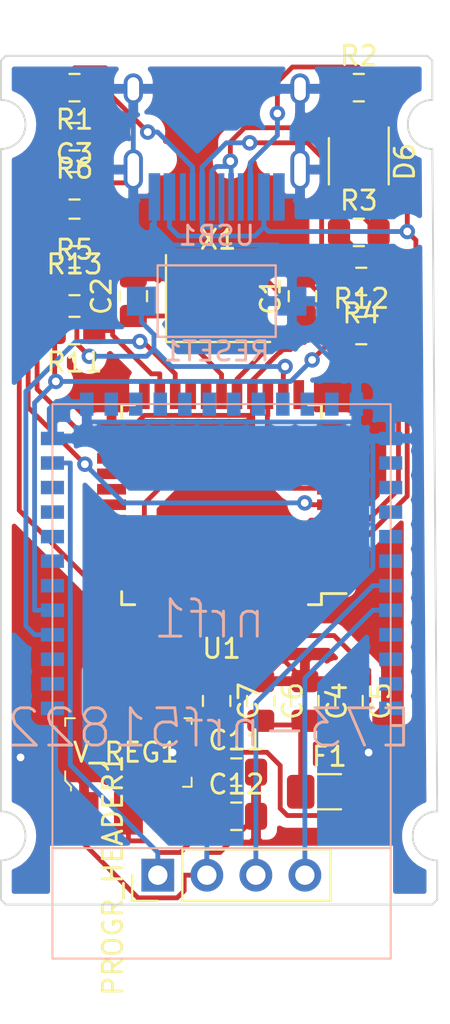
<source format=kicad_pcb>
(kicad_pcb (version 20171130) (host pcbnew "(5.1.2)-2")

  (general
    (thickness 1.6)
    (drawings 16)
    (tracks 325)
    (zones 0)
    (modules 27)
    (nets 74)
  )

  (page A4)
  (layers
    (0 F.Cu signal)
    (31 B.Cu signal)
    (32 B.Adhes user)
    (33 F.Adhes user)
    (34 B.Paste user)
    (35 F.Paste user)
    (36 B.SilkS user)
    (37 F.SilkS user)
    (38 B.Mask user)
    (39 F.Mask user)
    (40 Dwgs.User user)
    (41 Cmts.User user)
    (42 Eco1.User user)
    (43 Eco2.User user)
    (44 Edge.Cuts user)
    (45 Margin user)
    (46 B.CrtYd user)
    (47 F.CrtYd user)
    (48 B.Fab user)
    (49 F.Fab user)
  )

  (setup
    (last_trace_width 0.25)
    (trace_clearance 0.2)
    (zone_clearance 0.508)
    (zone_45_only no)
    (trace_min 0.2)
    (via_size 0.8)
    (via_drill 0.4)
    (via_min_size 0.4)
    (via_min_drill 0.3)
    (uvia_size 0.3)
    (uvia_drill 0.1)
    (uvias_allowed no)
    (uvia_min_size 0.2)
    (uvia_min_drill 0.1)
    (edge_width 0.1)
    (segment_width 0.2)
    (pcb_text_width 0.3)
    (pcb_text_size 1.5 1.5)
    (mod_edge_width 0.15)
    (mod_text_size 1 1)
    (mod_text_width 0.15)
    (pad_size 1.524 1.524)
    (pad_drill 0.762)
    (pad_to_mask_clearance 0)
    (aux_axis_origin 0 0)
    (visible_elements 7FFFFFFF)
    (pcbplotparams
      (layerselection 0x010fc_ffffffff)
      (usegerberextensions false)
      (usegerberattributes false)
      (usegerberadvancedattributes false)
      (creategerberjobfile false)
      (excludeedgelayer true)
      (linewidth 0.100000)
      (plotframeref false)
      (viasonmask false)
      (mode 1)
      (useauxorigin false)
      (hpglpennumber 1)
      (hpglpenspeed 20)
      (hpglpendiameter 15.000000)
      (psnegative false)
      (psa4output false)
      (plotreference true)
      (plotvalue true)
      (plotinvisibletext false)
      (padsonsilk false)
      (subtractmaskfromsilk false)
      (outputformat 1)
      (mirror false)
      (drillshape 1)
      (scaleselection 1)
      (outputdirectory ""))
  )

  (net 0 "")
  (net 1 GND)
  (net 2 "Net-(C1-Pad1)")
  (net 3 "Net-(C2-Pad1)")
  (net 4 "Net-(C3-Pad1)")
  (net 5 +5V)
  (net 6 VCC)
  (net 7 +3.3V)
  (net 8 "Net-(D6-Pad3)")
  (net 9 "Net-(D6-Pad2)")
  (net 10 SWDIO)
  (net 11 SWCLK)
  (net 12 "Net-(nrf1-Pad10)")
  (net 13 "Net-(nrf1-Pad9)")
  (net 14 "Net-(nrf1-Pad8)")
  (net 15 "Net-(nrf1-Pad7)")
  (net 16 "Net-(nrf1-Pad6)")
  (net 17 TXODIV)
  (net 18 RXI)
  (net 19 "Net-(nrf1-Pad3)")
  (net 20 "Net-(nrf1-Pad2)")
  (net 21 "Net-(nrf1-Pad36)")
  (net 22 "Net-(nrf1-Pad35)")
  (net 23 "Net-(nrf1-Pad34)")
  (net 24 "Net-(nrf1-Pad33)")
  (net 25 "Net-(nrf1-Pad30)")
  (net 26 "Net-(nrf1-Pad29)")
  (net 27 "Net-(nrf1-Pad28)")
  (net 28 "Net-(nrf1-Pad27)")
  (net 29 "Net-(nrf1-Pad26)")
  (net 30 "Net-(nrf1-Pad23)")
  (net 31 "Net-(nrf1-Pad22)")
  (net 32 "Net-(nrf1-Pad21)")
  (net 33 "Net-(nrf1-Pad20)")
  (net 34 "Net-(nrf1-Pad19)")
  (net 35 "Net-(nrf1-Pad18)")
  (net 36 "Net-(nrf1-Pad17)")
  (net 37 "Net-(nrf1-Pad16)")
  (net 38 "Net-(nrf1-Pad15)")
  (net 39 "Net-(nrf1-Pad14)")
  (net 40 "Net-(nrf1-Pad1)")
  (net 41 "Net-(R1-Pad2)")
  (net 42 "Net-(R2-Pad2)")
  (net 43 D+)
  (net 44 D-)
  (net 45 "Net-(R5-Pad2)")
  (net 46 "Net-(R6-Pad2)")
  (net 47 TXO)
  (net 48 "Net-(U1-Pad42)")
  (net 49 "Net-(U1-Pad41)")
  (net 50 "Net-(U1-Pad40)")
  (net 51 "Net-(U1-Pad39)")
  (net 52 "Net-(U1-Pad38)")
  (net 53 "Net-(U1-Pad37)")
  (net 54 "Net-(U1-Pad36)")
  (net 55 "Net-(U1-Pad32)")
  (net 56 "Net-(U1-Pad31)")
  (net 57 "Net-(U1-Pad30)")
  (net 58 "Net-(U1-Pad29)")
  (net 59 "Net-(U1-Pad28)")
  (net 60 "Net-(U1-Pad27)")
  (net 61 "Net-(U1-Pad26)")
  (net 62 "Net-(U1-Pad25)")
  (net 63 "Net-(U1-Pad22)")
  (net 64 "Net-(U1-Pad19)")
  (net 65 "Net-(U1-Pad18)")
  (net 66 "Net-(U1-Pad12)")
  (net 67 "Net-(U1-Pad11)")
  (net 68 "Net-(U1-Pad10)")
  (net 69 "Net-(U1-Pad9)")
  (net 70 "Net-(U1-Pad8)")
  (net 71 "Net-(U1-Pad1)")
  (net 72 "Net-(USB1-Pad3)")
  (net 73 "Net-(USB1-Pad9)")

  (net_class Default 这是默认网络类。
    (clearance 0.2)
    (trace_width 0.25)
    (via_dia 0.8)
    (via_drill 0.4)
    (uvia_dia 0.3)
    (uvia_drill 0.1)
    (add_net +3.3V)
    (add_net +5V)
    (add_net D+)
    (add_net D-)
    (add_net GND)
    (add_net "Net-(C1-Pad1)")
    (add_net "Net-(C2-Pad1)")
    (add_net "Net-(C3-Pad1)")
    (add_net "Net-(D6-Pad2)")
    (add_net "Net-(D6-Pad3)")
    (add_net "Net-(R1-Pad2)")
    (add_net "Net-(R2-Pad2)")
    (add_net "Net-(R5-Pad2)")
    (add_net "Net-(R6-Pad2)")
    (add_net "Net-(U1-Pad1)")
    (add_net "Net-(U1-Pad10)")
    (add_net "Net-(U1-Pad11)")
    (add_net "Net-(U1-Pad12)")
    (add_net "Net-(U1-Pad18)")
    (add_net "Net-(U1-Pad19)")
    (add_net "Net-(U1-Pad22)")
    (add_net "Net-(U1-Pad25)")
    (add_net "Net-(U1-Pad26)")
    (add_net "Net-(U1-Pad27)")
    (add_net "Net-(U1-Pad28)")
    (add_net "Net-(U1-Pad29)")
    (add_net "Net-(U1-Pad30)")
    (add_net "Net-(U1-Pad31)")
    (add_net "Net-(U1-Pad32)")
    (add_net "Net-(U1-Pad36)")
    (add_net "Net-(U1-Pad37)")
    (add_net "Net-(U1-Pad38)")
    (add_net "Net-(U1-Pad39)")
    (add_net "Net-(U1-Pad40)")
    (add_net "Net-(U1-Pad41)")
    (add_net "Net-(U1-Pad42)")
    (add_net "Net-(U1-Pad8)")
    (add_net "Net-(U1-Pad9)")
    (add_net "Net-(USB1-Pad3)")
    (add_net "Net-(USB1-Pad9)")
    (add_net "Net-(nrf1-Pad1)")
    (add_net "Net-(nrf1-Pad10)")
    (add_net "Net-(nrf1-Pad14)")
    (add_net "Net-(nrf1-Pad15)")
    (add_net "Net-(nrf1-Pad16)")
    (add_net "Net-(nrf1-Pad17)")
    (add_net "Net-(nrf1-Pad18)")
    (add_net "Net-(nrf1-Pad19)")
    (add_net "Net-(nrf1-Pad2)")
    (add_net "Net-(nrf1-Pad20)")
    (add_net "Net-(nrf1-Pad21)")
    (add_net "Net-(nrf1-Pad22)")
    (add_net "Net-(nrf1-Pad23)")
    (add_net "Net-(nrf1-Pad26)")
    (add_net "Net-(nrf1-Pad27)")
    (add_net "Net-(nrf1-Pad28)")
    (add_net "Net-(nrf1-Pad29)")
    (add_net "Net-(nrf1-Pad3)")
    (add_net "Net-(nrf1-Pad30)")
    (add_net "Net-(nrf1-Pad33)")
    (add_net "Net-(nrf1-Pad34)")
    (add_net "Net-(nrf1-Pad35)")
    (add_net "Net-(nrf1-Pad36)")
    (add_net "Net-(nrf1-Pad6)")
    (add_net "Net-(nrf1-Pad7)")
    (add_net "Net-(nrf1-Pad8)")
    (add_net "Net-(nrf1-Pad9)")
    (add_net RXI)
    (add_net SWCLK)
    (add_net SWDIO)
    (add_net TXO)
    (add_net TXODIV)
    (add_net VCC)
  )

  (module redox_w_receiver_footprints:SOT-223 (layer F.Cu) (tedit 5B07037E) (tstamp 5E3B54BD)
    (at 75.184 129.032)
    (path /5C0CE178)
    (fp_text reference V_REG1 (at -0.127 0 180) (layer F.SilkS)
      (effects (font (size 1 1) (thickness 0.15)))
    )
    (fp_text value LD1117S33CTR (at 0 4.5 180) (layer F.Fab)
      (effects (font (size 1 1) (thickness 0.15)))
    )
    (fp_line (start 3.15 -1.65) (end 3.15 1.65) (layer F.Fab) (width 0.1))
    (fp_line (start -3.15 -1.65) (end 3.15 -1.65) (layer F.Fab) (width 0.1))
    (fp_text user %R (at -0.05 0.025 180) (layer F.Fab)
      (effects (font (size 1 1) (thickness 0.15)))
    )
    (fp_line (start 3.275 -1.775) (end 3.275 -1.475) (layer F.SilkS) (width 0.1))
    (fp_line (start 2.9 -1.775) (end 3.275 -1.775) (layer F.SilkS) (width 0.1))
    (fp_line (start -3.275 -1.775) (end -3.275 -1.375) (layer F.SilkS) (width 0.1))
    (fp_line (start -2.775 -1.775) (end -3.275 -1.775) (layer F.SilkS) (width 0.1))
    (fp_line (start 3.275 1.775) (end 2.825 1.775) (layer F.SilkS) (width 0.1))
    (fp_line (start 3.275 1.3) (end 3.275 1.775) (layer F.SilkS) (width 0.1))
    (fp_line (start -3.15 1.35) (end -2.875 1.65) (layer F.Fab) (width 0.1))
    (fp_line (start 3.15 1.65) (end -2.875 1.65) (layer F.Fab) (width 0.1))
    (fp_line (start -3.15 1.35) (end -3.15 -1.65) (layer F.Fab) (width 0.1))
    (fp_line (start 3.45 -4.45) (end 3.45 4.45) (layer F.CrtYd) (width 0.05))
    (fp_line (start 3.45 -4.45) (end -3.45 -4.45) (layer F.CrtYd) (width 0.05))
    (fp_line (start -3.45 -4.45) (end -3.45 4.45) (layer F.CrtYd) (width 0.05))
    (fp_line (start -3.45 4.45) (end 3.45 4.45) (layer F.CrtYd) (width 0.05))
    (fp_line (start -2.975 1.775) (end -2.975 1.97) (layer F.SilkS) (width 0.1))
    (fp_line (start -3.275 1.45) (end -2.975 1.775) (layer F.SilkS) (width 0.1))
    (fp_line (start -3.275 0.975) (end -3.275 1.45) (layer F.SilkS) (width 0.1))
    (pad 4 smd rect (at 0 -3.15) (size 3.8 2.2) (layers F.Cu F.Paste F.Mask)
      (net 7 +3.3V))
    (pad 1 smd rect (at -2.3 3.15) (size 1.5 2.2) (layers F.Cu F.Paste F.Mask)
      (net 1 GND))
    (pad 2 smd rect (at 0 3.15) (size 1.5 2.2) (layers F.Cu F.Paste F.Mask)
      (net 7 +3.3V))
    (pad 3 smd rect (at 2.3 3.15) (size 1.5 2.2) (layers F.Cu F.Paste F.Mask)
      (net 6 VCC))
  )

  (module Type-C:HRO-TYPE-C-31-M-12-HandSoldering (layer B.Cu) (tedit 5ACED934) (tstamp 5E3B54A2)
    (at 79.756 92.075)
    (path /5E08E8E5)
    (fp_text reference USB1 (at 0 10.2) (layer B.SilkS)
      (effects (font (size 1 1) (thickness 0.15)) (justify mirror))
    )
    (fp_text value HRO-TYPE-C-31-M-12 (at 0 -1.15) (layer Dwgs.User)
      (effects (font (size 1 1) (thickness 0.15)))
    )
    (fp_line (start -4.47 0) (end 4.47 0) (layer Dwgs.User) (width 0.15))
    (fp_line (start -4.47 0) (end -4.47 7.3) (layer Dwgs.User) (width 0.15))
    (fp_line (start 4.47 0) (end 4.47 7.3) (layer Dwgs.User) (width 0.15))
    (fp_line (start -4.47 7.3) (end 4.47 7.3) (layer Dwgs.User) (width 0.15))
    (pad 12 smd rect (at 3.225 8.195) (size 0.6 2.45) (layers B.Cu B.Paste B.Mask)
      (net 1 GND))
    (pad 1 smd rect (at -3.225 8.195) (size 0.6 2.45) (layers B.Cu B.Paste B.Mask)
      (net 1 GND))
    (pad 11 smd rect (at 2.45 8.195) (size 0.6 2.45) (layers B.Cu B.Paste B.Mask)
      (net 6 VCC))
    (pad 2 smd rect (at -2.45 8.195) (size 0.6 2.45) (layers B.Cu B.Paste B.Mask)
      (net 6 VCC))
    (pad 3 smd rect (at -1.75 8.195) (size 0.3 2.45) (layers B.Cu B.Paste B.Mask)
      (net 72 "Net-(USB1-Pad3)"))
    (pad 10 smd rect (at 1.75 8.195) (size 0.3 2.45) (layers B.Cu B.Paste B.Mask)
      (net 42 "Net-(R2-Pad2)"))
    (pad 4 smd rect (at -1.25 8.195) (size 0.3 2.45) (layers B.Cu B.Paste B.Mask)
      (net 41 "Net-(R1-Pad2)"))
    (pad 9 smd rect (at 1.25 8.195) (size 0.3 2.45) (layers B.Cu B.Paste B.Mask)
      (net 73 "Net-(USB1-Pad9)"))
    (pad 5 smd rect (at -0.75 8.195) (size 0.3 2.45) (layers B.Cu B.Paste B.Mask)
      (net 8 "Net-(D6-Pad3)"))
    (pad 8 smd rect (at 0.75 8.195) (size 0.3 2.45) (layers B.Cu B.Paste B.Mask)
      (net 9 "Net-(D6-Pad2)"))
    (pad 7 smd rect (at 0.25 8.195) (size 0.3 2.45) (layers B.Cu B.Paste B.Mask)
      (net 8 "Net-(D6-Pad3)"))
    (pad 6 smd rect (at -0.25 8.195) (size 0.3 2.45) (layers B.Cu B.Paste B.Mask)
      (net 9 "Net-(D6-Pad2)"))
    (pad "" np_thru_hole circle (at 2.89 6.25) (size 0.65 0.65) (drill 0.65) (layers *.Cu *.Mask))
    (pad "" np_thru_hole circle (at -2.89 6.25) (size 0.65 0.65) (drill 0.65) (layers *.Cu *.Mask))
    (pad 13 thru_hole oval (at -4.32 6.78) (size 1 2.1) (drill oval 0.6 1.7) (layers *.Cu F.Mask)
      (net 1 GND))
    (pad 13 thru_hole oval (at 4.32 6.78) (size 1 2.1) (drill oval 0.6 1.7) (layers *.Cu F.Mask)
      (net 1 GND))
    (pad 13 thru_hole oval (at -4.32 2.6) (size 1 1.6) (drill oval 0.6 1.2) (layers *.Cu F.Mask)
      (net 1 GND))
    (pad 13 thru_hole oval (at 4.32 2.6) (size 1 1.6) (drill oval 0.6 1.2) (layers *.Cu F.Mask)
      (net 1 GND))
  )

  (module Crystal:Crystal_SMD_3225-4Pin_3.2x2.5mm_HandSoldering (layer F.Cu) (tedit 5A0FD1B2) (tstamp 5E3AE68C)
    (at 79.83 105.53)
    (descr "SMD Crystal SERIES SMD3225/4 http://www.txccrystal.com/images/pdf/7m-accuracy.pdf, hand-soldering, 3.2x2.5mm^2 package")
    (tags "SMD SMT crystal hand-soldering")
    (path /5E1B449D)
    (attr smd)
    (fp_text reference X1 (at 0 -3.05) (layer F.SilkS)
      (effects (font (size 1 1) (thickness 0.15)))
    )
    (fp_text value Crystal_GND24 (at 0 3.05) (layer F.Fab)
      (effects (font (size 1 1) (thickness 0.15)))
    )
    (fp_line (start 2.8 -2.3) (end -2.8 -2.3) (layer F.CrtYd) (width 0.05))
    (fp_line (start 2.8 2.3) (end 2.8 -2.3) (layer F.CrtYd) (width 0.05))
    (fp_line (start -2.8 2.3) (end 2.8 2.3) (layer F.CrtYd) (width 0.05))
    (fp_line (start -2.8 -2.3) (end -2.8 2.3) (layer F.CrtYd) (width 0.05))
    (fp_line (start -2.7 2.25) (end 2.7 2.25) (layer F.SilkS) (width 0.12))
    (fp_line (start -2.7 -2.25) (end -2.7 2.25) (layer F.SilkS) (width 0.12))
    (fp_line (start -1.6 0.25) (end -0.6 1.25) (layer F.Fab) (width 0.1))
    (fp_line (start 1.6 -1.25) (end -1.6 -1.25) (layer F.Fab) (width 0.1))
    (fp_line (start 1.6 1.25) (end 1.6 -1.25) (layer F.Fab) (width 0.1))
    (fp_line (start -1.6 1.25) (end 1.6 1.25) (layer F.Fab) (width 0.1))
    (fp_line (start -1.6 -1.25) (end -1.6 1.25) (layer F.Fab) (width 0.1))
    (fp_text user %R (at 0 0) (layer F.Fab)
      (effects (font (size 0.7 0.7) (thickness 0.105)))
    )
    (pad 4 smd rect (at -1.45 -1.15) (size 2.1 1.8) (layers F.Cu F.Paste F.Mask)
      (net 1 GND))
    (pad 3 smd rect (at 1.45 -1.15) (size 2.1 1.8) (layers F.Cu F.Paste F.Mask)
      (net 2 "Net-(C1-Pad1)"))
    (pad 2 smd rect (at 1.45 1.15) (size 2.1 1.8) (layers F.Cu F.Paste F.Mask)
      (net 1 GND))
    (pad 1 smd rect (at -1.45 1.15) (size 2.1 1.8) (layers F.Cu F.Paste F.Mask)
      (net 3 "Net-(C2-Pad1)"))
    (model ${KISYS3DMOD}/Crystal.3dshapes/Crystal_SMD_3225-4Pin_3.2x2.5mm_HandSoldering.wrl
      (at (xyz 0 0 0))
      (scale (xyz 1 1 1))
      (rotate (xyz 0 0 0))
    )
  )

  (module Package_QFP:TQFP-44_10x10mm_P0.8mm (layer F.Cu) (tedit 5A02F146) (tstamp 5E3AE678)
    (at 80.01 116.205 180)
    (descr "44-Lead Plastic Thin Quad Flatpack (PT) - 10x10x1.0 mm Body [TQFP] (see Microchip Packaging Specification 00000049BS.pdf)")
    (tags "QFP 0.8")
    (path /5E0D61AE)
    (attr smd)
    (fp_text reference U1 (at 0 -7.45) (layer F.SilkS)
      (effects (font (size 1 1) (thickness 0.15)))
    )
    (fp_text value ATmega32U4-AU (at 0 7.45) (layer F.Fab)
      (effects (font (size 1 1) (thickness 0.15)))
    )
    (fp_line (start -5.175 -4.6) (end -6.45 -4.6) (layer F.SilkS) (width 0.15))
    (fp_line (start 5.175 -5.175) (end 4.5 -5.175) (layer F.SilkS) (width 0.15))
    (fp_line (start 5.175 5.175) (end 4.5 5.175) (layer F.SilkS) (width 0.15))
    (fp_line (start -5.175 5.175) (end -4.5 5.175) (layer F.SilkS) (width 0.15))
    (fp_line (start -5.175 -5.175) (end -4.5 -5.175) (layer F.SilkS) (width 0.15))
    (fp_line (start -5.175 5.175) (end -5.175 4.5) (layer F.SilkS) (width 0.15))
    (fp_line (start 5.175 5.175) (end 5.175 4.5) (layer F.SilkS) (width 0.15))
    (fp_line (start 5.175 -5.175) (end 5.175 -4.5) (layer F.SilkS) (width 0.15))
    (fp_line (start -5.175 -5.175) (end -5.175 -4.6) (layer F.SilkS) (width 0.15))
    (fp_line (start -6.7 6.7) (end 6.7 6.7) (layer F.CrtYd) (width 0.05))
    (fp_line (start -6.7 -6.7) (end 6.7 -6.7) (layer F.CrtYd) (width 0.05))
    (fp_line (start 6.7 -6.7) (end 6.7 6.7) (layer F.CrtYd) (width 0.05))
    (fp_line (start -6.7 -6.7) (end -6.7 6.7) (layer F.CrtYd) (width 0.05))
    (fp_line (start -5 -4) (end -4 -5) (layer F.Fab) (width 0.15))
    (fp_line (start -5 5) (end -5 -4) (layer F.Fab) (width 0.15))
    (fp_line (start 5 5) (end -5 5) (layer F.Fab) (width 0.15))
    (fp_line (start 5 -5) (end 5 5) (layer F.Fab) (width 0.15))
    (fp_line (start -4 -5) (end 5 -5) (layer F.Fab) (width 0.15))
    (fp_text user %R (at 0 0) (layer F.Fab)
      (effects (font (size 1 1) (thickness 0.15)))
    )
    (pad 44 smd rect (at -4 -5.7 270) (size 1.5 0.55) (layers F.Cu F.Paste F.Mask)
      (net 5 +5V))
    (pad 43 smd rect (at -3.2 -5.7 270) (size 1.5 0.55) (layers F.Cu F.Paste F.Mask)
      (net 1 GND))
    (pad 42 smd rect (at -2.4 -5.7 270) (size 1.5 0.55) (layers F.Cu F.Paste F.Mask)
      (net 48 "Net-(U1-Pad42)"))
    (pad 41 smd rect (at -1.6 -5.7 270) (size 1.5 0.55) (layers F.Cu F.Paste F.Mask)
      (net 49 "Net-(U1-Pad41)"))
    (pad 40 smd rect (at -0.8 -5.7 270) (size 1.5 0.55) (layers F.Cu F.Paste F.Mask)
      (net 50 "Net-(U1-Pad40)"))
    (pad 39 smd rect (at 0 -5.7 270) (size 1.5 0.55) (layers F.Cu F.Paste F.Mask)
      (net 51 "Net-(U1-Pad39)"))
    (pad 38 smd rect (at 0.8 -5.7 270) (size 1.5 0.55) (layers F.Cu F.Paste F.Mask)
      (net 52 "Net-(U1-Pad38)"))
    (pad 37 smd rect (at 1.6 -5.7 270) (size 1.5 0.55) (layers F.Cu F.Paste F.Mask)
      (net 53 "Net-(U1-Pad37)"))
    (pad 36 smd rect (at 2.4 -5.7 270) (size 1.5 0.55) (layers F.Cu F.Paste F.Mask)
      (net 54 "Net-(U1-Pad36)"))
    (pad 35 smd rect (at 3.2 -5.7 270) (size 1.5 0.55) (layers F.Cu F.Paste F.Mask)
      (net 1 GND))
    (pad 34 smd rect (at 4 -5.7 270) (size 1.5 0.55) (layers F.Cu F.Paste F.Mask)
      (net 5 +5V))
    (pad 33 smd rect (at 5.7 -4 180) (size 1.5 0.55) (layers F.Cu F.Paste F.Mask)
      (net 46 "Net-(R6-Pad2)"))
    (pad 32 smd rect (at 5.7 -3.2 180) (size 1.5 0.55) (layers F.Cu F.Paste F.Mask)
      (net 55 "Net-(U1-Pad32)"))
    (pad 31 smd rect (at 5.7 -2.4 180) (size 1.5 0.55) (layers F.Cu F.Paste F.Mask)
      (net 56 "Net-(U1-Pad31)"))
    (pad 30 smd rect (at 5.7 -1.6 180) (size 1.5 0.55) (layers F.Cu F.Paste F.Mask)
      (net 57 "Net-(U1-Pad30)"))
    (pad 29 smd rect (at 5.7 -0.8 180) (size 1.5 0.55) (layers F.Cu F.Paste F.Mask)
      (net 58 "Net-(U1-Pad29)"))
    (pad 28 smd rect (at 5.7 0 180) (size 1.5 0.55) (layers F.Cu F.Paste F.Mask)
      (net 59 "Net-(U1-Pad28)"))
    (pad 27 smd rect (at 5.7 0.8 180) (size 1.5 0.55) (layers F.Cu F.Paste F.Mask)
      (net 60 "Net-(U1-Pad27)"))
    (pad 26 smd rect (at 5.7 1.6 180) (size 1.5 0.55) (layers F.Cu F.Paste F.Mask)
      (net 61 "Net-(U1-Pad26)"))
    (pad 25 smd rect (at 5.7 2.4 180) (size 1.5 0.55) (layers F.Cu F.Paste F.Mask)
      (net 62 "Net-(U1-Pad25)"))
    (pad 24 smd rect (at 5.7 3.2 180) (size 1.5 0.55) (layers F.Cu F.Paste F.Mask)
      (net 5 +5V))
    (pad 23 smd rect (at 5.7 4 180) (size 1.5 0.55) (layers F.Cu F.Paste F.Mask)
      (net 1 GND))
    (pad 22 smd rect (at 4 5.7 270) (size 1.5 0.55) (layers F.Cu F.Paste F.Mask)
      (net 63 "Net-(U1-Pad22)"))
    (pad 21 smd rect (at 3.2 5.7 270) (size 1.5 0.55) (layers F.Cu F.Paste F.Mask)
      (net 47 TXO))
    (pad 20 smd rect (at 2.4 5.7 270) (size 1.5 0.55) (layers F.Cu F.Paste F.Mask)
      (net 18 RXI))
    (pad 19 smd rect (at 1.6 5.7 270) (size 1.5 0.55) (layers F.Cu F.Paste F.Mask)
      (net 64 "Net-(U1-Pad19)"))
    (pad 18 smd rect (at 0.8 5.7 270) (size 1.5 0.55) (layers F.Cu F.Paste F.Mask)
      (net 65 "Net-(U1-Pad18)"))
    (pad 17 smd rect (at 0 5.7 270) (size 1.5 0.55) (layers F.Cu F.Paste F.Mask)
      (net 3 "Net-(C2-Pad1)"))
    (pad 16 smd rect (at -0.8 5.7 270) (size 1.5 0.55) (layers F.Cu F.Paste F.Mask)
      (net 2 "Net-(C1-Pad1)"))
    (pad 15 smd rect (at -1.6 5.7 270) (size 1.5 0.55) (layers F.Cu F.Paste F.Mask)
      (net 1 GND))
    (pad 14 smd rect (at -2.4 5.7 270) (size 1.5 0.55) (layers F.Cu F.Paste F.Mask)
      (net 5 +5V))
    (pad 13 smd rect (at -3.2 5.7 270) (size 1.5 0.55) (layers F.Cu F.Paste F.Mask)
      (net 45 "Net-(R5-Pad2)"))
    (pad 12 smd rect (at -4 5.7 270) (size 1.5 0.55) (layers F.Cu F.Paste F.Mask)
      (net 66 "Net-(U1-Pad12)"))
    (pad 11 smd rect (at -5.7 4 180) (size 1.5 0.55) (layers F.Cu F.Paste F.Mask)
      (net 67 "Net-(U1-Pad11)"))
    (pad 10 smd rect (at -5.7 3.2 180) (size 1.5 0.55) (layers F.Cu F.Paste F.Mask)
      (net 68 "Net-(U1-Pad10)"))
    (pad 9 smd rect (at -5.7 2.4 180) (size 1.5 0.55) (layers F.Cu F.Paste F.Mask)
      (net 69 "Net-(U1-Pad9)"))
    (pad 8 smd rect (at -5.7 1.6 180) (size 1.5 0.55) (layers F.Cu F.Paste F.Mask)
      (net 70 "Net-(U1-Pad8)"))
    (pad 7 smd rect (at -5.7 0.8 180) (size 1.5 0.55) (layers F.Cu F.Paste F.Mask)
      (net 5 +5V))
    (pad 6 smd rect (at -5.7 0 180) (size 1.5 0.55) (layers F.Cu F.Paste F.Mask)
      (net 4 "Net-(C3-Pad1)"))
    (pad 5 smd rect (at -5.7 -0.8 180) (size 1.5 0.55) (layers F.Cu F.Paste F.Mask)
      (net 1 GND))
    (pad 4 smd rect (at -5.7 -1.6 180) (size 1.5 0.55) (layers F.Cu F.Paste F.Mask)
      (net 43 D+))
    (pad 3 smd rect (at -5.7 -2.4 180) (size 1.5 0.55) (layers F.Cu F.Paste F.Mask)
      (net 44 D-))
    (pad 2 smd rect (at -5.7 -3.2 180) (size 1.5 0.55) (layers F.Cu F.Paste F.Mask)
      (net 5 +5V))
    (pad 1 smd rect (at -5.7 -4 180) (size 1.5 0.55) (layers F.Cu F.Paste F.Mask)
      (net 71 "Net-(U1-Pad1)"))
    (model ${KISYS3DMOD}/Package_QFP.3dshapes/TQFP-44_10x10mm_P0.8mm.wrl
      (at (xyz 0 0 0))
      (scale (xyz 1 1 1))
      (rotate (xyz 0 0 0))
    )
  )

  (module Button_Switch_SMD:SW_SPST_CK_RS282G05A3 (layer B.Cu) (tedit 5A7A67D2) (tstamp 5E3AE635)
    (at 79.756 105.664)
    (descr https://www.mouser.com/ds/2/60/RS-282G05A-SM_RT-1159762.pdf)
    (tags "SPST button tactile switch")
    (path /5C0CF608)
    (attr smd)
    (fp_text reference RESET1 (at 0 2.6) (layer B.SilkS)
      (effects (font (size 1 1) (thickness 0.15)) (justify mirror))
    )
    (fp_text value SW_SPST (at 0 -3) (layer B.Fab)
      (effects (font (size 1 1) (thickness 0.15)) (justify mirror))
    )
    (fp_line (start 3 1.8) (end 3 -1.8) (layer B.Fab) (width 0.1))
    (fp_line (start -3 1.8) (end -3 -1.8) (layer B.Fab) (width 0.1))
    (fp_line (start -3 1.8) (end 3 1.8) (layer B.Fab) (width 0.1))
    (fp_line (start -3 -1.8) (end 3 -1.8) (layer B.Fab) (width 0.1))
    (fp_line (start -1.5 0.8) (end -1.5 -0.8) (layer B.Fab) (width 0.1))
    (fp_line (start 1.5 0.8) (end 1.5 -0.8) (layer B.Fab) (width 0.1))
    (fp_line (start -1.5 0.8) (end 1.5 0.8) (layer B.Fab) (width 0.1))
    (fp_line (start -1.5 -0.8) (end 1.5 -0.8) (layer B.Fab) (width 0.1))
    (fp_line (start -3.06 -1.85) (end -3.06 1.85) (layer B.SilkS) (width 0.12))
    (fp_line (start 3.06 -1.85) (end -3.06 -1.85) (layer B.SilkS) (width 0.12))
    (fp_line (start 3.06 1.85) (end 3.06 -1.85) (layer B.SilkS) (width 0.12))
    (fp_line (start -3.06 1.85) (end 3.06 1.85) (layer B.SilkS) (width 0.12))
    (fp_line (start -1.75 -1) (end -1.75 1) (layer B.Fab) (width 0.1))
    (fp_line (start 1.75 -1) (end -1.75 -1) (layer B.Fab) (width 0.1))
    (fp_line (start 1.75 1) (end 1.75 -1) (layer B.Fab) (width 0.1))
    (fp_line (start -1.75 1) (end 1.75 1) (layer B.Fab) (width 0.1))
    (fp_text user %R (at 0 2.6) (layer B.Fab)
      (effects (font (size 1 1) (thickness 0.15)) (justify mirror))
    )
    (fp_line (start -4.9 2.05) (end 4.9 2.05) (layer B.CrtYd) (width 0.05))
    (fp_line (start 4.9 2.05) (end 4.9 -2.05) (layer B.CrtYd) (width 0.05))
    (fp_line (start 4.9 -2.05) (end -4.9 -2.05) (layer B.CrtYd) (width 0.05))
    (fp_line (start -4.9 -2.05) (end -4.9 2.05) (layer B.CrtYd) (width 0.05))
    (pad 2 smd rect (at 3.9 0) (size 1.5 1.5) (layers B.Cu B.Paste B.Mask)
      (net 1 GND))
    (pad 1 smd rect (at -3.9 0) (size 1.5 1.5) (layers B.Cu B.Paste B.Mask)
      (net 45 "Net-(R5-Pad2)"))
    (model ${KISYS3DMOD}/Button_Switch_SMD.3dshapes/SW_SPST_CK_RS282G05A3.wrl
      (at (xyz 0 0 0))
      (scale (xyz 1 1 1))
      (rotate (xyz 0 0 0))
    )
  )

  (module Resistor_SMD:R_0805_2012Metric_Pad1.15x1.40mm_HandSolder (layer F.Cu) (tedit 5B36C52B) (tstamp 5E3AE61A)
    (at 72.39 102.108 180)
    (descr "Resistor SMD 0805 (2012 Metric), square (rectangular) end terminal, IPC_7351 nominal with elongated pad for handsoldering. (Body size source: https://docs.google.com/spreadsheets/d/1BsfQQcO9C6DZCsRaXUlFlo91Tg2WpOkGARC1WS5S8t0/edit?usp=sharing), generated with kicad-footprint-generator")
    (tags "resistor handsolder")
    (path /5C0D69A3)
    (attr smd)
    (fp_text reference R13 (at 0 -1.65) (layer F.SilkS)
      (effects (font (size 1 1) (thickness 0.15)))
    )
    (fp_text value 1.5K (at 0 1.65) (layer F.Fab)
      (effects (font (size 1 1) (thickness 0.15)))
    )
    (fp_text user %R (at 0 0) (layer F.Fab)
      (effects (font (size 0.5 0.5) (thickness 0.08)))
    )
    (fp_line (start 1.85 0.95) (end -1.85 0.95) (layer F.CrtYd) (width 0.05))
    (fp_line (start 1.85 -0.95) (end 1.85 0.95) (layer F.CrtYd) (width 0.05))
    (fp_line (start -1.85 -0.95) (end 1.85 -0.95) (layer F.CrtYd) (width 0.05))
    (fp_line (start -1.85 0.95) (end -1.85 -0.95) (layer F.CrtYd) (width 0.05))
    (fp_line (start -0.261252 0.71) (end 0.261252 0.71) (layer F.SilkS) (width 0.12))
    (fp_line (start -0.261252 -0.71) (end 0.261252 -0.71) (layer F.SilkS) (width 0.12))
    (fp_line (start 1 0.6) (end -1 0.6) (layer F.Fab) (width 0.1))
    (fp_line (start 1 -0.6) (end 1 0.6) (layer F.Fab) (width 0.1))
    (fp_line (start -1 -0.6) (end 1 -0.6) (layer F.Fab) (width 0.1))
    (fp_line (start -1 0.6) (end -1 -0.6) (layer F.Fab) (width 0.1))
    (pad 2 smd roundrect (at 1.025 0 180) (size 1.15 1.4) (layers F.Cu F.Paste F.Mask) (roundrect_rratio 0.217391)
      (net 17 TXODIV))
    (pad 1 smd roundrect (at -1.025 0 180) (size 1.15 1.4) (layers F.Cu F.Paste F.Mask) (roundrect_rratio 0.217391)
      (net 47 TXO))
    (model ${KISYS3DMOD}/Resistor_SMD.3dshapes/R_0805_2012Metric.wrl
      (at (xyz 0 0 0))
      (scale (xyz 1 1 1))
      (rotate (xyz 0 0 0))
    )
  )

  (module Resistor_SMD:R_0805_2012Metric_Pad1.15x1.40mm_HandSolder (layer F.Cu) (tedit 5B36C52B) (tstamp 5E3AE609)
    (at 87.249 107.188)
    (descr "Resistor SMD 0805 (2012 Metric), square (rectangular) end terminal, IPC_7351 nominal with elongated pad for handsoldering. (Body size source: https://docs.google.com/spreadsheets/d/1BsfQQcO9C6DZCsRaXUlFlo91Tg2WpOkGARC1WS5S8t0/edit?usp=sharing), generated with kicad-footprint-generator")
    (tags "resistor handsolder")
    (path /5C0D69D3)
    (attr smd)
    (fp_text reference R12 (at 0 -1.65) (layer F.SilkS)
      (effects (font (size 1 1) (thickness 0.15)))
    )
    (fp_text value 1.5K (at 0 1.65) (layer F.Fab)
      (effects (font (size 1 1) (thickness 0.15)))
    )
    (fp_text user %R (at 0 0) (layer F.Fab)
      (effects (font (size 0.5 0.5) (thickness 0.08)))
    )
    (fp_line (start 1.85 0.95) (end -1.85 0.95) (layer F.CrtYd) (width 0.05))
    (fp_line (start 1.85 -0.95) (end 1.85 0.95) (layer F.CrtYd) (width 0.05))
    (fp_line (start -1.85 -0.95) (end 1.85 -0.95) (layer F.CrtYd) (width 0.05))
    (fp_line (start -1.85 0.95) (end -1.85 -0.95) (layer F.CrtYd) (width 0.05))
    (fp_line (start -0.261252 0.71) (end 0.261252 0.71) (layer F.SilkS) (width 0.12))
    (fp_line (start -0.261252 -0.71) (end 0.261252 -0.71) (layer F.SilkS) (width 0.12))
    (fp_line (start 1 0.6) (end -1 0.6) (layer F.Fab) (width 0.1))
    (fp_line (start 1 -0.6) (end 1 0.6) (layer F.Fab) (width 0.1))
    (fp_line (start -1 -0.6) (end 1 -0.6) (layer F.Fab) (width 0.1))
    (fp_line (start -1 0.6) (end -1 -0.6) (layer F.Fab) (width 0.1))
    (pad 2 smd roundrect (at 1.025 0) (size 1.15 1.4) (layers F.Cu F.Paste F.Mask) (roundrect_rratio 0.217391)
      (net 1 GND))
    (pad 1 smd roundrect (at -1.025 0) (size 1.15 1.4) (layers F.Cu F.Paste F.Mask) (roundrect_rratio 0.217391)
      (net 17 TXODIV))
    (model ${KISYS3DMOD}/Resistor_SMD.3dshapes/R_0805_2012Metric.wrl
      (at (xyz 0 0 0))
      (scale (xyz 1 1 1))
      (rotate (xyz 0 0 0))
    )
  )

  (module Resistor_SMD:R_0805_2012Metric_Pad1.15x1.40mm_HandSolder (layer F.Cu) (tedit 5B36C52B) (tstamp 5E3AE5F8)
    (at 72.39 107.188 180)
    (descr "Resistor SMD 0805 (2012 Metric), square (rectangular) end terminal, IPC_7351 nominal with elongated pad for handsoldering. (Body size source: https://docs.google.com/spreadsheets/d/1BsfQQcO9C6DZCsRaXUlFlo91Tg2WpOkGARC1WS5S8t0/edit?usp=sharing), generated with kicad-footprint-generator")
    (tags "resistor handsolder")
    (path /5C0D6951)
    (attr smd)
    (fp_text reference R11 (at 0 -1.65) (layer F.SilkS)
      (effects (font (size 1 1) (thickness 0.15)))
    )
    (fp_text value 1.5K (at 0 1.65) (layer F.Fab)
      (effects (font (size 1 1) (thickness 0.15)))
    )
    (fp_text user %R (at 0 0) (layer F.Fab)
      (effects (font (size 0.5 0.5) (thickness 0.08)))
    )
    (fp_line (start 1.85 0.95) (end -1.85 0.95) (layer F.CrtYd) (width 0.05))
    (fp_line (start 1.85 -0.95) (end 1.85 0.95) (layer F.CrtYd) (width 0.05))
    (fp_line (start -1.85 -0.95) (end 1.85 -0.95) (layer F.CrtYd) (width 0.05))
    (fp_line (start -1.85 0.95) (end -1.85 -0.95) (layer F.CrtYd) (width 0.05))
    (fp_line (start -0.261252 0.71) (end 0.261252 0.71) (layer F.SilkS) (width 0.12))
    (fp_line (start -0.261252 -0.71) (end 0.261252 -0.71) (layer F.SilkS) (width 0.12))
    (fp_line (start 1 0.6) (end -1 0.6) (layer F.Fab) (width 0.1))
    (fp_line (start 1 -0.6) (end 1 0.6) (layer F.Fab) (width 0.1))
    (fp_line (start -1 -0.6) (end 1 -0.6) (layer F.Fab) (width 0.1))
    (fp_line (start -1 0.6) (end -1 -0.6) (layer F.Fab) (width 0.1))
    (pad 2 smd roundrect (at 1.025 0 180) (size 1.15 1.4) (layers F.Cu F.Paste F.Mask) (roundrect_rratio 0.217391)
      (net 17 TXODIV))
    (pad 1 smd roundrect (at -1.025 0 180) (size 1.15 1.4) (layers F.Cu F.Paste F.Mask) (roundrect_rratio 0.217391)
      (net 47 TXO))
    (model ${KISYS3DMOD}/Resistor_SMD.3dshapes/R_0805_2012Metric.wrl
      (at (xyz 0 0 0))
      (scale (xyz 1 1 1))
      (rotate (xyz 0 0 0))
    )
  )

  (module Resistor_SMD:R_0805_2012Metric_Pad1.15x1.40mm_HandSolder (layer F.Cu) (tedit 5B36C52B) (tstamp 5E3AE5E7)
    (at 72.39 97.155 180)
    (descr "Resistor SMD 0805 (2012 Metric), square (rectangular) end terminal, IPC_7351 nominal with elongated pad for handsoldering. (Body size source: https://docs.google.com/spreadsheets/d/1BsfQQcO9C6DZCsRaXUlFlo91Tg2WpOkGARC1WS5S8t0/edit?usp=sharing), generated with kicad-footprint-generator")
    (tags "resistor handsolder")
    (path /5E60C37C)
    (attr smd)
    (fp_text reference R6 (at 0 -1.65) (layer F.SilkS)
      (effects (font (size 1 1) (thickness 0.15)))
    )
    (fp_text value 1K (at 0 1.65) (layer F.Fab)
      (effects (font (size 1 1) (thickness 0.15)))
    )
    (fp_text user %R (at 0 0) (layer F.Fab)
      (effects (font (size 0.5 0.5) (thickness 0.08)))
    )
    (fp_line (start 1.85 0.95) (end -1.85 0.95) (layer F.CrtYd) (width 0.05))
    (fp_line (start 1.85 -0.95) (end 1.85 0.95) (layer F.CrtYd) (width 0.05))
    (fp_line (start -1.85 -0.95) (end 1.85 -0.95) (layer F.CrtYd) (width 0.05))
    (fp_line (start -1.85 0.95) (end -1.85 -0.95) (layer F.CrtYd) (width 0.05))
    (fp_line (start -0.261252 0.71) (end 0.261252 0.71) (layer F.SilkS) (width 0.12))
    (fp_line (start -0.261252 -0.71) (end 0.261252 -0.71) (layer F.SilkS) (width 0.12))
    (fp_line (start 1 0.6) (end -1 0.6) (layer F.Fab) (width 0.1))
    (fp_line (start 1 -0.6) (end 1 0.6) (layer F.Fab) (width 0.1))
    (fp_line (start -1 -0.6) (end 1 -0.6) (layer F.Fab) (width 0.1))
    (fp_line (start -1 0.6) (end -1 -0.6) (layer F.Fab) (width 0.1))
    (pad 2 smd roundrect (at 1.025 0 180) (size 1.15 1.4) (layers F.Cu F.Paste F.Mask) (roundrect_rratio 0.217391)
      (net 46 "Net-(R6-Pad2)"))
    (pad 1 smd roundrect (at -1.025 0 180) (size 1.15 1.4) (layers F.Cu F.Paste F.Mask) (roundrect_rratio 0.217391)
      (net 1 GND))
    (model ${KISYS3DMOD}/Resistor_SMD.3dshapes/R_0805_2012Metric.wrl
      (at (xyz 0 0 0))
      (scale (xyz 1 1 1))
      (rotate (xyz 0 0 0))
    )
  )

  (module Resistor_SMD:R_0805_2012Metric_Pad1.15x1.40mm_HandSolder (layer F.Cu) (tedit 5B36C52B) (tstamp 5E3AE5D6)
    (at 72.39 104.648)
    (descr "Resistor SMD 0805 (2012 Metric), square (rectangular) end terminal, IPC_7351 nominal with elongated pad for handsoldering. (Body size source: https://docs.google.com/spreadsheets/d/1BsfQQcO9C6DZCsRaXUlFlo91Tg2WpOkGARC1WS5S8t0/edit?usp=sharing), generated with kicad-footprint-generator")
    (tags "resistor handsolder")
    (path /5E100BCF)
    (attr smd)
    (fp_text reference R5 (at 0 -1.65) (layer F.SilkS)
      (effects (font (size 1 1) (thickness 0.15)))
    )
    (fp_text value 10K (at 0 1.65) (layer F.Fab)
      (effects (font (size 1 1) (thickness 0.15)))
    )
    (fp_text user %R (at 0 0) (layer F.Fab)
      (effects (font (size 0.5 0.5) (thickness 0.08)))
    )
    (fp_line (start 1.85 0.95) (end -1.85 0.95) (layer F.CrtYd) (width 0.05))
    (fp_line (start 1.85 -0.95) (end 1.85 0.95) (layer F.CrtYd) (width 0.05))
    (fp_line (start -1.85 -0.95) (end 1.85 -0.95) (layer F.CrtYd) (width 0.05))
    (fp_line (start -1.85 0.95) (end -1.85 -0.95) (layer F.CrtYd) (width 0.05))
    (fp_line (start -0.261252 0.71) (end 0.261252 0.71) (layer F.SilkS) (width 0.12))
    (fp_line (start -0.261252 -0.71) (end 0.261252 -0.71) (layer F.SilkS) (width 0.12))
    (fp_line (start 1 0.6) (end -1 0.6) (layer F.Fab) (width 0.1))
    (fp_line (start 1 -0.6) (end 1 0.6) (layer F.Fab) (width 0.1))
    (fp_line (start -1 -0.6) (end 1 -0.6) (layer F.Fab) (width 0.1))
    (fp_line (start -1 0.6) (end -1 -0.6) (layer F.Fab) (width 0.1))
    (pad 2 smd roundrect (at 1.025 0) (size 1.15 1.4) (layers F.Cu F.Paste F.Mask) (roundrect_rratio 0.217391)
      (net 45 "Net-(R5-Pad2)"))
    (pad 1 smd roundrect (at -1.025 0) (size 1.15 1.4) (layers F.Cu F.Paste F.Mask) (roundrect_rratio 0.217391)
      (net 5 +5V))
    (model ${KISYS3DMOD}/Resistor_SMD.3dshapes/R_0805_2012Metric.wrl
      (at (xyz 0 0 0))
      (scale (xyz 1 1 1))
      (rotate (xyz 0 0 0))
    )
  )

  (module Resistor_SMD:R_0805_2012Metric_Pad1.15x1.40mm_HandSolder (layer F.Cu) (tedit 5B36C52B) (tstamp 5E3AE5C5)
    (at 87.249 104.648 180)
    (descr "Resistor SMD 0805 (2012 Metric), square (rectangular) end terminal, IPC_7351 nominal with elongated pad for handsoldering. (Body size source: https://docs.google.com/spreadsheets/d/1BsfQQcO9C6DZCsRaXUlFlo91Tg2WpOkGARC1WS5S8t0/edit?usp=sharing), generated with kicad-footprint-generator")
    (tags "resistor handsolder")
    (path /5E28EA51)
    (attr smd)
    (fp_text reference R4 (at 0 -1.65) (layer F.SilkS)
      (effects (font (size 1 1) (thickness 0.15)))
    )
    (fp_text value 22 (at 0 1.65) (layer F.Fab)
      (effects (font (size 1 1) (thickness 0.15)))
    )
    (fp_text user %R (at 0 0) (layer F.Fab)
      (effects (font (size 0.5 0.5) (thickness 0.08)))
    )
    (fp_line (start 1.85 0.95) (end -1.85 0.95) (layer F.CrtYd) (width 0.05))
    (fp_line (start 1.85 -0.95) (end 1.85 0.95) (layer F.CrtYd) (width 0.05))
    (fp_line (start -1.85 -0.95) (end 1.85 -0.95) (layer F.CrtYd) (width 0.05))
    (fp_line (start -1.85 0.95) (end -1.85 -0.95) (layer F.CrtYd) (width 0.05))
    (fp_line (start -0.261252 0.71) (end 0.261252 0.71) (layer F.SilkS) (width 0.12))
    (fp_line (start -0.261252 -0.71) (end 0.261252 -0.71) (layer F.SilkS) (width 0.12))
    (fp_line (start 1 0.6) (end -1 0.6) (layer F.Fab) (width 0.1))
    (fp_line (start 1 -0.6) (end 1 0.6) (layer F.Fab) (width 0.1))
    (fp_line (start -1 -0.6) (end 1 -0.6) (layer F.Fab) (width 0.1))
    (fp_line (start -1 0.6) (end -1 -0.6) (layer F.Fab) (width 0.1))
    (pad 2 smd roundrect (at 1.025 0 180) (size 1.15 1.4) (layers F.Cu F.Paste F.Mask) (roundrect_rratio 0.217391)
      (net 8 "Net-(D6-Pad3)"))
    (pad 1 smd roundrect (at -1.025 0 180) (size 1.15 1.4) (layers F.Cu F.Paste F.Mask) (roundrect_rratio 0.217391)
      (net 44 D-))
    (model ${KISYS3DMOD}/Resistor_SMD.3dshapes/R_0805_2012Metric.wrl
      (at (xyz 0 0 0))
      (scale (xyz 1 1 1))
      (rotate (xyz 0 0 0))
    )
  )

  (module Resistor_SMD:R_0805_2012Metric_Pad1.15x1.40mm_HandSolder (layer F.Cu) (tedit 5B36C52B) (tstamp 5E3AE5B4)
    (at 87.122 102.108)
    (descr "Resistor SMD 0805 (2012 Metric), square (rectangular) end terminal, IPC_7351 nominal with elongated pad for handsoldering. (Body size source: https://docs.google.com/spreadsheets/d/1BsfQQcO9C6DZCsRaXUlFlo91Tg2WpOkGARC1WS5S8t0/edit?usp=sharing), generated with kicad-footprint-generator")
    (tags "resistor handsolder")
    (path /5E286924)
    (attr smd)
    (fp_text reference R3 (at 0 -1.65) (layer F.SilkS)
      (effects (font (size 1 1) (thickness 0.15)))
    )
    (fp_text value 22 (at 0 1.65) (layer F.Fab)
      (effects (font (size 1 1) (thickness 0.15)))
    )
    (fp_text user %R (at 0 0) (layer F.Fab)
      (effects (font (size 0.5 0.5) (thickness 0.08)))
    )
    (fp_line (start 1.85 0.95) (end -1.85 0.95) (layer F.CrtYd) (width 0.05))
    (fp_line (start 1.85 -0.95) (end 1.85 0.95) (layer F.CrtYd) (width 0.05))
    (fp_line (start -1.85 -0.95) (end 1.85 -0.95) (layer F.CrtYd) (width 0.05))
    (fp_line (start -1.85 0.95) (end -1.85 -0.95) (layer F.CrtYd) (width 0.05))
    (fp_line (start -0.261252 0.71) (end 0.261252 0.71) (layer F.SilkS) (width 0.12))
    (fp_line (start -0.261252 -0.71) (end 0.261252 -0.71) (layer F.SilkS) (width 0.12))
    (fp_line (start 1 0.6) (end -1 0.6) (layer F.Fab) (width 0.1))
    (fp_line (start 1 -0.6) (end 1 0.6) (layer F.Fab) (width 0.1))
    (fp_line (start -1 -0.6) (end 1 -0.6) (layer F.Fab) (width 0.1))
    (fp_line (start -1 0.6) (end -1 -0.6) (layer F.Fab) (width 0.1))
    (pad 2 smd roundrect (at 1.025 0) (size 1.15 1.4) (layers F.Cu F.Paste F.Mask) (roundrect_rratio 0.217391)
      (net 9 "Net-(D6-Pad2)"))
    (pad 1 smd roundrect (at -1.025 0) (size 1.15 1.4) (layers F.Cu F.Paste F.Mask) (roundrect_rratio 0.217391)
      (net 43 D+))
    (model ${KISYS3DMOD}/Resistor_SMD.3dshapes/R_0805_2012Metric.wrl
      (at (xyz 0 0 0))
      (scale (xyz 1 1 1))
      (rotate (xyz 0 0 0))
    )
  )

  (module Resistor_SMD:R_0805_2012Metric_Pad1.15x1.40mm_HandSolder (layer F.Cu) (tedit 5B36C52B) (tstamp 5E3AE5A3)
    (at 87.122 94.615)
    (descr "Resistor SMD 0805 (2012 Metric), square (rectangular) end terminal, IPC_7351 nominal with elongated pad for handsoldering. (Body size source: https://docs.google.com/spreadsheets/d/1BsfQQcO9C6DZCsRaXUlFlo91Tg2WpOkGARC1WS5S8t0/edit?usp=sharing), generated with kicad-footprint-generator")
    (tags "resistor handsolder")
    (path /5E41BAED)
    (attr smd)
    (fp_text reference R2 (at 0 -1.65) (layer F.SilkS)
      (effects (font (size 1 1) (thickness 0.15)))
    )
    (fp_text value 5.1K (at 0 1.65) (layer F.Fab)
      (effects (font (size 1 1) (thickness 0.15)))
    )
    (fp_text user %R (at 0 0) (layer F.Fab)
      (effects (font (size 0.5 0.5) (thickness 0.08)))
    )
    (fp_line (start 1.85 0.95) (end -1.85 0.95) (layer F.CrtYd) (width 0.05))
    (fp_line (start 1.85 -0.95) (end 1.85 0.95) (layer F.CrtYd) (width 0.05))
    (fp_line (start -1.85 -0.95) (end 1.85 -0.95) (layer F.CrtYd) (width 0.05))
    (fp_line (start -1.85 0.95) (end -1.85 -0.95) (layer F.CrtYd) (width 0.05))
    (fp_line (start -0.261252 0.71) (end 0.261252 0.71) (layer F.SilkS) (width 0.12))
    (fp_line (start -0.261252 -0.71) (end 0.261252 -0.71) (layer F.SilkS) (width 0.12))
    (fp_line (start 1 0.6) (end -1 0.6) (layer F.Fab) (width 0.1))
    (fp_line (start 1 -0.6) (end 1 0.6) (layer F.Fab) (width 0.1))
    (fp_line (start -1 -0.6) (end 1 -0.6) (layer F.Fab) (width 0.1))
    (fp_line (start -1 0.6) (end -1 -0.6) (layer F.Fab) (width 0.1))
    (pad 2 smd roundrect (at 1.025 0) (size 1.15 1.4) (layers F.Cu F.Paste F.Mask) (roundrect_rratio 0.217391)
      (net 42 "Net-(R2-Pad2)"))
    (pad 1 smd roundrect (at -1.025 0) (size 1.15 1.4) (layers F.Cu F.Paste F.Mask) (roundrect_rratio 0.217391)
      (net 1 GND))
    (model ${KISYS3DMOD}/Resistor_SMD.3dshapes/R_0805_2012Metric.wrl
      (at (xyz 0 0 0))
      (scale (xyz 1 1 1))
      (rotate (xyz 0 0 0))
    )
  )

  (module Resistor_SMD:R_0805_2012Metric_Pad1.15x1.40mm_HandSolder (layer F.Cu) (tedit 5B36C52B) (tstamp 5E3AE592)
    (at 72.39 94.615 180)
    (descr "Resistor SMD 0805 (2012 Metric), square (rectangular) end terminal, IPC_7351 nominal with elongated pad for handsoldering. (Body size source: https://docs.google.com/spreadsheets/d/1BsfQQcO9C6DZCsRaXUlFlo91Tg2WpOkGARC1WS5S8t0/edit?usp=sharing), generated with kicad-footprint-generator")
    (tags "resistor handsolder")
    (path /5E27FE2E)
    (attr smd)
    (fp_text reference R1 (at 0 -1.65) (layer F.SilkS)
      (effects (font (size 1 1) (thickness 0.15)))
    )
    (fp_text value 5.1K (at 0 1.65) (layer F.Fab)
      (effects (font (size 1 1) (thickness 0.15)))
    )
    (fp_text user %R (at 0 0) (layer F.Fab)
      (effects (font (size 0.5 0.5) (thickness 0.08)))
    )
    (fp_line (start 1.85 0.95) (end -1.85 0.95) (layer F.CrtYd) (width 0.05))
    (fp_line (start 1.85 -0.95) (end 1.85 0.95) (layer F.CrtYd) (width 0.05))
    (fp_line (start -1.85 -0.95) (end 1.85 -0.95) (layer F.CrtYd) (width 0.05))
    (fp_line (start -1.85 0.95) (end -1.85 -0.95) (layer F.CrtYd) (width 0.05))
    (fp_line (start -0.261252 0.71) (end 0.261252 0.71) (layer F.SilkS) (width 0.12))
    (fp_line (start -0.261252 -0.71) (end 0.261252 -0.71) (layer F.SilkS) (width 0.12))
    (fp_line (start 1 0.6) (end -1 0.6) (layer F.Fab) (width 0.1))
    (fp_line (start 1 -0.6) (end 1 0.6) (layer F.Fab) (width 0.1))
    (fp_line (start -1 -0.6) (end 1 -0.6) (layer F.Fab) (width 0.1))
    (fp_line (start -1 0.6) (end -1 -0.6) (layer F.Fab) (width 0.1))
    (pad 2 smd roundrect (at 1.025 0 180) (size 1.15 1.4) (layers F.Cu F.Paste F.Mask) (roundrect_rratio 0.217391)
      (net 41 "Net-(R1-Pad2)"))
    (pad 1 smd roundrect (at -1.025 0 180) (size 1.15 1.4) (layers F.Cu F.Paste F.Mask) (roundrect_rratio 0.217391)
      (net 1 GND))
    (model ${KISYS3DMOD}/Resistor_SMD.3dshapes/R_0805_2012Metric.wrl
      (at (xyz 0 0 0))
      (scale (xyz 1 1 1))
      (rotate (xyz 0 0 0))
    )
  )

  (module Connector_PinHeader_2.54mm:PinHeader_1x04_P2.54mm_Vertical (layer F.Cu) (tedit 59FED5CC) (tstamp 5E3AE581)
    (at 76.708 135.382 90)
    (descr "Through hole straight pin header, 1x04, 2.54mm pitch, single row")
    (tags "Through hole pin header THT 1x04 2.54mm single row")
    (path /5C0D3AC1)
    (fp_text reference PROGR_HEADER1 (at 0 -2.33 90) (layer F.SilkS)
      (effects (font (size 1 1) (thickness 0.15)))
    )
    (fp_text value Conn_01x04_Female (at 0 9.95 90) (layer F.Fab)
      (effects (font (size 1 1) (thickness 0.15)))
    )
    (fp_text user %R (at 0 3.81) (layer F.Fab)
      (effects (font (size 1 1) (thickness 0.15)))
    )
    (fp_line (start 1.8 -1.8) (end -1.8 -1.8) (layer F.CrtYd) (width 0.05))
    (fp_line (start 1.8 9.4) (end 1.8 -1.8) (layer F.CrtYd) (width 0.05))
    (fp_line (start -1.8 9.4) (end 1.8 9.4) (layer F.CrtYd) (width 0.05))
    (fp_line (start -1.8 -1.8) (end -1.8 9.4) (layer F.CrtYd) (width 0.05))
    (fp_line (start -1.33 -1.33) (end 0 -1.33) (layer F.SilkS) (width 0.12))
    (fp_line (start -1.33 0) (end -1.33 -1.33) (layer F.SilkS) (width 0.12))
    (fp_line (start -1.33 1.27) (end 1.33 1.27) (layer F.SilkS) (width 0.12))
    (fp_line (start 1.33 1.27) (end 1.33 8.95) (layer F.SilkS) (width 0.12))
    (fp_line (start -1.33 1.27) (end -1.33 8.95) (layer F.SilkS) (width 0.12))
    (fp_line (start -1.33 8.95) (end 1.33 8.95) (layer F.SilkS) (width 0.12))
    (fp_line (start -1.27 -0.635) (end -0.635 -1.27) (layer F.Fab) (width 0.1))
    (fp_line (start -1.27 8.89) (end -1.27 -0.635) (layer F.Fab) (width 0.1))
    (fp_line (start 1.27 8.89) (end -1.27 8.89) (layer F.Fab) (width 0.1))
    (fp_line (start 1.27 -1.27) (end 1.27 8.89) (layer F.Fab) (width 0.1))
    (fp_line (start -0.635 -1.27) (end 1.27 -1.27) (layer F.Fab) (width 0.1))
    (pad 4 thru_hole oval (at 0 7.62 90) (size 1.7 1.7) (drill 1) (layers *.Cu *.Mask)
      (net 11 SWCLK))
    (pad 3 thru_hole oval (at 0 5.08 90) (size 1.7 1.7) (drill 1) (layers *.Cu *.Mask)
      (net 10 SWDIO))
    (pad 2 thru_hole oval (at 0 2.54 90) (size 1.7 1.7) (drill 1) (layers *.Cu *.Mask)
      (net 1 GND))
    (pad 1 thru_hole rect (at 0 0 90) (size 1.7 1.7) (drill 1) (layers *.Cu *.Mask)
      (net 7 +3.3V))
    (model ${KISYS3DMOD}/Connector_PinHeader_2.54mm.3dshapes/PinHeader_1x04_P2.54mm_Vertical.wrl
      (at (xyz 0 0 0))
      (scale (xyz 1 1 1))
      (rotate (xyz 0 0 0))
    )
  )

  (module wingxx-receiver:E73-nrf51822-Module (layer B.Cu) (tedit 5E200113) (tstamp 5E3AE569)
    (at 78.105 110.998)
    (descr YJ-14015-Modul)
    (tags YJ-14015)
    (path /5E244543)
    (attr smd)
    (fp_text reference nrf1 (at 1.27 11.1252) (layer B.SilkS)
      (effects (font (size 1.9304 1.9304) (thickness 0.1524)) (justify mirror))
    )
    (fp_text value E73-nrf51822 (at 1.27 16.764) (layer B.SilkS)
      (effects (font (size 1.9304 1.9304) (thickness 0.1524)) (justify mirror))
    )
    (fp_line (start 10.668 22.987) (end -6.858 22.987) (layer B.SilkS) (width 0.1))
    (fp_line (start -6.858 28.702) (end -6.858 0) (layer B.SilkS) (width 0.1))
    (fp_line (start 10.668 28.702) (end -6.858 28.702) (layer B.SilkS) (width 0.1))
    (fp_line (start 10.668 0) (end 10.668 28.702) (layer B.SilkS) (width 0.1))
    (fp_line (start -6.858 0) (end 10.668 0) (layer B.SilkS) (width 0.1))
    (pad 12 smd rect (at -6.858 1.778 270) (size 0.6985 1.19888) (layers B.Cu B.Paste B.Mask)
      (net 1 GND))
    (pad 31 smd rect (at 10.668 9.398 270) (size 0.6985 1.19888) (layers B.Cu B.Paste B.Mask)
      (net 10 SWDIO))
    (pad 32 smd rect (at 10.668 10.668 270) (size 0.6985 1.19888) (layers B.Cu B.Paste B.Mask)
      (net 11 SWCLK))
    (pad 13 smd rect (at -5.08 0 270) (size 1.19888 0.6985) (layers B.Cu B.Paste B.Mask)
      (net 1 GND))
    (pad 10 smd rect (at -6.858 4.318 270) (size 0.6985 1.19888) (layers B.Cu B.Paste B.Mask)
      (net 12 "Net-(nrf1-Pad10)"))
    (pad 9 smd rect (at -6.858 5.588 270) (size 0.6985 1.19888) (layers B.Cu B.Paste B.Mask)
      (net 13 "Net-(nrf1-Pad9)"))
    (pad 8 smd rect (at -6.858 6.858 270) (size 0.6985 1.19888) (layers B.Cu B.Paste B.Mask)
      (net 14 "Net-(nrf1-Pad8)"))
    (pad 7 smd rect (at -6.858 8.128 270) (size 0.6985 1.19888) (layers B.Cu B.Paste B.Mask)
      (net 15 "Net-(nrf1-Pad7)"))
    (pad 6 smd rect (at -6.858 9.398 270) (size 0.6985 1.19888) (layers B.Cu B.Paste B.Mask)
      (net 16 "Net-(nrf1-Pad6)"))
    (pad 5 smd rect (at -6.858 10.668 270) (size 0.6985 1.19888) (layers B.Cu B.Paste B.Mask)
      (net 17 TXODIV))
    (pad 4 smd rect (at -6.858 11.938 270) (size 0.6985 1.19888) (layers B.Cu B.Paste B.Mask)
      (net 18 RXI))
    (pad 3 smd rect (at -6.858 13.208 270) (size 0.6985 1.19888) (layers B.Cu B.Paste B.Mask)
      (net 19 "Net-(nrf1-Pad3)"))
    (pad 2 smd rect (at -6.858 14.478 270) (size 0.6985 1.19888) (layers B.Cu B.Paste B.Mask)
      (net 20 "Net-(nrf1-Pad2)"))
    (pad 36 smd rect (at 10.668 15.748 270) (size 0.6985 1.19888) (layers B.Cu B.Paste B.Mask)
      (net 21 "Net-(nrf1-Pad36)"))
    (pad 35 smd rect (at 10.668 14.478 270) (size 0.6985 1.19888) (layers B.Cu B.Paste B.Mask)
      (net 22 "Net-(nrf1-Pad35)"))
    (pad 34 smd rect (at 10.668 13.208 270) (size 0.6985 1.19888) (layers B.Cu B.Paste B.Mask)
      (net 23 "Net-(nrf1-Pad34)"))
    (pad 33 smd rect (at 10.668 11.938 270) (size 0.6985 1.19888) (layers B.Cu B.Paste B.Mask)
      (net 24 "Net-(nrf1-Pad33)"))
    (pad 30 smd rect (at 10.668 8.128 270) (size 0.6985 1.19888) (layers B.Cu B.Paste B.Mask)
      (net 25 "Net-(nrf1-Pad30)"))
    (pad 29 smd rect (at 10.668 6.858 270) (size 0.6985 1.19888) (layers B.Cu B.Paste B.Mask)
      (net 26 "Net-(nrf1-Pad29)"))
    (pad 28 smd rect (at 10.668 5.588 270) (size 0.6985 1.19888) (layers B.Cu B.Paste B.Mask)
      (net 27 "Net-(nrf1-Pad28)"))
    (pad 27 smd rect (at 10.668 4.318 270) (size 0.6985 1.19888) (layers B.Cu B.Paste B.Mask)
      (net 28 "Net-(nrf1-Pad27)"))
    (pad 26 smd rect (at 10.668 3.048 270) (size 0.6985 1.19888) (layers B.Cu B.Paste B.Mask)
      (net 29 "Net-(nrf1-Pad26)"))
    (pad 25 smd rect (at 10.668 1.778 270) (size 0.6985 1.19888) (layers B.Cu B.Paste B.Mask)
      (net 1 GND))
    (pad 24 smd rect (at 8.89 0 270) (size 1.19888 0.6985) (layers B.Cu B.Paste B.Mask)
      (net 1 GND))
    (pad 23 smd rect (at 7.62 0 270) (size 1.19888 0.6985) (layers B.Cu B.Paste B.Mask)
      (net 30 "Net-(nrf1-Pad23)"))
    (pad 22 smd rect (at 6.35 0 270) (size 1.19888 0.6985) (layers B.Cu B.Paste B.Mask)
      (net 31 "Net-(nrf1-Pad22)"))
    (pad 21 smd rect (at 5.08 0 270) (size 1.19888 0.6985) (layers B.Cu B.Paste B.Mask)
      (net 32 "Net-(nrf1-Pad21)"))
    (pad 20 smd rect (at 3.81 0 270) (size 1.19888 0.6985) (layers B.Cu B.Paste B.Mask)
      (net 33 "Net-(nrf1-Pad20)"))
    (pad 19 smd rect (at 2.54 0 270) (size 1.19888 0.6985) (layers B.Cu B.Paste B.Mask)
      (net 34 "Net-(nrf1-Pad19)"))
    (pad 18 smd rect (at 1.27 0 270) (size 1.19888 0.6985) (layers B.Cu B.Paste B.Mask)
      (net 35 "Net-(nrf1-Pad18)"))
    (pad 17 smd rect (at 0 0 270) (size 1.19888 0.6985) (layers B.Cu B.Paste B.Mask)
      (net 36 "Net-(nrf1-Pad17)"))
    (pad 16 smd rect (at -1.27 0 270) (size 1.19888 0.6985) (layers B.Cu B.Paste B.Mask)
      (net 37 "Net-(nrf1-Pad16)"))
    (pad 15 smd rect (at -2.54 0 270) (size 1.19888 0.6985) (layers B.Cu B.Paste B.Mask)
      (net 38 "Net-(nrf1-Pad15)"))
    (pad 14 smd rect (at -3.81 0 270) (size 1.19888 0.6985) (layers B.Cu B.Paste B.Mask)
      (net 39 "Net-(nrf1-Pad14)"))
    (pad 1 smd rect (at -6.858 15.748 270) (size 0.6985 1.19888) (layers B.Cu B.Paste B.Mask)
      (net 40 "Net-(nrf1-Pad1)"))
    (pad 11 smd rect (at -6.858 3.048 270) (size 0.6985 1.19888) (layers B.Cu B.Paste B.Mask)
      (net 7 +3.3V))
  )

  (module Fuse:Fuse_1206_3216Metric_Pad1.42x1.75mm_HandSolder (layer F.Cu) (tedit 5B301BBE) (tstamp 5E3AE53C)
    (at 85.598 131.064)
    (descr "Fuse SMD 1206 (3216 Metric), square (rectangular) end terminal, IPC_7351 nominal with elongated pad for handsoldering. (Body size source: http://www.tortai-tech.com/upload/download/2011102023233369053.pdf), generated with kicad-footprint-generator")
    (tags "resistor handsolder")
    (path /5E279CB3)
    (attr smd)
    (fp_text reference F1 (at 0 -1.82) (layer F.SilkS)
      (effects (font (size 1 1) (thickness 0.15)))
    )
    (fp_text value MF-NSMF050-2 (at 0 1.82) (layer F.Fab)
      (effects (font (size 1 1) (thickness 0.15)))
    )
    (fp_text user %R (at 0 0) (layer F.Fab)
      (effects (font (size 0.8 0.8) (thickness 0.12)))
    )
    (fp_line (start 2.45 1.12) (end -2.45 1.12) (layer F.CrtYd) (width 0.05))
    (fp_line (start 2.45 -1.12) (end 2.45 1.12) (layer F.CrtYd) (width 0.05))
    (fp_line (start -2.45 -1.12) (end 2.45 -1.12) (layer F.CrtYd) (width 0.05))
    (fp_line (start -2.45 1.12) (end -2.45 -1.12) (layer F.CrtYd) (width 0.05))
    (fp_line (start -0.602064 0.91) (end 0.602064 0.91) (layer F.SilkS) (width 0.12))
    (fp_line (start -0.602064 -0.91) (end 0.602064 -0.91) (layer F.SilkS) (width 0.12))
    (fp_line (start 1.6 0.8) (end -1.6 0.8) (layer F.Fab) (width 0.1))
    (fp_line (start 1.6 -0.8) (end 1.6 0.8) (layer F.Fab) (width 0.1))
    (fp_line (start -1.6 -0.8) (end 1.6 -0.8) (layer F.Fab) (width 0.1))
    (fp_line (start -1.6 0.8) (end -1.6 -0.8) (layer F.Fab) (width 0.1))
    (pad 2 smd roundrect (at 1.4875 0) (size 1.425 1.75) (layers F.Cu F.Paste F.Mask) (roundrect_rratio 0.175439)
      (net 6 VCC))
    (pad 1 smd roundrect (at -1.4875 0) (size 1.425 1.75) (layers F.Cu F.Paste F.Mask) (roundrect_rratio 0.175439)
      (net 5 +5V))
    (model ${KISYS3DMOD}/Fuse.3dshapes/Fuse_1206_3216Metric.wrl
      (at (xyz 0 0 0))
      (scale (xyz 1 1 1))
      (rotate (xyz 0 0 0))
    )
  )

  (module Package_TO_SOT_SMD:SOT-143 (layer F.Cu) (tedit 5A02FF57) (tstamp 5E3AE52B)
    (at 87.122 98.425 270)
    (descr SOT-143)
    (tags SOT-143)
    (path /5E27622C)
    (attr smd)
    (fp_text reference D6 (at 0.02 -2.38 90) (layer F.SilkS)
      (effects (font (size 1 1) (thickness 0.15)))
    )
    (fp_text value PRTR5V0U2X (at -0.28 2.48 90) (layer F.Fab)
      (effects (font (size 1 1) (thickness 0.15)))
    )
    (fp_line (start -2.05 1.75) (end -2.05 -1.75) (layer F.CrtYd) (width 0.05))
    (fp_line (start -2.05 1.75) (end 2.05 1.75) (layer F.CrtYd) (width 0.05))
    (fp_line (start 2.05 -1.75) (end -2.05 -1.75) (layer F.CrtYd) (width 0.05))
    (fp_line (start 2.05 -1.75) (end 2.05 1.75) (layer F.CrtYd) (width 0.05))
    (fp_line (start 1.2 -1.5) (end 1.2 1.5) (layer F.Fab) (width 0.1))
    (fp_line (start 1.2 1.5) (end -1.2 1.5) (layer F.Fab) (width 0.1))
    (fp_line (start -1.2 1.5) (end -1.2 -1) (layer F.Fab) (width 0.1))
    (fp_line (start -0.7 -1.5) (end 1.2 -1.5) (layer F.Fab) (width 0.1))
    (fp_line (start -1.2 -1) (end -0.7 -1.5) (layer F.Fab) (width 0.1))
    (fp_line (start 1.2 -1.55) (end -1.75 -1.55) (layer F.SilkS) (width 0.12))
    (fp_line (start -1.2 1.55) (end 1.2 1.55) (layer F.SilkS) (width 0.12))
    (fp_text user %R (at 0 0) (layer F.Fab)
      (effects (font (size 0.5 0.5) (thickness 0.075)))
    )
    (pad 4 smd rect (at 1.1 -0.95 180) (size 1 1.4) (layers F.Cu F.Paste F.Mask)
      (net 6 VCC))
    (pad 3 smd rect (at 1.1 0.95 180) (size 1 1.4) (layers F.Cu F.Paste F.Mask)
      (net 8 "Net-(D6-Pad3)"))
    (pad 2 smd rect (at -1.1 0.95 180) (size 1 1.4) (layers F.Cu F.Paste F.Mask)
      (net 9 "Net-(D6-Pad2)"))
    (pad 1 smd rect (at -1.1 -0.77 180) (size 1.2 1.4) (layers F.Cu F.Paste F.Mask)
      (net 1 GND))
    (model ${KISYS3DMOD}/Package_TO_SOT_SMD.3dshapes/SOT-143.wrl
      (at (xyz 0 0 0))
      (scale (xyz 1 1 1))
      (rotate (xyz 0 0 0))
    )
  )

  (module Capacitor_SMD:C_0805_2012Metric_Pad1.15x1.40mm_HandSolder (layer F.Cu) (tedit 5B36C52B) (tstamp 5E3AE517)
    (at 80.772 132.334)
    (descr "Capacitor SMD 0805 (2012 Metric), square (rectangular) end terminal, IPC_7351 nominal with elongated pad for handsoldering. (Body size source: https://docs.google.com/spreadsheets/d/1BsfQQcO9C6DZCsRaXUlFlo91Tg2WpOkGARC1WS5S8t0/edit?usp=sharing), generated with kicad-footprint-generator")
    (tags "capacitor handsolder")
    (path /5E6648E4)
    (attr smd)
    (fp_text reference C12 (at 0 -1.65) (layer F.SilkS)
      (effects (font (size 1 1) (thickness 0.15)))
    )
    (fp_text value 10uF (at 0 1.65) (layer F.Fab)
      (effects (font (size 1 1) (thickness 0.15)))
    )
    (fp_text user %R (at 0 0) (layer F.Fab)
      (effects (font (size 0.5 0.5) (thickness 0.08)))
    )
    (fp_line (start 1.85 0.95) (end -1.85 0.95) (layer F.CrtYd) (width 0.05))
    (fp_line (start 1.85 -0.95) (end 1.85 0.95) (layer F.CrtYd) (width 0.05))
    (fp_line (start -1.85 -0.95) (end 1.85 -0.95) (layer F.CrtYd) (width 0.05))
    (fp_line (start -1.85 0.95) (end -1.85 -0.95) (layer F.CrtYd) (width 0.05))
    (fp_line (start -0.261252 0.71) (end 0.261252 0.71) (layer F.SilkS) (width 0.12))
    (fp_line (start -0.261252 -0.71) (end 0.261252 -0.71) (layer F.SilkS) (width 0.12))
    (fp_line (start 1 0.6) (end -1 0.6) (layer F.Fab) (width 0.1))
    (fp_line (start 1 -0.6) (end 1 0.6) (layer F.Fab) (width 0.1))
    (fp_line (start -1 -0.6) (end 1 -0.6) (layer F.Fab) (width 0.1))
    (fp_line (start -1 0.6) (end -1 -0.6) (layer F.Fab) (width 0.1))
    (pad 2 smd roundrect (at 1.025 0) (size 1.15 1.4) (layers F.Cu F.Paste F.Mask) (roundrect_rratio 0.217391)
      (net 1 GND))
    (pad 1 smd roundrect (at -1.025 0) (size 1.15 1.4) (layers F.Cu F.Paste F.Mask) (roundrect_rratio 0.217391)
      (net 7 +3.3V))
    (model ${KISYS3DMOD}/Capacitor_SMD.3dshapes/C_0805_2012Metric.wrl
      (at (xyz 0 0 0))
      (scale (xyz 1 1 1))
      (rotate (xyz 0 0 0))
    )
  )

  (module Capacitor_SMD:C_0805_2012Metric_Pad1.15x1.40mm_HandSolder (layer F.Cu) (tedit 5B36C52B) (tstamp 5E3AE506)
    (at 80.772 130.048)
    (descr "Capacitor SMD 0805 (2012 Metric), square (rectangular) end terminal, IPC_7351 nominal with elongated pad for handsoldering. (Body size source: https://docs.google.com/spreadsheets/d/1BsfQQcO9C6DZCsRaXUlFlo91Tg2WpOkGARC1WS5S8t0/edit?usp=sharing), generated with kicad-footprint-generator")
    (tags "capacitor handsolder")
    (path /5E65FBDB)
    (attr smd)
    (fp_text reference C11 (at 0 -1.65) (layer F.SilkS)
      (effects (font (size 1 1) (thickness 0.15)))
    )
    (fp_text value 10uF (at 0 1.65) (layer F.Fab)
      (effects (font (size 1 1) (thickness 0.15)))
    )
    (fp_text user %R (at 0 0) (layer F.Fab)
      (effects (font (size 0.5 0.5) (thickness 0.08)))
    )
    (fp_line (start 1.85 0.95) (end -1.85 0.95) (layer F.CrtYd) (width 0.05))
    (fp_line (start 1.85 -0.95) (end 1.85 0.95) (layer F.CrtYd) (width 0.05))
    (fp_line (start -1.85 -0.95) (end 1.85 -0.95) (layer F.CrtYd) (width 0.05))
    (fp_line (start -1.85 0.95) (end -1.85 -0.95) (layer F.CrtYd) (width 0.05))
    (fp_line (start -0.261252 0.71) (end 0.261252 0.71) (layer F.SilkS) (width 0.12))
    (fp_line (start -0.261252 -0.71) (end 0.261252 -0.71) (layer F.SilkS) (width 0.12))
    (fp_line (start 1 0.6) (end -1 0.6) (layer F.Fab) (width 0.1))
    (fp_line (start 1 -0.6) (end 1 0.6) (layer F.Fab) (width 0.1))
    (fp_line (start -1 -0.6) (end 1 -0.6) (layer F.Fab) (width 0.1))
    (fp_line (start -1 0.6) (end -1 -0.6) (layer F.Fab) (width 0.1))
    (pad 2 smd roundrect (at 1.025 0) (size 1.15 1.4) (layers F.Cu F.Paste F.Mask) (roundrect_rratio 0.217391)
      (net 1 GND))
    (pad 1 smd roundrect (at -1.025 0) (size 1.15 1.4) (layers F.Cu F.Paste F.Mask) (roundrect_rratio 0.217391)
      (net 6 VCC))
    (model ${KISYS3DMOD}/Capacitor_SMD.3dshapes/C_0805_2012Metric.wrl
      (at (xyz 0 0 0))
      (scale (xyz 1 1 1))
      (rotate (xyz 0 0 0))
    )
  )

  (module Capacitor_SMD:C_0805_2012Metric_Pad1.15x1.40mm_HandSolder (layer F.Cu) (tedit 5B36C52B) (tstamp 5E3AE4F5)
    (at 79.756 126.365 270)
    (descr "Capacitor SMD 0805 (2012 Metric), square (rectangular) end terminal, IPC_7351 nominal with elongated pad for handsoldering. (Body size source: https://docs.google.com/spreadsheets/d/1BsfQQcO9C6DZCsRaXUlFlo91Tg2WpOkGARC1WS5S8t0/edit?usp=sharing), generated with kicad-footprint-generator")
    (tags "capacitor handsolder")
    (path /5E215FDA)
    (attr smd)
    (fp_text reference C7 (at 0 -1.65 90) (layer F.SilkS)
      (effects (font (size 1 1) (thickness 0.15)))
    )
    (fp_text value 10uF (at 0 1.65 90) (layer F.Fab)
      (effects (font (size 1 1) (thickness 0.15)))
    )
    (fp_text user %R (at 0 0 90) (layer F.Fab)
      (effects (font (size 0.5 0.5) (thickness 0.08)))
    )
    (fp_line (start 1.85 0.95) (end -1.85 0.95) (layer F.CrtYd) (width 0.05))
    (fp_line (start 1.85 -0.95) (end 1.85 0.95) (layer F.CrtYd) (width 0.05))
    (fp_line (start -1.85 -0.95) (end 1.85 -0.95) (layer F.CrtYd) (width 0.05))
    (fp_line (start -1.85 0.95) (end -1.85 -0.95) (layer F.CrtYd) (width 0.05))
    (fp_line (start -0.261252 0.71) (end 0.261252 0.71) (layer F.SilkS) (width 0.12))
    (fp_line (start -0.261252 -0.71) (end 0.261252 -0.71) (layer F.SilkS) (width 0.12))
    (fp_line (start 1 0.6) (end -1 0.6) (layer F.Fab) (width 0.1))
    (fp_line (start 1 -0.6) (end 1 0.6) (layer F.Fab) (width 0.1))
    (fp_line (start -1 -0.6) (end 1 -0.6) (layer F.Fab) (width 0.1))
    (fp_line (start -1 0.6) (end -1 -0.6) (layer F.Fab) (width 0.1))
    (pad 2 smd roundrect (at 1.025 0 270) (size 1.15 1.4) (layers F.Cu F.Paste F.Mask) (roundrect_rratio 0.217391)
      (net 5 +5V))
    (pad 1 smd roundrect (at -1.025 0 270) (size 1.15 1.4) (layers F.Cu F.Paste F.Mask) (roundrect_rratio 0.217391)
      (net 1 GND))
    (model ${KISYS3DMOD}/Capacitor_SMD.3dshapes/C_0805_2012Metric.wrl
      (at (xyz 0 0 0))
      (scale (xyz 1 1 1))
      (rotate (xyz 0 0 0))
    )
  )

  (module Capacitor_SMD:C_0805_2012Metric_Pad1.15x1.40mm_HandSolder (layer F.Cu) (tedit 5B36C52B) (tstamp 5E3AE4E4)
    (at 82.042 126.365 270)
    (descr "Capacitor SMD 0805 (2012 Metric), square (rectangular) end terminal, IPC_7351 nominal with elongated pad for handsoldering. (Body size source: https://docs.google.com/spreadsheets/d/1BsfQQcO9C6DZCsRaXUlFlo91Tg2WpOkGARC1WS5S8t0/edit?usp=sharing), generated with kicad-footprint-generator")
    (tags "capacitor handsolder")
    (path /5E221E8F)
    (attr smd)
    (fp_text reference C6 (at 0 -1.65 90) (layer F.SilkS)
      (effects (font (size 1 1) (thickness 0.15)))
    )
    (fp_text value 100nF (at 0 1.65 90) (layer F.Fab)
      (effects (font (size 1 1) (thickness 0.15)))
    )
    (fp_text user %R (at 0 0 90) (layer F.Fab)
      (effects (font (size 0.5 0.5) (thickness 0.08)))
    )
    (fp_line (start 1.85 0.95) (end -1.85 0.95) (layer F.CrtYd) (width 0.05))
    (fp_line (start 1.85 -0.95) (end 1.85 0.95) (layer F.CrtYd) (width 0.05))
    (fp_line (start -1.85 -0.95) (end 1.85 -0.95) (layer F.CrtYd) (width 0.05))
    (fp_line (start -1.85 0.95) (end -1.85 -0.95) (layer F.CrtYd) (width 0.05))
    (fp_line (start -0.261252 0.71) (end 0.261252 0.71) (layer F.SilkS) (width 0.12))
    (fp_line (start -0.261252 -0.71) (end 0.261252 -0.71) (layer F.SilkS) (width 0.12))
    (fp_line (start 1 0.6) (end -1 0.6) (layer F.Fab) (width 0.1))
    (fp_line (start 1 -0.6) (end 1 0.6) (layer F.Fab) (width 0.1))
    (fp_line (start -1 -0.6) (end 1 -0.6) (layer F.Fab) (width 0.1))
    (fp_line (start -1 0.6) (end -1 -0.6) (layer F.Fab) (width 0.1))
    (pad 2 smd roundrect (at 1.025 0 270) (size 1.15 1.4) (layers F.Cu F.Paste F.Mask) (roundrect_rratio 0.217391)
      (net 5 +5V))
    (pad 1 smd roundrect (at -1.025 0 270) (size 1.15 1.4) (layers F.Cu F.Paste F.Mask) (roundrect_rratio 0.217391)
      (net 1 GND))
    (model ${KISYS3DMOD}/Capacitor_SMD.3dshapes/C_0805_2012Metric.wrl
      (at (xyz 0 0 0))
      (scale (xyz 1 1 1))
      (rotate (xyz 0 0 0))
    )
  )

  (module Capacitor_SMD:C_0805_2012Metric_Pad1.15x1.40mm_HandSolder (layer F.Cu) (tedit 5B36C52B) (tstamp 5E3AE4D3)
    (at 86.614 126.365 270)
    (descr "Capacitor SMD 0805 (2012 Metric), square (rectangular) end terminal, IPC_7351 nominal with elongated pad for handsoldering. (Body size source: https://docs.google.com/spreadsheets/d/1BsfQQcO9C6DZCsRaXUlFlo91Tg2WpOkGARC1WS5S8t0/edit?usp=sharing), generated with kicad-footprint-generator")
    (tags "capacitor handsolder")
    (path /5E21CC87)
    (attr smd)
    (fp_text reference C5 (at 0 -1.65 270) (layer F.SilkS)
      (effects (font (size 1 1) (thickness 0.15)))
    )
    (fp_text value 100nF (at 0 1.65 90) (layer F.Fab)
      (effects (font (size 1 1) (thickness 0.15)))
    )
    (fp_text user %R (at 0 0 90) (layer F.Fab)
      (effects (font (size 0.5 0.5) (thickness 0.08)))
    )
    (fp_line (start 1.85 0.95) (end -1.85 0.95) (layer F.CrtYd) (width 0.05))
    (fp_line (start 1.85 -0.95) (end 1.85 0.95) (layer F.CrtYd) (width 0.05))
    (fp_line (start -1.85 -0.95) (end 1.85 -0.95) (layer F.CrtYd) (width 0.05))
    (fp_line (start -1.85 0.95) (end -1.85 -0.95) (layer F.CrtYd) (width 0.05))
    (fp_line (start -0.261252 0.71) (end 0.261252 0.71) (layer F.SilkS) (width 0.12))
    (fp_line (start -0.261252 -0.71) (end 0.261252 -0.71) (layer F.SilkS) (width 0.12))
    (fp_line (start 1 0.6) (end -1 0.6) (layer F.Fab) (width 0.1))
    (fp_line (start 1 -0.6) (end 1 0.6) (layer F.Fab) (width 0.1))
    (fp_line (start -1 -0.6) (end 1 -0.6) (layer F.Fab) (width 0.1))
    (fp_line (start -1 0.6) (end -1 -0.6) (layer F.Fab) (width 0.1))
    (pad 2 smd roundrect (at 1.025 0 270) (size 1.15 1.4) (layers F.Cu F.Paste F.Mask) (roundrect_rratio 0.217391)
      (net 5 +5V))
    (pad 1 smd roundrect (at -1.025 0 270) (size 1.15 1.4) (layers F.Cu F.Paste F.Mask) (roundrect_rratio 0.217391)
      (net 1 GND))
    (model ${KISYS3DMOD}/Capacitor_SMD.3dshapes/C_0805_2012Metric.wrl
      (at (xyz 0 0 0))
      (scale (xyz 1 1 1))
      (rotate (xyz 0 0 0))
    )
  )

  (module Capacitor_SMD:C_0805_2012Metric_Pad1.15x1.40mm_HandSolder (layer F.Cu) (tedit 5B36C52B) (tstamp 5E3AE4C2)
    (at 84.328 126.365 270)
    (descr "Capacitor SMD 0805 (2012 Metric), square (rectangular) end terminal, IPC_7351 nominal with elongated pad for handsoldering. (Body size source: https://docs.google.com/spreadsheets/d/1BsfQQcO9C6DZCsRaXUlFlo91Tg2WpOkGARC1WS5S8t0/edit?usp=sharing), generated with kicad-footprint-generator")
    (tags "capacitor handsolder")
    (path /5E217A94)
    (attr smd)
    (fp_text reference C4 (at 0 -1.65 90) (layer F.SilkS)
      (effects (font (size 1 1) (thickness 0.15)))
    )
    (fp_text value 100nF (at 0 1.65 90) (layer F.Fab)
      (effects (font (size 1 1) (thickness 0.15)))
    )
    (fp_text user %R (at 0 0 90) (layer F.Fab)
      (effects (font (size 0.5 0.5) (thickness 0.08)))
    )
    (fp_line (start 1.85 0.95) (end -1.85 0.95) (layer F.CrtYd) (width 0.05))
    (fp_line (start 1.85 -0.95) (end 1.85 0.95) (layer F.CrtYd) (width 0.05))
    (fp_line (start -1.85 -0.95) (end 1.85 -0.95) (layer F.CrtYd) (width 0.05))
    (fp_line (start -1.85 0.95) (end -1.85 -0.95) (layer F.CrtYd) (width 0.05))
    (fp_line (start -0.261252 0.71) (end 0.261252 0.71) (layer F.SilkS) (width 0.12))
    (fp_line (start -0.261252 -0.71) (end 0.261252 -0.71) (layer F.SilkS) (width 0.12))
    (fp_line (start 1 0.6) (end -1 0.6) (layer F.Fab) (width 0.1))
    (fp_line (start 1 -0.6) (end 1 0.6) (layer F.Fab) (width 0.1))
    (fp_line (start -1 -0.6) (end 1 -0.6) (layer F.Fab) (width 0.1))
    (fp_line (start -1 0.6) (end -1 -0.6) (layer F.Fab) (width 0.1))
    (pad 2 smd roundrect (at 1.025 0 270) (size 1.15 1.4) (layers F.Cu F.Paste F.Mask) (roundrect_rratio 0.217391)
      (net 5 +5V))
    (pad 1 smd roundrect (at -1.025 0 270) (size 1.15 1.4) (layers F.Cu F.Paste F.Mask) (roundrect_rratio 0.217391)
      (net 1 GND))
    (model ${KISYS3DMOD}/Capacitor_SMD.3dshapes/C_0805_2012Metric.wrl
      (at (xyz 0 0 0))
      (scale (xyz 1 1 1))
      (rotate (xyz 0 0 0))
    )
  )

  (module Capacitor_SMD:C_0805_2012Metric_Pad1.15x1.40mm_HandSolder (layer F.Cu) (tedit 5B36C52B) (tstamp 5E3AE4B1)
    (at 72.39 99.695)
    (descr "Capacitor SMD 0805 (2012 Metric), square (rectangular) end terminal, IPC_7351 nominal with elongated pad for handsoldering. (Body size source: https://docs.google.com/spreadsheets/d/1BsfQQcO9C6DZCsRaXUlFlo91Tg2WpOkGARC1WS5S8t0/edit?usp=sharing), generated with kicad-footprint-generator")
    (tags "capacitor handsolder")
    (path /5E17532F)
    (attr smd)
    (fp_text reference C3 (at 0 -1.65) (layer F.SilkS)
      (effects (font (size 1 1) (thickness 0.15)))
    )
    (fp_text value 1uF (at 0 1.65) (layer F.Fab)
      (effects (font (size 1 1) (thickness 0.15)))
    )
    (fp_text user %R (at 0 0) (layer F.Fab)
      (effects (font (size 0.5 0.5) (thickness 0.08)))
    )
    (fp_line (start 1.85 0.95) (end -1.85 0.95) (layer F.CrtYd) (width 0.05))
    (fp_line (start 1.85 -0.95) (end 1.85 0.95) (layer F.CrtYd) (width 0.05))
    (fp_line (start -1.85 -0.95) (end 1.85 -0.95) (layer F.CrtYd) (width 0.05))
    (fp_line (start -1.85 0.95) (end -1.85 -0.95) (layer F.CrtYd) (width 0.05))
    (fp_line (start -0.261252 0.71) (end 0.261252 0.71) (layer F.SilkS) (width 0.12))
    (fp_line (start -0.261252 -0.71) (end 0.261252 -0.71) (layer F.SilkS) (width 0.12))
    (fp_line (start 1 0.6) (end -1 0.6) (layer F.Fab) (width 0.1))
    (fp_line (start 1 -0.6) (end 1 0.6) (layer F.Fab) (width 0.1))
    (fp_line (start -1 -0.6) (end 1 -0.6) (layer F.Fab) (width 0.1))
    (fp_line (start -1 0.6) (end -1 -0.6) (layer F.Fab) (width 0.1))
    (pad 2 smd roundrect (at 1.025 0) (size 1.15 1.4) (layers F.Cu F.Paste F.Mask) (roundrect_rratio 0.217391)
      (net 1 GND))
    (pad 1 smd roundrect (at -1.025 0) (size 1.15 1.4) (layers F.Cu F.Paste F.Mask) (roundrect_rratio 0.217391)
      (net 4 "Net-(C3-Pad1)"))
    (model ${KISYS3DMOD}/Capacitor_SMD.3dshapes/C_0805_2012Metric.wrl
      (at (xyz 0 0 0))
      (scale (xyz 1 1 1))
      (rotate (xyz 0 0 0))
    )
  )

  (module Capacitor_SMD:C_0805_2012Metric_Pad1.15x1.40mm_HandSolder (layer F.Cu) (tedit 5B36C52B) (tstamp 5E3AE4A0)
    (at 75.438 105.41 90)
    (descr "Capacitor SMD 0805 (2012 Metric), square (rectangular) end terminal, IPC_7351 nominal with elongated pad for handsoldering. (Body size source: https://docs.google.com/spreadsheets/d/1BsfQQcO9C6DZCsRaXUlFlo91Tg2WpOkGARC1WS5S8t0/edit?usp=sharing), generated with kicad-footprint-generator")
    (tags "capacitor handsolder")
    (path /5E1EB139)
    (attr smd)
    (fp_text reference C2 (at 0 -1.65 90) (layer F.SilkS)
      (effects (font (size 1 1) (thickness 0.15)))
    )
    (fp_text value 22pF (at 0 1.65 90) (layer F.Fab)
      (effects (font (size 1 1) (thickness 0.15)))
    )
    (fp_text user %R (at 0 0 90) (layer F.Fab)
      (effects (font (size 0.5 0.5) (thickness 0.08)))
    )
    (fp_line (start 1.85 0.95) (end -1.85 0.95) (layer F.CrtYd) (width 0.05))
    (fp_line (start 1.85 -0.95) (end 1.85 0.95) (layer F.CrtYd) (width 0.05))
    (fp_line (start -1.85 -0.95) (end 1.85 -0.95) (layer F.CrtYd) (width 0.05))
    (fp_line (start -1.85 0.95) (end -1.85 -0.95) (layer F.CrtYd) (width 0.05))
    (fp_line (start -0.261252 0.71) (end 0.261252 0.71) (layer F.SilkS) (width 0.12))
    (fp_line (start -0.261252 -0.71) (end 0.261252 -0.71) (layer F.SilkS) (width 0.12))
    (fp_line (start 1 0.6) (end -1 0.6) (layer F.Fab) (width 0.1))
    (fp_line (start 1 -0.6) (end 1 0.6) (layer F.Fab) (width 0.1))
    (fp_line (start -1 -0.6) (end 1 -0.6) (layer F.Fab) (width 0.1))
    (fp_line (start -1 0.6) (end -1 -0.6) (layer F.Fab) (width 0.1))
    (pad 2 smd roundrect (at 1.025 0 90) (size 1.15 1.4) (layers F.Cu F.Paste F.Mask) (roundrect_rratio 0.217391)
      (net 1 GND))
    (pad 1 smd roundrect (at -1.025 0 90) (size 1.15 1.4) (layers F.Cu F.Paste F.Mask) (roundrect_rratio 0.217391)
      (net 3 "Net-(C2-Pad1)"))
    (model ${KISYS3DMOD}/Capacitor_SMD.3dshapes/C_0805_2012Metric.wrl
      (at (xyz 0 0 0))
      (scale (xyz 1 1 1))
      (rotate (xyz 0 0 0))
    )
  )

  (module Capacitor_SMD:C_0805_2012Metric_Pad1.15x1.40mm_HandSolder (layer F.Cu) (tedit 5B36C52B) (tstamp 5E3AE48F)
    (at 84.201 105.41 90)
    (descr "Capacitor SMD 0805 (2012 Metric), square (rectangular) end terminal, IPC_7351 nominal with elongated pad for handsoldering. (Body size source: https://docs.google.com/spreadsheets/d/1BsfQQcO9C6DZCsRaXUlFlo91Tg2WpOkGARC1WS5S8t0/edit?usp=sharing), generated with kicad-footprint-generator")
    (tags "capacitor handsolder")
    (path /5E1EDC3E)
    (attr smd)
    (fp_text reference C1 (at 0 -1.65 90) (layer F.SilkS)
      (effects (font (size 1 1) (thickness 0.15)))
    )
    (fp_text value 22pF (at 0 1.65 90) (layer F.Fab)
      (effects (font (size 1 1) (thickness 0.15)))
    )
    (fp_text user %R (at 0 0 90) (layer F.Fab)
      (effects (font (size 0.5 0.5) (thickness 0.08)))
    )
    (fp_line (start 1.85 0.95) (end -1.85 0.95) (layer F.CrtYd) (width 0.05))
    (fp_line (start 1.85 -0.95) (end 1.85 0.95) (layer F.CrtYd) (width 0.05))
    (fp_line (start -1.85 -0.95) (end 1.85 -0.95) (layer F.CrtYd) (width 0.05))
    (fp_line (start -1.85 0.95) (end -1.85 -0.95) (layer F.CrtYd) (width 0.05))
    (fp_line (start -0.261252 0.71) (end 0.261252 0.71) (layer F.SilkS) (width 0.12))
    (fp_line (start -0.261252 -0.71) (end 0.261252 -0.71) (layer F.SilkS) (width 0.12))
    (fp_line (start 1 0.6) (end -1 0.6) (layer F.Fab) (width 0.1))
    (fp_line (start 1 -0.6) (end 1 0.6) (layer F.Fab) (width 0.1))
    (fp_line (start -1 -0.6) (end 1 -0.6) (layer F.Fab) (width 0.1))
    (fp_line (start -1 0.6) (end -1 -0.6) (layer F.Fab) (width 0.1))
    (pad 2 smd roundrect (at 1.025 0 90) (size 1.15 1.4) (layers F.Cu F.Paste F.Mask) (roundrect_rratio 0.217391)
      (net 1 GND))
    (pad 1 smd roundrect (at -1.025 0 90) (size 1.15 1.4) (layers F.Cu F.Paste F.Mask) (roundrect_rratio 0.217391)
      (net 2 "Net-(C1-Pad1)"))
    (model ${KISYS3DMOD}/Capacitor_SMD.3dshapes/C_0805_2012Metric.wrl
      (at (xyz 0 0 0))
      (scale (xyz 1 1 1))
      (rotate (xyz 0 0 0))
    )
  )

  (gr_line (start 91.186 134.62) (end 91.186 136.652) (layer Edge.Cuts) (width 0.1) (tstamp 5E3B8E26))
  (gr_line (start 68.58 134.62) (end 68.58 136.652) (layer Edge.Cuts) (width 0.1) (tstamp 5E3B8E23))
  (gr_line (start 68.58 93.218) (end 68.58 95.25) (layer Edge.Cuts) (width 0.1) (tstamp 5E3B8E20))
  (gr_line (start 90.932 95.25) (end 90.932 93.218) (layer Edge.Cuts) (width 0.1) (tstamp 5E3B8E1D))
  (gr_arc (start 91.186 133.35) (end 91.186 132.08) (angle -180) (layer Edge.Cuts) (width 0.1) (tstamp 5E3B8E10))
  (gr_arc (start 90.932 96.52) (end 90.932 95.25) (angle -180) (layer Edge.Cuts) (width 0.1) (tstamp 5E3B8E10))
  (gr_arc (start 68.58 96.52) (end 68.58 97.79) (angle -180) (layer Edge.Cuts) (width 0.1) (tstamp 5E3B8E10))
  (gr_arc (start 68.58 133.35) (end 68.58 134.62) (angle -180) (layer Edge.Cuts) (width 0.1))
  (gr_line (start 68.834 92.964) (end 68.58 93.218) (layer Edge.Cuts) (width 0.1) (tstamp 5E3B8636))
  (gr_line (start 90.678 92.964) (end 90.932 93.218) (layer Edge.Cuts) (width 0.1) (tstamp 5E3B8631))
  (gr_line (start 90.932 136.906) (end 91.186 136.652) (layer Edge.Cuts) (width 0.1) (tstamp 5E3B862C))
  (gr_line (start 68.58 136.652) (end 68.834 136.906) (layer Edge.Cuts) (width 0.1) (tstamp 5E3B8627))
  (gr_line (start 68.58 132.08) (end 68.58 97.79) (layer Edge.Cuts) (width 0.1))
  (gr_line (start 90.932 136.906) (end 68.834 136.906) (layer Edge.Cuts) (width 0.1))
  (gr_line (start 90.932 97.79) (end 91.186 132.08) (layer Edge.Cuts) (width 0.1))
  (gr_line (start 68.834 92.964) (end 90.678 92.964) (layer Edge.Cuts) (width 0.1))

  (segment (start 88.079 107.188) (end 88.274 107.188) (width 0.25) (layer F.Cu) (net 1))
  (segment (start 85.8088 105.9927) (end 85.9342 106.1182) (width 0.25) (layer F.Cu) (net 1))
  (segment (start 85.9342 106.1182) (end 87.0092 106.1182) (width 0.25) (layer F.Cu) (net 1))
  (segment (start 87.0092 106.1182) (end 88.079 107.188) (width 0.25) (layer F.Cu) (net 1))
  (segment (start 88.079 107.188) (end 88.079 115.7113) (width 0.25) (layer F.Cu) (net 1))
  (segment (start 88.079 115.7113) (end 86.7853 117.005) (width 0.25) (layer F.Cu) (net 1))
  (segment (start 85.71 117.005) (end 86.7853 117.005) (width 0.25) (layer F.Cu) (net 1))
  (segment (start 83.21 124.222) (end 84.328 125.34) (width 0.25) (layer F.Cu) (net 1))
  (segment (start 83.21 121.905) (end 83.21 124.222) (width 0.25) (layer F.Cu) (net 1))
  (segment (start 83.21 124.222) (end 83.16 124.222) (width 0.25) (layer F.Cu) (net 1))
  (segment (start 83.16 124.222) (end 82.042 125.34) (width 0.25) (layer F.Cu) (net 1))
  (segment (start 84.6347 117.005) (end 83.21 118.4297) (width 0.25) (layer F.Cu) (net 1))
  (segment (start 83.21 118.4297) (end 83.21 121.905) (width 0.25) (layer F.Cu) (net 1))
  (segment (start 74.31 112.205) (end 75.3853 112.205) (width 0.25) (layer F.Cu) (net 1))
  (segment (start 81.61 110.505) (end 81.61 111.5803) (width 0.25) (layer F.Cu) (net 1))
  (segment (start 81.61 111.5803) (end 76.01 111.5803) (width 0.25) (layer F.Cu) (net 1))
  (segment (start 76.01 111.5803) (end 75.3853 112.205) (width 0.25) (layer F.Cu) (net 1))
  (segment (start 85.8088 105.9927) (end 85.3226 106.4789) (width 0.25) (layer F.Cu) (net 1))
  (segment (start 85.3226 106.4789) (end 85.3226 106.902) (width 0.25) (layer F.Cu) (net 1))
  (segment (start 85.3226 106.902) (end 84.8883 107.3363) (width 0.25) (layer F.Cu) (net 1))
  (segment (start 84.8883 107.3363) (end 84.7648 107.3363) (width 0.25) (layer F.Cu) (net 1))
  (segment (start 84.7648 107.3363) (end 84.2977 107.8034) (width 0.25) (layer F.Cu) (net 1))
  (segment (start 84.2977 107.8034) (end 83.9581 107.8034) (width 0.25) (layer F.Cu) (net 1))
  (segment (start 83.9581 107.8034) (end 83.5878 108.1737) (width 0.25) (layer F.Cu) (net 1))
  (segment (start 83.5878 108.1737) (end 83.1975 108.1737) (width 0.25) (layer F.Cu) (net 1))
  (segment (start 83.1975 108.1737) (end 83.0462 108.325) (width 0.25) (layer F.Cu) (net 1))
  (segment (start 83.0462 108.325) (end 83.0039 108.325) (width 0.25) (layer F.Cu) (net 1))
  (segment (start 83.0039 108.325) (end 82.3838 108.9451) (width 0.25) (layer F.Cu) (net 1))
  (segment (start 82.3838 108.9451) (end 82.3838 108.9874) (width 0.25) (layer F.Cu) (net 1))
  (segment (start 82.3838 108.9874) (end 81.61 109.7612) (width 0.25) (layer F.Cu) (net 1))
  (segment (start 81.61 109.7612) (end 81.61 110.505) (width 0.25) (layer F.Cu) (net 1))
  (segment (start 79.756 125.34) (end 77.3963 122.9803) (width 0.25) (layer F.Cu) (net 1))
  (segment (start 77.3963 122.9803) (end 76.81 122.9803) (width 0.25) (layer F.Cu) (net 1))
  (segment (start 79.756 125.34) (end 82.042 125.34) (width 0.25) (layer F.Cu) (net 1))
  (segment (start 76.81 121.905) (end 76.81 122.9803) (width 0.25) (layer F.Cu) (net 1))
  (segment (start 85.71 117.005) (end 84.6347 117.005) (width 0.25) (layer F.Cu) (net 1))
  (segment (start 75.5037 104.38) (end 75.5037 100.8754) (width 0.25) (layer F.Cu) (net 1))
  (segment (start 86.995 111.9227) (end 73.025 111.9227) (width 0.25) (layer B.Cu) (net 1))
  (segment (start 86.995 111.8101) (end 86.995 111.9227) (width 0.25) (layer B.Cu) (net 1))
  (segment (start 86.995 110.998) (end 86.995 111.8101) (width 0.25) (layer B.Cu) (net 1))
  (segment (start 86.995 111.9227) (end 87.8483 112.776) (width 0.25) (layer B.Cu) (net 1))
  (segment (start 86.995 110.5356) (end 86.995 110.998) (width 0.25) (layer B.Cu) (net 1))
  (segment (start 71.247 112.776) (end 72.1717 112.776) (width 0.25) (layer B.Cu) (net 1))
  (segment (start 73.025 111.9227) (end 72.1717 112.776) (width 0.25) (layer B.Cu) (net 1))
  (segment (start 73.025 110.998) (end 73.025 111.9227) (width 0.25) (layer B.Cu) (net 1))
  (segment (start 86.995 110.5356) (end 86.995 110.0733) (width 0.25) (layer B.Cu) (net 1))
  (segment (start 86.995 110.0733) (end 86.995 109.9667) (width 0.25) (layer B.Cu) (net 1))
  (segment (start 86.995 109.9667) (end 83.7676 106.7393) (width 0.25) (layer B.Cu) (net 1))
  (segment (start 83.7676 106.7393) (end 83.656 106.7393) (width 0.25) (layer B.Cu) (net 1))
  (segment (start 83.656 105.664) (end 83.656 106.7393) (width 0.25) (layer B.Cu) (net 1))
  (segment (start 76.531 101.8203) (end 77.4734 102.7627) (width 0.25) (layer B.Cu) (net 1))
  (segment (start 77.4734 102.7627) (end 82.9068 102.7627) (width 0.25) (layer B.Cu) (net 1))
  (segment (start 82.9068 102.7627) (end 83.656 103.5119) (width 0.25) (layer B.Cu) (net 1))
  (segment (start 83.656 103.5119) (end 83.656 105.664) (width 0.25) (layer B.Cu) (net 1))
  (segment (start 79.248 135.382) (end 78.0727 135.382) (width 0.25) (layer F.Cu) (net 1))
  (segment (start 72.884 132.182) (end 72.884 133.7583) (width 0.25) (layer F.Cu) (net 1))
  (segment (start 72.884 133.7583) (end 75.683 136.5573) (width 0.25) (layer F.Cu) (net 1))
  (segment (start 75.683 136.5573) (end 77.7055 136.5573) (width 0.25) (layer F.Cu) (net 1))
  (segment (start 77.7055 136.5573) (end 78.0727 136.1901) (width 0.25) (layer F.Cu) (net 1))
  (segment (start 78.0727 136.1901) (end 78.0727 135.382) (width 0.25) (layer F.Cu) (net 1))
  (segment (start 79.248 135.382) (end 79.248 134.2067) (width 0.25) (layer F.Cu) (net 1))
  (segment (start 79.248 134.2067) (end 79.9243 134.2067) (width 0.25) (layer F.Cu) (net 1))
  (segment (start 79.9243 134.2067) (end 81.797 132.334) (width 0.25) (layer F.Cu) (net 1))
  (segment (start 84.201 104.385) (end 85.8088 105.9927) (width 0.25) (layer F.Cu) (net 1))
  (segment (start 84.076 100.8754) (end 84.076 104.26) (width 0.25) (layer F.Cu) (net 1))
  (segment (start 84.076 104.26) (end 84.201 104.385) (width 0.25) (layer F.Cu) (net 1))
  (segment (start 81.797 132.334) (end 81.797 130.048) (width 0.25) (layer F.Cu) (net 1))
  (segment (start 75.436 98.855) (end 75.436 100.2303) (width 0.25) (layer B.Cu) (net 1))
  (segment (start 75.436 100.2303) (end 76.4913 100.2303) (width 0.25) (layer B.Cu) (net 1))
  (segment (start 76.4913 100.2303) (end 76.531 100.27) (width 0.25) (layer B.Cu) (net 1))
  (segment (start 75.436 94.675) (end 75.436 98.855) (width 0.25) (layer B.Cu) (net 1))
  (segment (start 79.248 135.382) (end 79.248 128.1054) (width 0.25) (layer B.Cu) (net 1))
  (segment (start 79.248 128.1054) (end 87.8483 119.5051) (width 0.25) (layer B.Cu) (net 1))
  (segment (start 87.8483 119.5051) (end 87.8483 112.776) (width 0.25) (layer B.Cu) (net 1))
  (segment (start 84.076 94.675) (end 86.037 94.675) (width 0.25) (layer F.Cu) (net 1))
  (segment (start 86.037 94.675) (end 86.097 94.615) (width 0.25) (layer F.Cu) (net 1))
  (segment (start 75.5037 100.8754) (end 75.5037 100.298) (width 0.25) (layer F.Cu) (net 1))
  (segment (start 75.5037 100.298) (end 75.436 100.2303) (width 0.25) (layer F.Cu) (net 1))
  (segment (start 75.5037 100.8754) (end 84.076 100.8754) (width 0.25) (layer F.Cu) (net 1))
  (segment (start 84.076 100.2303) (end 84.076 100.8754) (width 0.25) (layer F.Cu) (net 1))
  (segment (start 84.076 94.675) (end 84.076 95.8003) (width 0.25) (layer B.Cu) (net 1))
  (segment (start 84.076 97.4797) (end 84.076 95.8003) (width 0.25) (layer B.Cu) (net 1))
  (segment (start 73.415 97.155) (end 73.415 94.615) (width 0.25) (layer F.Cu) (net 1))
  (segment (start 73.5674 99.5426) (end 73.5674 97.3074) (width 0.25) (layer F.Cu) (net 1))
  (segment (start 73.5674 97.3074) (end 73.415 97.155) (width 0.25) (layer F.Cu) (net 1))
  (segment (start 73.5674 99.5426) (end 73.415 99.695) (width 0.25) (layer F.Cu) (net 1))
  (segment (start 75.436 99.5426) (end 73.5674 99.5426) (width 0.25) (layer F.Cu) (net 1))
  (segment (start 75.436 99.5426) (end 75.436 100.2303) (width 0.25) (layer F.Cu) (net 1))
  (segment (start 75.436 98.855) (end 75.436 99.5426) (width 0.25) (layer F.Cu) (net 1))
  (segment (start 84.076 98.855) (end 84.076 97.4797) (width 0.25) (layer B.Cu) (net 1))
  (segment (start 84.076 98.855) (end 84.076 100.2303) (width 0.25) (layer B.Cu) (net 1))
  (segment (start 84.076 100.2303) (end 83.0207 100.2303) (width 0.25) (layer B.Cu) (net 1))
  (segment (start 83.0207 100.2303) (end 82.981 100.27) (width 0.25) (layer B.Cu) (net 1))
  (segment (start 76.531 100.27) (end 76.531 101.8203) (width 0.25) (layer B.Cu) (net 1))
  (segment (start 87.892 96.2997) (end 87.7817 96.2997) (width 0.25) (layer F.Cu) (net 1))
  (segment (start 87.7817 96.2997) (end 86.097 94.615) (width 0.25) (layer F.Cu) (net 1))
  (segment (start 86.614 125.34) (end 84.328 125.34) (width 0.25) (layer F.Cu) (net 1))
  (segment (start 84.076 98.855) (end 84.076 100.2303) (width 0.25) (layer F.Cu) (net 1))
  (segment (start 88.773 112.776) (end 87.8483 112.776) (width 0.25) (layer B.Cu) (net 1))
  (segment (start 87.892 97.325) (end 87.892 96.2997) (width 0.25) (layer F.Cu) (net 1))
  (segment (start 75.5037 104.38) (end 75.443 104.38) (width 0.25) (layer F.Cu) (net 1))
  (segment (start 75.443 104.38) (end 75.438 104.385) (width 0.25) (layer F.Cu) (net 1))
  (segment (start 78.38 104.38) (end 75.5037 104.38) (width 0.25) (layer F.Cu) (net 1))
  (segment (start 78.38 104.38) (end 78.83 104.38) (width 0.25) (layer F.Cu) (net 1))
  (segment (start 78.83 104.38) (end 81.13 106.68) (width 0.25) (layer F.Cu) (net 1))
  (segment (start 81.13 106.68) (end 81.28 106.68) (width 0.25) (layer F.Cu) (net 1))
  (via (at 87.63 129.032) (size 0.8) (drill 0.4) (layers F.Cu B.Cu) (net 1))
  (via (at 77.47 129.032) (size 0.8) (drill 0.4) (layers F.Cu B.Cu) (net 1))
  (via (at 69.596 129.286) (size 0.8) (drill 0.4) (layers F.Cu B.Cu) (net 1))
  (segment (start 84.201 106.435) (end 83.5776 107.058) (width 0.25) (layer F.Cu) (net 2))
  (segment (start 83.5776 107.058) (end 83.4466 107.058) (width 0.25) (layer F.Cu) (net 2))
  (segment (start 83.4466 107.058) (end 80.81 109.695) (width 0.25) (layer F.Cu) (net 2))
  (segment (start 80.81 109.695) (end 80.81 110.505) (width 0.25) (layer F.Cu) (net 2))
  (segment (start 81.28 104.38) (end 82.146 104.38) (width 0.25) (layer F.Cu) (net 2))
  (segment (start 82.146 104.38) (end 83.5776 105.812) (width 0.25) (layer F.Cu) (net 2))
  (segment (start 83.5776 105.812) (end 84.201 106.435) (width 0.25) (layer F.Cu) (net 2))
  (segment (start 78.38 106.68) (end 78.38 107.83) (width 0.25) (layer F.Cu) (net 3))
  (segment (start 78.38 107.83) (end 80.01 109.46) (width 0.25) (layer F.Cu) (net 3))
  (segment (start 80.01 109.46) (end 80.01 110.505) (width 0.25) (layer F.Cu) (net 3))
  (segment (start 75.438 106.435) (end 78.135 106.435) (width 0.25) (layer F.Cu) (net 3))
  (segment (start 78.135 106.435) (end 78.38 106.68) (width 0.25) (layer F.Cu) (net 3))
  (segment (start 72.9284 114.1075) (end 69.9891 111.1682) (width 0.25) (layer F.Cu) (net 4))
  (segment (start 69.9891 111.1682) (end 69.9891 101.0709) (width 0.25) (layer F.Cu) (net 4))
  (segment (start 69.9891 101.0709) (end 71.365 99.695) (width 0.25) (layer F.Cu) (net 4))
  (segment (start 85.71 116.205) (end 84.414 116.205) (width 0.25) (layer F.Cu) (net 4))
  (segment (start 84.414 116.205) (end 84.3201 116.1111) (width 0.25) (layer F.Cu) (net 4))
  (segment (start 72.9284 114.1075) (end 74.932 116.1111) (width 0.25) (layer B.Cu) (net 4))
  (segment (start 74.932 116.1111) (end 84.3201 116.1111) (width 0.25) (layer B.Cu) (net 4))
  (via (at 84.3201 116.1111) (size 0.8) (layers F.Cu B.Cu) (net 4))
  (via (at 72.9284 114.1075) (size 0.8) (layers F.Cu B.Cu) (net 4))
  (segment (start 77.265 114.8847) (end 76.01 116.1397) (width 0.25) (layer F.Cu) (net 5))
  (segment (start 76.01 116.1397) (end 76.01 120.8297) (width 0.25) (layer F.Cu) (net 5))
  (segment (start 82.3842 114.1722) (end 77.9775 114.1722) (width 0.25) (layer F.Cu) (net 5))
  (segment (start 77.9775 114.1722) (end 77.265 114.8847) (width 0.25) (layer F.Cu) (net 5))
  (segment (start 77.265 114.8847) (end 75.3853 113.005) (width 0.25) (layer F.Cu) (net 5))
  (segment (start 79.756 127.39) (end 77.6494 125.2834) (width 0.25) (layer F.Cu) (net 5))
  (segment (start 77.6494 125.2834) (end 77.6494 124.8209) (width 0.25) (layer F.Cu) (net 5))
  (segment (start 77.6494 124.8209) (end 76.01 123.1815) (width 0.25) (layer F.Cu) (net 5))
  (segment (start 76.01 123.1815) (end 76.01 121.905) (width 0.25) (layer F.Cu) (net 5))
  (segment (start 82.042 127.39) (end 79.756 127.39) (width 0.25) (layer F.Cu) (net 5))
  (segment (start 74.31 113.005) (end 75.3853 113.005) (width 0.25) (layer F.Cu) (net 5))
  (segment (start 82.3842 114.1722) (end 83.5668 115.3548) (width 0.25) (layer F.Cu) (net 5))
  (segment (start 83.5668 115.3548) (end 85.6598 115.3548) (width 0.25) (layer F.Cu) (net 5))
  (segment (start 85.6598 115.3548) (end 85.71 115.405) (width 0.25) (layer F.Cu) (net 5))
  (segment (start 82.41 111.5803) (end 82.3842 111.6061) (width 0.25) (layer F.Cu) (net 5))
  (segment (start 82.3842 111.6061) (end 82.3842 114.1722) (width 0.25) (layer F.Cu) (net 5))
  (segment (start 82.41 110.505) (end 82.41 111.5803) (width 0.25) (layer F.Cu) (net 5))
  (segment (start 74.31 113.005) (end 73.2347 113.005) (width 0.25) (layer F.Cu) (net 5))
  (segment (start 73.2347 113.005) (end 70.4516 110.2219) (width 0.25) (layer F.Cu) (net 5))
  (segment (start 70.4516 110.2219) (end 70.4516 105.5614) (width 0.25) (layer F.Cu) (net 5))
  (segment (start 70.4516 105.5614) (end 71.365 104.648) (width 0.25) (layer F.Cu) (net 5))
  (segment (start 84.1105 127.6075) (end 84.328 127.39) (width 0.25) (layer F.Cu) (net 5))
  (segment (start 84.1105 131.064) (end 84.1105 127.6075) (width 0.25) (layer F.Cu) (net 5))
  (segment (start 84.1105 127.6075) (end 82.2595 127.6075) (width 0.25) (layer F.Cu) (net 5))
  (segment (start 82.2595 127.6075) (end 82.042 127.39) (width 0.25) (layer F.Cu) (net 5))
  (segment (start 84.7473 119.405) (end 84.01 120.1423) (width 0.25) (layer F.Cu) (net 5))
  (segment (start 84.01 120.1423) (end 84.01 120.8297) (width 0.25) (layer F.Cu) (net 5))
  (segment (start 84.01 121.905) (end 84.01 122.9803) (width 0.25) (layer F.Cu) (net 5))
  (segment (start 86.614 127.39) (end 87.6414 126.3626) (width 0.25) (layer F.Cu) (net 5))
  (segment (start 87.6414 126.3626) (end 87.6414 124.7788) (width 0.25) (layer F.Cu) (net 5))
  (segment (start 87.6414 124.7788) (end 85.8429 122.9803) (width 0.25) (layer F.Cu) (net 5))
  (segment (start 85.8429 122.9803) (end 84.01 122.9803) (width 0.25) (layer F.Cu) (net 5))
  (segment (start 84.328 127.39) (end 86.614 127.39) (width 0.25) (layer F.Cu) (net 5))
  (segment (start 85.71 119.405) (end 84.7473 119.405) (width 0.25) (layer F.Cu) (net 5))
  (segment (start 84.01 121.905) (end 84.01 120.8297) (width 0.25) (layer F.Cu) (net 5))
  (segment (start 76.01 121.905) (end 76.01 120.8297) (width 0.25) (layer F.Cu) (net 5))
  (segment (start 87.0855 131.064) (end 85.8544 132.2951) (width 0.25) (layer F.Cu) (net 6))
  (segment (start 85.8544 132.2951) (end 83.42 132.2951) (width 0.25) (layer F.Cu) (net 6))
  (segment (start 83.42 132.2951) (end 83.0486 131.9237) (width 0.25) (layer F.Cu) (net 6))
  (segment (start 83.0486 131.9237) (end 83.0486 129.7069) (width 0.25) (layer F.Cu) (net 6))
  (segment (start 83.0486 129.7069) (end 82.3633 129.0216) (width 0.25) (layer F.Cu) (net 6))
  (segment (start 82.3633 129.0216) (end 80.7734 129.0216) (width 0.25) (layer F.Cu) (net 6))
  (segment (start 80.7734 129.0216) (end 79.747 130.048) (width 0.25) (layer F.Cu) (net 6))
  (segment (start 89.6344 102.0622) (end 90.0803 102.5081) (width 0.25) (layer F.Cu) (net 6))
  (segment (start 90.0803 102.5081) (end 90.0803 128.0692) (width 0.25) (layer F.Cu) (net 6))
  (segment (start 90.0803 128.0692) (end 87.0855 131.064) (width 0.25) (layer F.Cu) (net 6))
  (segment (start 77.306 100.27) (end 77.306 101.8203) (width 0.25) (layer B.Cu) (net 6))
  (segment (start 77.306 101.8203) (end 77.7772 102.2915) (width 0.25) (layer B.Cu) (net 6))
  (segment (start 77.7772 102.2915) (end 81.7348 102.2915) (width 0.25) (layer B.Cu) (net 6))
  (segment (start 81.7348 102.2915) (end 82.206 101.8203) (width 0.25) (layer B.Cu) (net 6))
  (segment (start 89.6344 102.0622) (end 82.4479 102.0622) (width 0.25) (layer B.Cu) (net 6))
  (segment (start 82.4479 102.0622) (end 82.206 101.8203) (width 0.25) (layer B.Cu) (net 6))
  (segment (start 82.206 100.27) (end 82.206 101.8203) (width 0.25) (layer B.Cu) (net 6))
  (segment (start 88.8973 99.525) (end 89.6344 100.2621) (width 0.25) (layer F.Cu) (net 6))
  (segment (start 89.6344 100.2621) (end 89.6344 102.0622) (width 0.25) (layer F.Cu) (net 6))
  (segment (start 79.747 130.048) (end 78.5593 131.2357) (width 0.25) (layer F.Cu) (net 6))
  (segment (start 78.5593 131.2357) (end 78.5593 132.182) (width 0.25) (layer F.Cu) (net 6))
  (segment (start 88.072 99.525) (end 88.8973 99.525) (width 0.25) (layer F.Cu) (net 6))
  (segment (start 77.484 132.182) (end 78.5593 132.182) (width 0.25) (layer F.Cu) (net 6))
  (via (at 89.6344 102.0622) (size 0.8) (layers F.Cu B.Cu) (net 6))
  (segment (start 79.747 132.334) (end 77.8743 134.2067) (width 0.25) (layer F.Cu) (net 7))
  (segment (start 77.8743 134.2067) (end 76.708 134.2067) (width 0.25) (layer F.Cu) (net 7))
  (segment (start 75.184 132.182) (end 75.184 133.6073) (width 0.25) (layer F.Cu) (net 7))
  (segment (start 76.708 135.382) (end 76.708 134.2067) (width 0.25) (layer F.Cu) (net 7))
  (segment (start 76.708 134.2067) (end 76.1086 133.6073) (width 0.25) (layer F.Cu) (net 7))
  (segment (start 76.1086 133.6073) (end 75.184 133.6073) (width 0.25) (layer F.Cu) (net 7))
  (segment (start 76.708 135.382) (end 76.708 134.2067) (width 0.25) (layer B.Cu) (net 7))
  (segment (start 71.247 114.046) (end 72.1717 114.046) (width 0.25) (layer B.Cu) (net 7))
  (segment (start 72.1717 114.046) (end 72.1717 129.6704) (width 0.25) (layer B.Cu) (net 7))
  (segment (start 72.1717 129.6704) (end 76.708 134.2067) (width 0.25) (layer B.Cu) (net 7))
  (segment (start 75.184 125.882) (end 77.4093 125.882) (width 0.25) (layer F.Cu) (net 7))
  (segment (start 75.184 132.182) (end 75.184 129.5326) (width 0.25) (layer F.Cu) (net 7))
  (segment (start 75.184 129.5326) (end 77.4093 127.3073) (width 0.25) (layer F.Cu) (net 7))
  (segment (start 77.4093 127.3073) (end 77.4093 125.882) (width 0.25) (layer F.Cu) (net 7))
  (segment (start 86.172 99.525) (end 85.3467 99.525) (width 0.25) (layer F.Cu) (net 8))
  (segment (start 85.3467 99.525) (end 85.1956 99.6761) (width 0.25) (layer F.Cu) (net 8))
  (segment (start 85.1956 99.6761) (end 85.1956 103.6196) (width 0.25) (layer F.Cu) (net 8))
  (segment (start 85.1956 103.6196) (end 86.224 104.648) (width 0.25) (layer F.Cu) (net 8))
  (segment (start 86.172 99.525) (end 86.172 99.1773) (width 0.25) (layer F.Cu) (net 8))
  (segment (start 86.172 99.1773) (end 84.4644 97.4697) (width 0.25) (layer F.Cu) (net 8))
  (segment (start 84.4644 97.4697) (end 81.4676 97.4697) (width 0.25) (layer F.Cu) (net 8))
  (segment (start 79.006 98.7197) (end 80.256 97.4697) (width 0.25) (layer B.Cu) (net 8))
  (segment (start 80.256 97.4697) (end 81.4676 97.4697) (width 0.25) (layer B.Cu) (net 8))
  (segment (start 79.006 100.27) (end 79.006 98.7197) (width 0.25) (layer B.Cu) (net 8))
  (segment (start 80.006 101.7077) (end 79.8934 101.8203) (width 0.25) (layer B.Cu) (net 8))
  (segment (start 79.8934 101.8203) (end 79.006 101.8203) (width 0.25) (layer B.Cu) (net 8))
  (segment (start 80.006 100.27) (end 80.006 101.7077) (width 0.25) (layer B.Cu) (net 8))
  (segment (start 79.006 100.27) (end 79.006 101.8203) (width 0.25) (layer B.Cu) (net 8))
  (via (at 81.4676 97.4697) (size 0.8) (layers F.Cu B.Cu) (net 8))
  (segment (start 80.506 100.27) (end 80.506 98.7197) (width 0.25) (layer B.Cu) (net 9))
  (segment (start 85.3467 97.325) (end 84.7113 96.6896) (width 0.25) (layer F.Cu) (net 9))
  (segment (start 84.7113 96.6896) (end 81.2051 96.6896) (width 0.25) (layer F.Cu) (net 9))
  (segment (start 81.2051 96.6896) (end 80.4652 97.4295) (width 0.25) (layer F.Cu) (net 9))
  (segment (start 80.4652 97.4295) (end 80.4652 98.4216) (width 0.25) (layer F.Cu) (net 9))
  (segment (start 80.4652 98.695) (end 80.4652 98.4216) (width 0.25) (layer B.Cu) (net 9))
  (segment (start 80.4652 98.695) (end 80.4899 98.7197) (width 0.25) (layer B.Cu) (net 9))
  (segment (start 80.4899 98.7197) (end 80.506 98.7197) (width 0.25) (layer B.Cu) (net 9))
  (segment (start 79.506 100.27) (end 79.506 98.9256) (width 0.25) (layer B.Cu) (net 9))
  (segment (start 79.506 98.9256) (end 79.7366 98.695) (width 0.25) (layer B.Cu) (net 9))
  (segment (start 79.7366 98.695) (end 80.4652 98.695) (width 0.25) (layer B.Cu) (net 9))
  (segment (start 86.172 97.325) (end 85.3467 97.325) (width 0.25) (layer F.Cu) (net 9))
  (segment (start 86.172 97.325) (end 86.172 97.5813) (width 0.25) (layer F.Cu) (net 9))
  (segment (start 86.172 97.5813) (end 86.172 98.3503) (width 0.25) (layer F.Cu) (net 9))
  (segment (start 88.147 102.108) (end 86.9984 100.9594) (width 0.25) (layer F.Cu) (net 9))
  (segment (start 86.9984 100.9594) (end 86.9984 98.6747) (width 0.25) (layer F.Cu) (net 9))
  (segment (start 86.9984 98.6747) (end 86.674 98.3503) (width 0.25) (layer F.Cu) (net 9))
  (segment (start 86.674 98.3503) (end 86.172 98.3503) (width 0.25) (layer F.Cu) (net 9))
  (via (at 80.4652 98.4216) (size 0.8) (layers F.Cu B.Cu) (net 9))
  (segment (start 88.773 120.396) (end 87.8483 120.396) (width 0.25) (layer B.Cu) (net 10))
  (segment (start 87.8483 120.396) (end 81.788 126.4563) (width 0.25) (layer B.Cu) (net 10))
  (segment (start 81.788 126.4563) (end 81.788 135.382) (width 0.25) (layer B.Cu) (net 10))
  (segment (start 84.328 134.2067) (end 84.328 125.1863) (width 0.25) (layer B.Cu) (net 11))
  (segment (start 84.328 125.1863) (end 87.8483 121.666) (width 0.25) (layer B.Cu) (net 11))
  (segment (start 84.328 135.382) (end 84.328 134.2067) (width 0.25) (layer B.Cu) (net 11))
  (segment (start 88.773 121.666) (end 87.8483 121.666) (width 0.25) (layer B.Cu) (net 11))
  (segment (start 71.365 102.108) (end 72.2664 103.0094) (width 0.25) (layer F.Cu) (net 17))
  (segment (start 72.2664 103.0094) (end 72.2664 106.0341) (width 0.25) (layer F.Cu) (net 17))
  (segment (start 72.2664 106.0341) (end 71.365 106.9355) (width 0.25) (layer F.Cu) (net 17))
  (segment (start 71.365 106.9355) (end 71.365 107.188) (width 0.25) (layer F.Cu) (net 17))
  (segment (start 86.224 107.188) (end 84.7037 108.7083) (width 0.25) (layer F.Cu) (net 17))
  (segment (start 71.4227 109.8234) (end 83.5886 109.8234) (width 0.25) (layer B.Cu) (net 17))
  (segment (start 83.5886 109.8234) (end 84.7037 108.7083) (width 0.25) (layer B.Cu) (net 17))
  (segment (start 70.3223 121.666) (end 70.3223 110.9238) (width 0.25) (layer B.Cu) (net 17))
  (segment (start 70.3223 110.9238) (end 71.4227 109.8234) (width 0.25) (layer B.Cu) (net 17))
  (segment (start 71.247 121.666) (end 70.3223 121.666) (width 0.25) (layer B.Cu) (net 17))
  (segment (start 71.4227 109.8234) (end 71.365 109.7657) (width 0.25) (layer F.Cu) (net 17))
  (segment (start 71.365 109.7657) (end 71.365 107.188) (width 0.25) (layer F.Cu) (net 17))
  (via (at 84.7037 108.7083) (size 0.8) (layers F.Cu B.Cu) (net 17))
  (via (at 71.4227 109.8234) (size 0.8) (layers F.Cu B.Cu) (net 17))
  (segment (start 75.7773 107.757) (end 75.9373 107.757) (width 0.25) (layer F.Cu) (net 18))
  (segment (start 75.9373 107.757) (end 77.61 109.4297) (width 0.25) (layer F.Cu) (net 18))
  (segment (start 70.3223 122.936) (end 69.8719 122.4856) (width 0.25) (layer B.Cu) (net 18))
  (segment (start 69.8719 122.4856) (end 69.8719 110.3374) (width 0.25) (layer B.Cu) (net 18))
  (segment (start 69.8719 110.3374) (end 72.4523 107.757) (width 0.25) (layer B.Cu) (net 18))
  (segment (start 72.4523 107.757) (end 75.7773 107.757) (width 0.25) (layer B.Cu) (net 18))
  (segment (start 71.247 122.936) (end 70.3223 122.936) (width 0.25) (layer B.Cu) (net 18))
  (segment (start 77.61 110.505) (end 77.61 109.4297) (width 0.25) (layer F.Cu) (net 18))
  (via (at 75.7773 107.757) (size 0.8) (layers F.Cu B.Cu) (net 18))
  (segment (start 78.506 100.27) (end 78.506 98.7197) (width 0.25) (layer B.Cu) (net 41))
  (segment (start 71.365 94.615) (end 72.3914 93.5886) (width 0.25) (layer F.Cu) (net 41))
  (segment (start 72.3914 93.5886) (end 73.9991 93.5886) (width 0.25) (layer F.Cu) (net 41))
  (segment (start 73.9991 93.5886) (end 74.3164 93.9059) (width 0.25) (layer F.Cu) (net 41))
  (segment (start 74.3164 93.9059) (end 74.3164 95.0462) (width 0.25) (layer F.Cu) (net 41))
  (segment (start 74.3164 95.0462) (end 76.1836 96.9134) (width 0.25) (layer F.Cu) (net 41))
  (segment (start 78.506 98.7197) (end 76.6997 96.9134) (width 0.25) (layer B.Cu) (net 41))
  (segment (start 76.6997 96.9134) (end 76.1836 96.9134) (width 0.25) (layer B.Cu) (net 41))
  (via (at 76.1836 96.9134) (size 0.8) (layers F.Cu B.Cu) (net 41))
  (segment (start 88.147 94.615) (end 87.0781 93.5461) (width 0.25) (layer F.Cu) (net 42))
  (segment (start 87.0781 93.5461) (end 83.6806 93.5461) (width 0.25) (layer F.Cu) (net 42))
  (segment (start 83.6806 93.5461) (end 82.9037 94.323) (width 0.25) (layer F.Cu) (net 42))
  (segment (start 82.9037 94.323) (end 82.9037 95.9489) (width 0.25) (layer F.Cu) (net 42))
  (segment (start 81.506 100.27) (end 81.506 98.487) (width 0.25) (layer B.Cu) (net 42))
  (segment (start 81.506 98.487) (end 82.9037 97.0893) (width 0.25) (layer B.Cu) (net 42))
  (segment (start 82.9037 97.0893) (end 82.9037 95.9489) (width 0.25) (layer B.Cu) (net 42))
  (via (at 82.9037 95.9489) (size 0.8) (layers F.Cu B.Cu) (net 42))
  (segment (start 85.71 117.805) (end 86.7853 117.805) (width 0.25) (layer F.Cu) (net 43))
  (segment (start 86.097 102.108) (end 87.249 103.26) (width 0.25) (layer F.Cu) (net 43))
  (segment (start 87.249 103.26) (end 87.249 105.2495) (width 0.25) (layer F.Cu) (net 43))
  (segment (start 87.249 105.2495) (end 88.1177 106.1182) (width 0.25) (layer F.Cu) (net 43))
  (segment (start 88.1177 106.1182) (end 88.8599 106.1182) (width 0.25) (layer F.Cu) (net 43))
  (segment (start 88.8599 106.1182) (end 89.1775 106.4358) (width 0.25) (layer F.Cu) (net 43))
  (segment (start 89.1775 106.4358) (end 89.1775 115.4128) (width 0.25) (layer F.Cu) (net 43))
  (segment (start 89.1775 115.4128) (end 86.7853 117.805) (width 0.25) (layer F.Cu) (net 43))
  (segment (start 85.71 118.605) (end 86.7853 118.605) (width 0.25) (layer F.Cu) (net 44))
  (segment (start 88.274 104.648) (end 89.6299 106.0039) (width 0.25) (layer F.Cu) (net 44))
  (segment (start 89.6299 106.0039) (end 89.6299 115.7604) (width 0.25) (layer F.Cu) (net 44))
  (segment (start 89.6299 115.7604) (end 86.7853 118.605) (width 0.25) (layer F.Cu) (net 44))
  (segment (start 76.5074 108.1394) (end 76.1269 108.5199) (width 0.25) (layer B.Cu) (net 45))
  (segment (start 76.1269 108.5199) (end 73.157 108.5199) (width 0.25) (layer B.Cu) (net 45))
  (segment (start 75.856 106.7393) (end 76.5074 107.3907) (width 0.25) (layer B.Cu) (net 45))
  (segment (start 76.5074 107.3907) (end 76.5074 108.1394) (width 0.25) (layer B.Cu) (net 45))
  (segment (start 76.5074 108.1394) (end 77.4183 109.0503) (width 0.25) (layer B.Cu) (net 45))
  (segment (start 77.4183 109.0503) (end 83.3043 109.0503) (width 0.25) (layer B.Cu) (net 45))
  (segment (start 73.415 104.648) (end 73.415 105.5224) (width 0.25) (layer F.Cu) (net 45))
  (segment (start 73.415 105.5224) (end 72.5136 106.4238) (width 0.25) (layer F.Cu) (net 45))
  (segment (start 72.5136 106.4238) (end 72.5136 107.8765) (width 0.25) (layer F.Cu) (net 45))
  (segment (start 72.5136 107.8765) (end 73.157 108.5199) (width 0.25) (layer F.Cu) (net 45))
  (segment (start 75.856 105.664) (end 75.856 106.7393) (width 0.25) (layer B.Cu) (net 45))
  (segment (start 83.21 110.505) (end 83.21 109.4297) (width 0.25) (layer F.Cu) (net 45))
  (segment (start 83.3043 109.0503) (end 83.3043 109.3354) (width 0.25) (layer F.Cu) (net 45))
  (segment (start 83.3043 109.3354) (end 83.21 109.4297) (width 0.25) (layer F.Cu) (net 45))
  (via (at 73.157 108.5199) (size 0.8) (layers F.Cu B.Cu) (net 45))
  (via (at 83.3043 109.0503) (size 0.8) (layers F.Cu B.Cu) (net 45))
  (segment (start 74.31 120.205) (end 73.2347 120.205) (width 0.25) (layer F.Cu) (net 46))
  (segment (start 71.365 97.155) (end 71.365 97.7802) (width 0.25) (layer F.Cu) (net 46))
  (segment (start 71.365 97.7802) (end 69.5278 99.6174) (width 0.25) (layer F.Cu) (net 46))
  (segment (start 69.5278 99.6174) (end 69.5278 116.4981) (width 0.25) (layer F.Cu) (net 46))
  (segment (start 69.5278 116.4981) (end 73.2347 120.205) (width 0.25) (layer F.Cu) (net 46))
  (segment (start 74.364 107.188) (end 74.364 103.057) (width 0.25) (layer F.Cu) (net 47))
  (segment (start 74.364 103.057) (end 73.415 102.108) (width 0.25) (layer F.Cu) (net 47))
  (segment (start 76.81 109.4297) (end 76.3684 109.4297) (width 0.25) (layer F.Cu) (net 47))
  (segment (start 76.3684 109.4297) (end 74.364 107.4253) (width 0.25) (layer F.Cu) (net 47))
  (segment (start 74.364 107.4253) (end 74.364 107.188) (width 0.25) (layer F.Cu) (net 47))
  (segment (start 73.415 107.188) (end 74.364 107.188) (width 0.25) (layer F.Cu) (net 47))
  (segment (start 76.81 110.505) (end 76.81 109.4297) (width 0.25) (layer F.Cu) (net 47))

  (zone (net 0) (net_name "") (layers F&B.Cu) (tstamp 0) (hatch edge 0.508)
    (connect_pads (clearance 0.508))
    (min_thickness 0.254)
    (keepout (tracks not_allowed) (vias not_allowed) (copperpour allowed))
    (fill (arc_segments 32) (thermal_gap 0.508) (thermal_bridge_width 0.508))
    (polygon
      (pts
        (xy 76.962 103.124) (xy 82.804 103.124) (xy 82.804 107.95) (xy 76.962 107.95)
      )
    )
  )
  (zone (net 0) (net_name "") (layers F&B.Cu) (tstamp 0) (hatch edge 0.508)
    (connect_pads (clearance 0.508))
    (min_thickness 0.254)
    (keepout (tracks not_allowed) (vias not_allowed) (copperpour allowed))
    (fill (arc_segments 32) (thermal_gap 0.508) (thermal_bridge_width 0.508))
    (polygon
      (pts
        (xy 68.58 94.742) (xy 70.104 94.742) (xy 70.104 98.298) (xy 68.58 98.298)
      )
    )
  )
  (zone (net 0) (net_name "") (layers F&B.Cu) (tstamp 0) (hatch edge 0.508)
    (connect_pads (clearance 0.508))
    (min_thickness 0.254)
    (keepout (tracks not_allowed) (vias not_allowed) (copperpour allowed))
    (fill (arc_segments 32) (thermal_gap 0.508) (thermal_bridge_width 0.508))
    (polygon
      (pts
        (xy 90.932 94.742) (xy 89.408 94.742) (xy 89.408 98.298) (xy 90.932 98.298)
      )
    )
  )
  (zone (net 0) (net_name "") (layers F&B.Cu) (tstamp 0) (hatch edge 0.508)
    (connect_pads (clearance 0.508))
    (min_thickness 0.254)
    (keepout (tracks not_allowed) (vias not_allowed) (copperpour allowed))
    (fill (arc_segments 32) (thermal_gap 0.508) (thermal_bridge_width 0.508))
    (polygon
      (pts
        (xy 91.186 131.572) (xy 89.408 131.572) (xy 89.408 135.128) (xy 91.186 135.128)
      )
    )
  )
  (zone (net 0) (net_name "") (layers F&B.Cu) (tstamp 0) (hatch edge 0.508)
    (connect_pads (clearance 0.508))
    (min_thickness 0.254)
    (keepout (tracks not_allowed) (vias not_allowed) (copperpour allowed))
    (fill (arc_segments 32) (thermal_gap 0.508) (thermal_bridge_width 0.508))
    (polygon
      (pts
        (xy 68.58 131.572) (xy 70.358 131.572) (xy 70.358 135.128) (xy 68.58 135.128)
      )
    )
  )
  (zone (net 1) (net_name GND) (layer F.Cu) (tstamp 0) (hatch edge 0.508)
    (connect_pads (clearance 0.508))
    (min_thickness 0.254)
    (fill yes (arc_segments 32) (thermal_gap 0.508) (thermal_bridge_width 0.508))
    (polygon
      (pts
        (xy 68.834 92.964) (xy 90.678 92.964) (xy 90.932 93.218) (xy 91.186 136.652) (xy 90.932 136.906)
        (xy 68.834 136.906) (xy 68.58 136.652) (xy 68.58 93.218)
      )
    )
    (filled_polygon
      (pts
        (xy 90.496863 131.52396) (xy 90.478572 131.529762) (xy 90.421521 131.554214) (xy 90.364106 131.577879) (xy 90.355692 131.582428)
        (xy 90.13849 131.701836) (xy 90.087225 131.736938) (xy 90.035552 131.77127) (xy 90.028182 131.777366) (xy 89.83831 131.936688)
        (xy 89.794872 131.981046) (xy 89.75082 132.024791) (xy 89.744775 132.032203) (xy 89.589463 132.22537) (xy 89.555444 132.277357)
        (xy 89.520749 132.328795) (xy 89.516258 132.337239) (xy 89.401427 132.556894) (xy 89.378175 132.614446) (xy 89.354112 132.671688)
        (xy 89.351348 132.680844) (xy 89.351346 132.680849) (xy 89.351345 132.680854) (xy 89.281365 132.91862) (xy 89.269723 132.979651)
        (xy 89.257248 133.040425) (xy 89.256314 133.049943) (xy 89.23385 133.296783) (xy 89.234284 133.358865) (xy 89.23385 133.420948)
        (xy 89.234783 133.430467) (xy 89.260691 133.67697) (xy 89.273183 133.737824) (xy 89.28481 133.798774) (xy 89.287574 133.80793)
        (xy 89.360869 134.044707) (xy 89.384923 134.101929) (xy 89.408184 134.159502) (xy 89.412674 134.167947) (xy 89.530562 134.385977)
        (xy 89.565304 134.437483) (xy 89.599277 134.4894) (xy 89.605321 134.496811) (xy 89.763314 134.687791) (xy 89.807387 134.731557)
        (xy 89.850806 134.775895) (xy 89.858175 134.781992) (xy 90.050253 134.938647) (xy 90.101955 134.972998) (xy 90.153193 135.008081)
        (xy 90.161606 135.01263) (xy 90.380454 135.128993) (xy 90.437859 135.152653) (xy 90.494916 135.177108) (xy 90.501 135.178991)
        (xy 90.501001 136.221) (xy 89.027 136.221) (xy 89.027 133.858) (xy 89.02456 133.833224) (xy 89.017333 133.809399)
        (xy 89.005597 133.787443) (xy 88.989803 133.768197) (xy 88.970557 133.752403) (xy 88.948601 133.740667) (xy 88.924776 133.73344)
        (xy 88.9 133.731) (xy 79.424802 133.731) (xy 79.48373 133.672072) (xy 80.072001 133.672072) (xy 80.245255 133.655008)
        (xy 80.411851 133.604472) (xy 80.565387 133.522405) (xy 80.699962 133.411962) (xy 80.705342 133.405406) (xy 80.770815 133.485185)
        (xy 80.867506 133.564537) (xy 80.97782 133.623502) (xy 81.097518 133.659812) (xy 81.222 133.672072) (xy 81.51125 133.669)
        (xy 81.67 133.51025) (xy 81.67 132.461) (xy 81.65 132.461) (xy 81.65 132.207) (xy 81.67 132.207)
        (xy 81.67 130.175) (xy 81.65 130.175) (xy 81.65 129.921) (xy 81.67 129.921) (xy 81.67 129.901)
        (xy 81.924 129.901) (xy 81.924 129.921) (xy 81.944 129.921) (xy 81.944 130.175) (xy 81.924 130.175)
        (xy 81.924 132.207) (xy 81.944 132.207) (xy 81.944 132.461) (xy 81.924 132.461) (xy 81.924 133.51025)
        (xy 82.08275 133.669) (xy 82.372 133.672072) (xy 82.496482 133.659812) (xy 82.61618 133.623502) (xy 82.726494 133.564537)
        (xy 82.823185 133.485185) (xy 82.902537 133.388494) (xy 82.961502 133.27818) (xy 82.997812 133.158482) (xy 83.010072 133.034)
        (xy 83.009355 132.93736) (xy 83.127753 133.000646) (xy 83.271014 133.044103) (xy 83.382667 133.0551) (xy 83.382677 133.0551)
        (xy 83.42 133.058776) (xy 83.457323 133.0551) (xy 85.817078 133.0551) (xy 85.8544 133.058776) (xy 85.891722 133.0551)
        (xy 85.891733 133.0551) (xy 86.003386 133.044103) (xy 86.146647 133.000646) (xy 86.278676 132.930074) (xy 86.394401 132.835101)
        (xy 86.418204 132.806097) (xy 86.647229 132.577072) (xy 87.548 132.577072) (xy 87.721254 132.560008) (xy 87.88785 132.509472)
        (xy 88.041386 132.427405) (xy 88.175962 132.316962) (xy 88.286405 132.182386) (xy 88.368472 132.02885) (xy 88.419008 131.862254)
        (xy 88.436072 131.689) (xy 88.436072 130.788229) (xy 90.476301 128.748001)
      )
    )
    (filled_polygon
      (pts
        (xy 72.670901 120.716003) (xy 72.694699 120.745001) (xy 72.810424 120.839974) (xy 72.942453 120.910546) (xy 73.085714 120.954003)
        (xy 73.143561 120.959701) (xy 73.205506 121.010537) (xy 73.31582 121.069502) (xy 73.435518 121.105812) (xy 73.56 121.118072)
        (xy 75.06 121.118072) (xy 75.100962 121.114038) (xy 75.096928 121.155) (xy 75.096928 122.655) (xy 75.109188 122.779482)
        (xy 75.145498 122.89918) (xy 75.204463 123.009494) (xy 75.25 123.064981) (xy 75.25 123.144177) (xy 75.246324 123.1815)
        (xy 75.25 123.218822) (xy 75.25 123.218832) (xy 75.260997 123.330485) (xy 75.283472 123.404576) (xy 75.304454 123.473746)
        (xy 75.375026 123.605776) (xy 75.414871 123.654326) (xy 75.469999 123.721501) (xy 75.499003 123.745304) (xy 75.897627 124.143928)
        (xy 73.284 124.143928) (xy 73.159518 124.156188) (xy 73.03982 124.192498) (xy 72.929506 124.251463) (xy 72.832815 124.330815)
        (xy 72.753463 124.427506) (xy 72.694498 124.53782) (xy 72.658188 124.657518) (xy 72.645928 124.782) (xy 72.645928 126.982)
        (xy 72.658188 127.106482) (xy 72.694498 127.22618) (xy 72.753463 127.336494) (xy 72.832815 127.433185) (xy 72.929506 127.512537)
        (xy 73.03982 127.571502) (xy 73.159518 127.607812) (xy 73.284 127.620072) (xy 76.021726 127.620072) (xy 74.672998 128.968801)
        (xy 74.644 128.992599) (xy 74.620202 129.021597) (xy 74.620201 129.021598) (xy 74.549026 129.108324) (xy 74.478454 129.240354)
        (xy 74.434998 129.383615) (xy 74.420324 129.5326) (xy 74.424001 129.569932) (xy 74.424001 130.444913) (xy 74.309518 130.456188)
        (xy 74.18982 130.492498) (xy 74.079506 130.551463) (xy 74.034 130.588809) (xy 73.988494 130.551463) (xy 73.87818 130.492498)
        (xy 73.758482 130.456188) (xy 73.634 130.443928) (xy 73.16975 130.447) (xy 73.011 130.60575) (xy 73.011 132.055)
        (xy 73.031 132.055) (xy 73.031 132.309) (xy 73.011 132.309) (xy 73.011 132.329) (xy 72.757 132.329)
        (xy 72.757 132.309) (xy 71.65775 132.309) (xy 71.499 132.46775) (xy 71.495928 133.282) (xy 71.508188 133.406482)
        (xy 71.544498 133.52618) (xy 71.603463 133.636494) (xy 71.681022 133.731) (xy 71.12 133.731) (xy 71.095224 133.73344)
        (xy 71.071399 133.740667) (xy 71.049443 133.752403) (xy 71.030197 133.768197) (xy 71.014403 133.787443) (xy 71.002667 133.809399)
        (xy 70.99544 133.833224) (xy 70.993 133.858) (xy 70.993 136.221) (xy 69.265 136.221) (xy 69.265 135.177353)
        (xy 69.287428 135.170238) (xy 69.344479 135.145786) (xy 69.401894 135.122121) (xy 69.410308 135.117572) (xy 69.62751 134.998164)
        (xy 69.678757 134.963074) (xy 69.730449 134.92873) (xy 69.737818 134.922634) (xy 69.927691 134.763312) (xy 69.971183 134.718899)
        (xy 70.01518 134.675208) (xy 70.021226 134.667797) (xy 70.176537 134.47463) (xy 70.210544 134.422661) (xy 70.245251 134.371206)
        (xy 70.249737 134.362769) (xy 70.24974 134.362764) (xy 70.249742 134.362759) (xy 70.364573 134.143106) (xy 70.38783 134.085543)
        (xy 70.411888 134.028312) (xy 70.414653 134.019156) (xy 70.484635 133.781379) (xy 70.496275 133.720362) (xy 70.508752 133.659575)
        (xy 70.509686 133.650057) (xy 70.53215 133.403217) (xy 70.531716 133.341134) (xy 70.53215 133.279052) (xy 70.531217 133.269534)
        (xy 70.505309 133.02303) (xy 70.492817 132.962176) (xy 70.48119 132.901226) (xy 70.478426 132.89207) (xy 70.405131 132.655294)
        (xy 70.381082 132.598084) (xy 70.357816 132.540498) (xy 70.353326 132.532053) (xy 70.235438 132.314023) (xy 70.200707 132.262532)
        (xy 70.166723 132.2106) (xy 70.160679 132.203188) (xy 70.002686 132.012209) (xy 69.958633 131.968462) (xy 69.915194 131.924104)
        (xy 69.907825 131.918008) (xy 69.715747 131.761353) (xy 69.664044 131.727002) (xy 69.612807 131.691919) (xy 69.604393 131.68737)
        (xy 69.385546 131.571007) (xy 69.328141 131.547347) (xy 69.271084 131.522892) (xy 69.265 131.521009) (xy 69.265 131.082)
        (xy 71.495928 131.082) (xy 71.499 131.89625) (xy 71.65775 132.055) (xy 72.757 132.055) (xy 72.757 130.60575)
        (xy 72.59825 130.447) (xy 72.134 130.443928) (xy 72.009518 130.456188) (xy 71.88982 130.492498) (xy 71.779506 130.551463)
        (xy 71.682815 130.630815) (xy 71.603463 130.727506) (xy 71.544498 130.83782) (xy 71.508188 130.957518) (xy 71.495928 131.082)
        (xy 69.265 131.082) (xy 69.265 117.310101)
      )
    )
    (filled_polygon
      (pts
        (xy 89.320301 127.754397) (xy 87.523771 129.550928) (xy 86.623 129.550928) (xy 86.449746 129.567992) (xy 86.28315 129.618528)
        (xy 86.129614 129.700595) (xy 85.995038 129.811038) (xy 85.884595 129.945614) (xy 85.802528 130.09915) (xy 85.751992 130.265746)
        (xy 85.734928 130.439) (xy 85.734928 131.339771) (xy 85.539599 131.5351) (xy 85.461072 131.5351) (xy 85.461072 130.439)
        (xy 85.444008 130.265746) (xy 85.393472 130.09915) (xy 85.311405 129.945614) (xy 85.200962 129.811038) (xy 85.066386 129.700595)
        (xy 84.91285 129.618528) (xy 84.8705 129.605681) (xy 84.8705 128.593962) (xy 84.951255 128.586008) (xy 85.117851 128.535472)
        (xy 85.271387 128.453405) (xy 85.405962 128.342962) (xy 85.471 128.263713) (xy 85.536038 128.342962) (xy 85.670613 128.453405)
        (xy 85.824149 128.535472) (xy 85.990745 128.586008) (xy 86.163999 128.603072) (xy 87.064001 128.603072) (xy 87.237255 128.586008)
        (xy 87.403851 128.535472) (xy 87.557387 128.453405) (xy 87.691962 128.342962) (xy 87.802405 128.208387) (xy 87.884472 128.054851)
        (xy 87.935008 127.888255) (xy 87.952072 127.715001) (xy 87.952072 127.12673) (xy 88.152404 126.926398) (xy 88.181401 126.902601)
        (xy 88.22457 126.85) (xy 88.276374 126.786877) (xy 88.346946 126.654847) (xy 88.376233 126.558298) (xy 88.390403 126.511586)
        (xy 88.4014 126.399933) (xy 88.4014 126.399923) (xy 88.405076 126.362601) (xy 88.4014 126.325278) (xy 88.4014 124.816122)
        (xy 88.405076 124.778799) (xy 88.4014 124.741476) (xy 88.4014 124.741467) (xy 88.390403 124.629814) (xy 88.346946 124.486553)
        (xy 88.315384 124.427506) (xy 88.276374 124.354523) (xy 88.205199 124.267797) (xy 88.181401 124.238799) (xy 88.152403 124.215001)
        (xy 86.406704 122.469303) (xy 86.382901 122.440299) (xy 86.267176 122.345326) (xy 86.135147 122.274754) (xy 85.991886 122.231297)
        (xy 85.880233 122.2203) (xy 85.880222 122.2203) (xy 85.8429 122.216624) (xy 85.805578 122.2203) (xy 84.923072 122.2203)
        (xy 84.923072 121.155) (xy 84.919038 121.114038) (xy 84.96 121.118072) (xy 86.46 121.118072) (xy 86.584482 121.105812)
        (xy 86.70418 121.069502) (xy 86.814494 121.010537) (xy 86.911185 120.931185) (xy 86.990537 120.834494) (xy 87.049502 120.72418)
        (xy 87.085812 120.604482) (xy 87.098072 120.48) (xy 87.098072 119.93) (xy 87.085812 119.805518) (xy 87.085655 119.805)
        (xy 87.085812 119.804482) (xy 87.098072 119.68) (xy 87.098072 119.299575) (xy 87.209576 119.239974) (xy 87.325301 119.145001)
        (xy 87.349104 119.115997) (xy 89.320301 117.144801)
      )
    )
    (filled_polygon
      (pts
        (xy 78.417928 127.12673) (xy 78.417928 127.715001) (xy 78.434992 127.888255) (xy 78.485528 128.054851) (xy 78.567595 128.208387)
        (xy 78.678038 128.342962) (xy 78.812613 128.453405) (xy 78.966149 128.535472) (xy 79.132745 128.586008) (xy 79.305999 128.603072)
        (xy 80.117126 128.603072) (xy 80.01027 128.709928) (xy 79.421999 128.709928) (xy 79.248745 128.726992) (xy 79.082149 128.777528)
        (xy 78.928613 128.859595) (xy 78.794038 128.970038) (xy 78.683595 129.104613) (xy 78.601528 129.258149) (xy 78.550992 129.424745)
        (xy 78.533928 129.597999) (xy 78.533928 130.18627) (xy 78.272481 130.447718) (xy 78.234 130.443928) (xy 76.734 130.443928)
        (xy 76.609518 130.456188) (xy 76.48982 130.492498) (xy 76.379506 130.551463) (xy 76.334 130.588809) (xy 76.288494 130.551463)
        (xy 76.17818 130.492498) (xy 76.058482 130.456188) (xy 75.944 130.444913) (xy 75.944 129.847401) (xy 77.920309 127.871094)
        (xy 77.949301 127.847301) (xy 77.973095 127.818308) (xy 77.973099 127.818304) (xy 78.044273 127.731577) (xy 78.044274 127.731576)
        (xy 78.114846 127.599547) (xy 78.158303 127.456286) (xy 78.1693 127.344633) (xy 78.1693 127.344624) (xy 78.172976 127.307301)
        (xy 78.1693 127.269978) (xy 78.1693 126.878102)
      )
    )
    (filled_polygon
      (pts
        (xy 83.255299 123.071439) (xy 83.260997 123.129286) (xy 83.304454 123.272547) (xy 83.375026 123.404576) (xy 83.469999 123.520301)
        (xy 83.585724 123.615274) (xy 83.717753 123.685846) (xy 83.861014 123.729303) (xy 83.972667 123.7403) (xy 84.01 123.743977)
        (xy 84.047333 123.7403) (xy 85.528099 123.7403) (xy 85.914732 124.126933) (xy 85.914 124.126928) (xy 85.789518 124.139188)
        (xy 85.66982 124.175498) (xy 85.559506 124.234463) (xy 85.471 124.307098) (xy 85.382494 124.234463) (xy 85.27218 124.175498)
        (xy 85.152482 124.139188) (xy 85.028 124.126928) (xy 84.61375 124.13) (xy 84.455 124.28875) (xy 84.455 125.213)
        (xy 86.487 125.213) (xy 86.487 125.193) (xy 86.741 125.193) (xy 86.741 125.213) (xy 86.761 125.213)
        (xy 86.761 125.467) (xy 86.741 125.467) (xy 86.741 125.487) (xy 86.487 125.487) (xy 86.487 125.467)
        (xy 84.455 125.467) (xy 84.455 125.487) (xy 84.201 125.487) (xy 84.201 125.467) (xy 82.169 125.467)
        (xy 82.169 125.487) (xy 81.915 125.487) (xy 81.915 125.467) (xy 79.883 125.467) (xy 79.883 125.487)
        (xy 79.629 125.487) (xy 79.629 125.467) (xy 79.609 125.467) (xy 79.609 125.213) (xy 79.629 125.213)
        (xy 79.629 124.28875) (xy 79.883 124.28875) (xy 79.883 125.213) (xy 81.915 125.213) (xy 81.915 124.28875)
        (xy 82.169 124.28875) (xy 82.169 125.213) (xy 84.201 125.213) (xy 84.201 124.28875) (xy 84.04225 124.13)
        (xy 83.628 124.126928) (xy 83.503518 124.139188) (xy 83.38382 124.175498) (xy 83.273506 124.234463) (xy 83.185 124.307098)
        (xy 83.096494 124.234463) (xy 82.98618 124.175498) (xy 82.866482 124.139188) (xy 82.742 124.126928) (xy 82.32775 124.13)
        (xy 82.169 124.28875) (xy 81.915 124.28875) (xy 81.75625 124.13) (xy 81.342 124.126928) (xy 81.217518 124.139188)
        (xy 81.09782 124.175498) (xy 80.987506 124.234463) (xy 80.899 124.307098) (xy 80.810494 124.234463) (xy 80.70018 124.175498)
        (xy 80.580482 124.139188) (xy 80.456 124.126928) (xy 80.04175 124.13) (xy 79.883 124.28875) (xy 79.629 124.28875)
        (xy 79.47025 124.13) (xy 79.056 124.126928) (xy 78.931518 124.139188) (xy 78.81182 124.175498) (xy 78.701506 124.234463)
        (xy 78.604815 124.313815) (xy 78.525463 124.410506) (xy 78.466498 124.52082) (xy 78.430188 124.640518) (xy 78.417928 124.765)
        (xy 78.420205 124.979404) (xy 78.4094 124.968599) (xy 78.4094 124.858225) (xy 78.413076 124.8209) (xy 78.4094 124.783575)
        (xy 78.4094 124.783568) (xy 78.398403 124.671914) (xy 78.354946 124.528653) (xy 78.284374 124.396624) (xy 78.189401 124.280899)
        (xy 78.160403 124.257101) (xy 77.185739 123.282437) (xy 77.209337 123.280454) (xy 77.210518 123.280812) (xy 77.335 123.293072)
        (xy 77.885 123.293072) (xy 78.009482 123.280812) (xy 78.01 123.280655) (xy 78.010518 123.280812) (xy 78.135 123.293072)
        (xy 78.685 123.293072) (xy 78.809482 123.280812) (xy 78.81 123.280655) (xy 78.810518 123.280812) (xy 78.935 123.293072)
        (xy 79.485 123.293072) (xy 79.609482 123.280812) (xy 79.61 123.280655) (xy 79.610518 123.280812) (xy 79.735 123.293072)
        (xy 80.285 123.293072) (xy 80.409482 123.280812) (xy 80.41 123.280655) (xy 80.410518 123.280812) (xy 80.535 123.293072)
        (xy 81.085 123.293072) (xy 81.209482 123.280812) (xy 81.21 123.280655) (xy 81.210518 123.280812) (xy 81.335 123.293072)
        (xy 81.885 123.293072) (xy 82.009482 123.280812) (xy 82.01 123.280655) (xy 82.010518 123.280812) (xy 82.135 123.293072)
        (xy 82.685 123.293072) (xy 82.809482 123.280812) (xy 82.810663 123.280454) (xy 82.92425 123.29) (xy 83.016333 123.197917)
        (xy 83.039494 123.185537) (xy 83.136185 123.106185) (xy 83.21 123.016241)
      )
    )
    (filled_polygon
      (pts
        (xy 83.003 115.865802) (xy 83.026799 115.894801) (xy 83.055797 115.918599) (xy 83.142523 115.989774) (xy 83.26645 116.056015)
        (xy 83.274553 116.060346) (xy 83.2851 116.063545) (xy 83.2851 116.213039) (xy 83.324874 116.412998) (xy 83.402895 116.601356)
        (xy 83.516163 116.770874) (xy 83.660326 116.915037) (xy 83.829844 117.028305) (xy 84.018202 117.106326) (xy 84.218161 117.1461)
        (xy 84.422039 117.1461) (xy 84.459752 117.138598) (xy 84.429463 117.175506) (xy 84.417083 117.198667) (xy 84.325 117.29075)
        (xy 84.334546 117.404337) (xy 84.334188 117.405518) (xy 84.321928 117.53) (xy 84.321928 118.08) (xy 84.334188 118.204482)
        (xy 84.334345 118.205) (xy 84.334188 118.205518) (xy 84.321928 118.33) (xy 84.321928 118.770925) (xy 84.207299 118.864999)
        (xy 84.183501 118.893998) (xy 83.499002 119.578497) (xy 83.469999 119.602299) (xy 83.418543 119.664999) (xy 83.375026 119.718024)
        (xy 83.341512 119.780724) (xy 83.304454 119.850054) (xy 83.260997 119.993315) (xy 83.25 120.104968) (xy 83.25 120.104978)
        (xy 83.246324 120.1423) (xy 83.25 120.179622) (xy 83.25 120.745019) (xy 83.21 120.793759) (xy 83.136185 120.703815)
        (xy 83.039494 120.624463) (xy 83.016333 120.612083) (xy 82.92425 120.52) (xy 82.810663 120.529546) (xy 82.809482 120.529188)
        (xy 82.685 120.516928) (xy 82.135 120.516928) (xy 82.010518 120.529188) (xy 82.01 120.529345) (xy 82.009482 120.529188)
        (xy 81.885 120.516928) (xy 81.335 120.516928) (xy 81.210518 120.529188) (xy 81.21 120.529345) (xy 81.209482 120.529188)
        (xy 81.085 120.516928) (xy 80.535 120.516928) (xy 80.410518 120.529188) (xy 80.41 120.529345) (xy 80.409482 120.529188)
        (xy 80.285 120.516928) (xy 79.735 120.516928) (xy 79.610518 120.529188) (xy 79.61 120.529345) (xy 79.609482 120.529188)
        (xy 79.485 120.516928) (xy 78.935 120.516928) (xy 78.810518 120.529188) (xy 78.81 120.529345) (xy 78.809482 120.529188)
        (xy 78.685 120.516928) (xy 78.135 120.516928) (xy 78.010518 120.529188) (xy 78.01 120.529345) (xy 78.009482 120.529188)
        (xy 77.885 120.516928) (xy 77.335 120.516928) (xy 77.210518 120.529188) (xy 77.209337 120.529546) (xy 77.09575 120.52)
        (xy 77.003667 120.612083) (xy 76.980506 120.624463) (xy 76.883815 120.703815) (xy 76.81 120.793759) (xy 76.77 120.745019)
        (xy 76.77 116.454501) (xy 77.776005 115.448497) (xy 77.805001 115.424701) (xy 77.828801 115.3957) (xy 78.292302 114.9322)
        (xy 82.069399 114.9322)
      )
    )
    (filled_polygon
      (pts
        (xy 88.401 107.061) (xy 88.4175 107.061) (xy 88.4175 107.315) (xy 88.401 107.315) (xy 88.401 108.36425)
        (xy 88.4175 108.38075) (xy 88.417501 115.097997) (xy 87.098072 116.417427) (xy 87.098072 115.93) (xy 87.085812 115.805518)
        (xy 87.085655 115.805) (xy 87.085812 115.804482) (xy 87.098072 115.68) (xy 87.098072 115.13) (xy 87.085812 115.005518)
        (xy 87.085655 115.005) (xy 87.085812 115.004482) (xy 87.098072 114.88) (xy 87.098072 114.33) (xy 87.085812 114.205518)
        (xy 87.085655 114.205) (xy 87.085812 114.204482) (xy 87.098072 114.08) (xy 87.098072 113.53) (xy 87.085812 113.405518)
        (xy 87.085655 113.405) (xy 87.085812 113.404482) (xy 87.098072 113.28) (xy 87.098072 112.73) (xy 87.085812 112.605518)
        (xy 87.085655 112.605) (xy 87.085812 112.604482) (xy 87.098072 112.48) (xy 87.098072 111.93) (xy 87.085812 111.805518)
        (xy 87.049502 111.68582) (xy 86.990537 111.575506) (xy 86.911185 111.478815) (xy 86.814494 111.399463) (xy 86.70418 111.340498)
        (xy 86.584482 111.304188) (xy 86.46 111.291928) (xy 84.96 111.291928) (xy 84.919038 111.295962) (xy 84.923072 111.255)
        (xy 84.923072 109.755) (xy 84.919685 109.720615) (xy 85.005598 109.703526) (xy 85.193956 109.625505) (xy 85.363474 109.512237)
        (xy 85.507637 109.368074) (xy 85.620905 109.198556) (xy 85.698926 109.010198) (xy 85.7387 108.810239) (xy 85.7387 108.748101)
        (xy 85.960729 108.526072) (xy 86.549001 108.526072) (xy 86.722255 108.509008) (xy 86.888851 108.458472) (xy 87.042387 108.376405)
        (xy 87.176962 108.265962) (xy 87.182342 108.259406) (xy 87.247815 108.339185) (xy 87.344506 108.418537) (xy 87.45482 108.477502)
        (xy 87.574518 108.513812) (xy 87.699 108.526072) (xy 87.98825 108.523) (xy 88.147 108.36425) (xy 88.147 107.315)
        (xy 88.127 107.315) (xy 88.127 107.061) (xy 88.147 107.061) (xy 88.147 107.041) (xy 88.401 107.041)
      )
    )
    (filled_polygon
      (pts
        (xy 75.231482 109.367583) (xy 75.204463 109.400506) (xy 75.145498 109.51082) (xy 75.109188 109.630518) (xy 75.096928 109.755)
        (xy 75.096928 111.255) (xy 75.100972 111.296064) (xy 75.056787 111.291936) (xy 74.59575 111.295) (xy 74.437 111.45375)
        (xy 74.437 112.078) (xy 75.53625 112.078) (xy 75.695 111.91925) (xy 75.692448 111.888881) (xy 75.735 111.893072)
        (xy 76.285 111.893072) (xy 76.409482 111.880812) (xy 76.41 111.880655) (xy 76.410518 111.880812) (xy 76.535 111.893072)
        (xy 77.085 111.893072) (xy 77.209482 111.880812) (xy 77.21 111.880655) (xy 77.210518 111.880812) (xy 77.335 111.893072)
        (xy 77.885 111.893072) (xy 78.009482 111.880812) (xy 78.01 111.880655) (xy 78.010518 111.880812) (xy 78.135 111.893072)
        (xy 78.685 111.893072) (xy 78.809482 111.880812) (xy 78.81 111.880655) (xy 78.810518 111.880812) (xy 78.935 111.893072)
        (xy 79.485 111.893072) (xy 79.609482 111.880812) (xy 79.61 111.880655) (xy 79.610518 111.880812) (xy 79.735 111.893072)
        (xy 80.285 111.893072) (xy 80.409482 111.880812) (xy 80.41 111.880655) (xy 80.410518 111.880812) (xy 80.535 111.893072)
        (xy 81.085 111.893072) (xy 81.209482 111.880812) (xy 81.210663 111.880454) (xy 81.32425 111.89) (xy 81.416333 111.797917)
        (xy 81.439494 111.785537) (xy 81.536185 111.706185) (xy 81.61 111.616241) (xy 81.623094 111.632196) (xy 81.6242 111.643423)
        (xy 81.624201 113.4122) (xy 78.014822 113.4122) (xy 77.977499 113.408524) (xy 77.940176 113.4122) (xy 77.940167 113.4122)
        (xy 77.828514 113.423197) (xy 77.685253 113.466654) (xy 77.553224 113.537226) (xy 77.437499 113.632199) (xy 77.413701 113.661198)
        (xy 77.265 113.809898) (xy 75.949104 112.494003) (xy 75.925301 112.464999) (xy 75.809576 112.370026) (xy 75.677547 112.299454)
        (xy 75.534286 112.255997) (xy 75.476439 112.250299) (xy 75.414494 112.199463) (xy 75.30418 112.140498) (xy 75.184482 112.104188)
        (xy 75.06 112.091928) (xy 74.163 112.091928) (xy 74.163 112.078) (xy 74.183 112.078) (xy 74.183 111.45375)
        (xy 74.02425 111.295) (xy 73.563213 111.291936) (xy 73.438671 111.30357) (xy 73.318792 111.339276) (xy 73.208182 111.397684)
        (xy 73.111092 111.476549) (xy 73.031254 111.572839) (xy 72.977219 111.672718) (xy 71.992174 110.687673) (xy 72.082474 110.627337)
        (xy 72.226637 110.483174) (xy 72.339905 110.313656) (xy 72.417926 110.125298) (xy 72.4577 109.925339) (xy 72.4577 109.721461)
        (xy 72.417926 109.521502) (xy 72.339905 109.333144) (xy 72.226637 109.163626) (xy 72.125 109.061989) (xy 72.125 108.636921)
        (xy 72.161774 108.821798) (xy 72.239795 109.010156) (xy 72.353063 109.179674) (xy 72.497226 109.323837) (xy 72.666744 109.437105)
        (xy 72.855102 109.515126) (xy 73.055061 109.5549) (xy 73.258939 109.5549) (xy 73.458898 109.515126) (xy 73.647256 109.437105)
        (xy 73.816774 109.323837) (xy 73.960937 109.179674) (xy 74.074205 109.010156) (xy 74.152226 108.821798) (xy 74.192 108.621839)
        (xy 74.192 108.417961) (xy 74.188506 108.400395) (xy 74.233387 108.376405) (xy 74.237186 108.373287)
      )
    )
    (filled_polygon
      (pts
        (xy 84.663899 107.6733) (xy 84.601761 107.6733) (xy 84.401802 107.713074) (xy 84.213444 107.791095) (xy 84.043926 107.904363)
        (xy 83.899763 108.048526) (xy 83.828224 108.155591) (xy 83.794556 108.133095) (xy 83.606198 108.055074) (xy 83.537968 108.041502)
        (xy 83.79239 107.787042) (xy 83.800782 107.784496) (xy 83.86962 107.763639) (xy 83.869725 107.763583) (xy 83.869847 107.763546)
        (xy 83.937291 107.727496) (xy 84.001672 107.69311) (xy 84.001766 107.693033) (xy 84.001876 107.692974) (xy 84.056589 107.648072)
        (xy 84.651001 107.648072) (xy 84.693292 107.643907)
      )
    )
    (filled_polygon
      (pts
        (xy 81.407 106.553) (xy 81.427 106.553) (xy 81.427 106.807) (xy 81.407 106.807) (xy 81.407 106.827)
        (xy 81.153 106.827) (xy 81.153 106.807) (xy 81.133 106.807) (xy 81.133 106.553) (xy 81.153 106.553)
        (xy 81.153 106.533) (xy 81.407 106.533)
      )
    )
    (filled_polygon
      (pts
        (xy 82.392702 93.759197) (xy 82.363699 93.782999) (xy 82.308571 93.850174) (xy 82.268726 93.898724) (xy 82.230427 93.970376)
        (xy 82.198154 94.030754) (xy 82.154697 94.174015) (xy 82.1437 94.285668) (xy 82.1437 94.285678) (xy 82.140024 94.323)
        (xy 82.1437 94.360323) (xy 82.143701 95.245188) (xy 82.099763 95.289126) (xy 81.986495 95.458644) (xy 81.908474 95.647002)
        (xy 81.8687 95.846961) (xy 81.8687 95.9296) (xy 81.242433 95.9296) (xy 81.2051 95.925923) (xy 81.167767 95.9296)
        (xy 81.056114 95.940597) (xy 80.912853 95.984054) (xy 80.780824 96.054626) (xy 80.665099 96.149599) (xy 80.641301 96.178598)
        (xy 79.954202 96.865697) (xy 79.925199 96.889499) (xy 79.885569 96.937789) (xy 79.830226 97.005224) (xy 79.774195 97.11005)
        (xy 79.759654 97.137254) (xy 79.716197 97.280515) (xy 79.7052 97.392168) (xy 79.7052 97.392178) (xy 79.701524 97.4295)
        (xy 79.7052 97.466823) (xy 79.7052 97.717889) (xy 79.661263 97.761826) (xy 79.547995 97.931344) (xy 79.469974 98.119702)
        (xy 79.4302 98.319661) (xy 79.4302 98.523539) (xy 79.469974 98.723498) (xy 79.547995 98.911856) (xy 79.661263 99.081374)
        (xy 79.805426 99.225537) (xy 79.974944 99.338805) (xy 80.163302 99.416826) (xy 80.363261 99.4566) (xy 80.567139 99.4566)
        (xy 80.767098 99.416826) (xy 80.955456 99.338805) (xy 81.124974 99.225537) (xy 81.269137 99.081374) (xy 81.382405 98.911856)
        (xy 81.460426 98.723498) (xy 81.5002 98.523539) (xy 81.5002 98.5047) (xy 81.569539 98.5047) (xy 81.69786 98.479176)
        (xy 81.722892 98.605022) (xy 81.795259 98.779731) (xy 81.900319 98.936964) (xy 82.034036 99.070681) (xy 82.191269 99.175741)
        (xy 82.365978 99.248108) (xy 82.551448 99.285) (xy 82.740552 99.285) (xy 82.926022 99.248108) (xy 82.941 99.241904)
        (xy 82.941 99.532) (xy 82.987585 99.750987) (xy 83.075997 99.956678) (xy 83.202839 100.141169) (xy 83.363236 100.297369)
        (xy 83.551024 100.419276) (xy 83.774126 100.499119) (xy 83.949 100.372954) (xy 83.949 98.982) (xy 83.929 98.982)
        (xy 83.929 98.728) (xy 83.949 98.728) (xy 83.949 98.708) (xy 84.203 98.708) (xy 84.203 98.728)
        (xy 84.223 98.728) (xy 84.223 98.982) (xy 84.203 98.982) (xy 84.203 100.372954) (xy 84.377874 100.499119)
        (xy 84.4356 100.47846) (xy 84.435601 103.226149) (xy 84.328 103.33375) (xy 84.328 104.258) (xy 84.348 104.258)
        (xy 84.348 104.512) (xy 84.328 104.512) (xy 84.328 104.532) (xy 84.074 104.532) (xy 84.074 104.512)
        (xy 84.054 104.512) (xy 84.054 104.258) (xy 84.074 104.258) (xy 84.074 103.33375) (xy 83.91525 103.175)
        (xy 83.501 103.171928) (xy 83.376518 103.184188) (xy 83.25682 103.220498) (xy 83.146506 103.279463) (xy 83.049815 103.358815)
        (xy 82.970463 103.455506) (xy 82.966407 103.463094) (xy 82.955812 103.355518) (xy 82.919502 103.23582) (xy 82.860537 103.125506)
        (xy 82.781185 103.028815) (xy 82.684494 102.949463) (xy 82.57418 102.890498) (xy 82.454482 102.854188) (xy 82.33 102.841928)
        (xy 80.23 102.841928) (xy 80.105518 102.854188) (xy 79.98582 102.890498) (xy 79.875506 102.949463) (xy 79.83 102.986809)
        (xy 79.784494 102.949463) (xy 79.67418 102.890498) (xy 79.554482 102.854188) (xy 79.43 102.841928) (xy 78.66575 102.845)
        (xy 78.507 103.00375) (xy 78.507 104.253) (xy 78.527 104.253) (xy 78.527 104.507) (xy 78.507 104.507)
        (xy 78.507 104.527) (xy 78.253 104.527) (xy 78.253 104.507) (xy 76.85375 104.507) (xy 76.7315 104.62925)
        (xy 76.61425 104.512) (xy 75.565 104.512) (xy 75.565 104.532) (xy 75.311 104.532) (xy 75.311 104.512)
        (xy 75.291 104.512) (xy 75.291 104.258) (xy 75.311 104.258) (xy 75.311 103.33375) (xy 75.565 103.33375)
        (xy 75.565 104.258) (xy 76.61425 104.258) (xy 76.7365 104.13575) (xy 76.85375 104.253) (xy 78.253 104.253)
        (xy 78.253 103.00375) (xy 78.09425 102.845) (xy 77.33 102.841928) (xy 77.205518 102.854188) (xy 77.08582 102.890498)
        (xy 76.975506 102.949463) (xy 76.878815 103.028815) (xy 76.799463 103.125506) (xy 76.740498 103.23582) (xy 76.704188 103.355518)
        (xy 76.691928 103.48) (xy 76.692025 103.499449) (xy 76.668537 103.455506) (xy 76.589185 103.358815) (xy 76.492494 103.279463)
        (xy 76.38218 103.220498) (xy 76.262482 103.184188) (xy 76.138 103.171928) (xy 75.72375 103.175) (xy 75.565 103.33375)
        (xy 75.311 103.33375) (xy 75.15225 103.175) (xy 75.124 103.174791) (xy 75.124 103.094325) (xy 75.127676 103.057)
        (xy 75.124 103.019675) (xy 75.124 103.019667) (xy 75.113003 102.908014) (xy 75.069546 102.764753) (xy 74.998974 102.632724)
        (xy 74.904001 102.516999) (xy 74.875003 102.493201) (xy 74.628072 102.24627) (xy 74.628072 101.657999) (xy 74.611008 101.484745)
        (xy 74.560472 101.318149) (xy 74.478405 101.164613) (xy 74.367962 101.030038) (xy 74.281595 100.959158) (xy 74.344494 100.925537)
        (xy 74.441185 100.846185) (xy 74.520537 100.749494) (xy 74.579502 100.63918) (xy 74.615812 100.519482) (xy 74.628072 100.395)
        (xy 74.62665 100.203311) (xy 74.723236 100.297369) (xy 74.911024 100.419276) (xy 75.134126 100.499119) (xy 75.309 100.372954)
        (xy 75.309 98.982) (xy 75.289 98.982) (xy 75.289 98.728) (xy 75.309 98.728) (xy 75.309 98.708)
        (xy 75.563 98.708) (xy 75.563 98.728) (xy 75.583 98.728) (xy 75.583 98.982) (xy 75.563 98.982)
        (xy 75.563 100.372954) (xy 75.737874 100.499119) (xy 75.960976 100.419276) (xy 76.148764 100.297369) (xy 76.309161 100.141169)
        (xy 76.436003 99.956678) (xy 76.524415 99.750987) (xy 76.571 99.532) (xy 76.571 99.241904) (xy 76.585978 99.248108)
        (xy 76.771448 99.285) (xy 76.960552 99.285) (xy 77.146022 99.248108) (xy 77.320731 99.175741) (xy 77.477964 99.070681)
        (xy 77.611681 98.936964) (xy 77.716741 98.779731) (xy 77.789108 98.605022) (xy 77.826 98.419552) (xy 77.826 98.230448)
        (xy 77.789108 98.044978) (xy 77.716741 97.870269) (xy 77.611681 97.713036) (xy 77.477964 97.579319) (xy 77.320731 97.474259)
        (xy 77.146022 97.401892) (xy 77.104922 97.393717) (xy 77.178826 97.215298) (xy 77.2186 97.015339) (xy 77.2186 96.811461)
        (xy 77.178826 96.611502) (xy 77.100805 96.423144) (xy 76.987537 96.253626) (xy 76.843374 96.109463) (xy 76.673856 95.996195)
        (xy 76.485498 95.918174) (xy 76.285539 95.8784) (xy 76.223402 95.8784) (xy 76.180989 95.835987) (xy 76.309161 95.711169)
        (xy 76.436003 95.526678) (xy 76.524415 95.320987) (xy 76.571 95.102) (xy 76.571 94.802) (xy 75.563 94.802)
        (xy 75.563 94.822) (xy 75.309 94.822) (xy 75.309 94.802) (xy 75.289 94.802) (xy 75.289 94.548)
        (xy 75.309 94.548) (xy 75.309 94.528) (xy 75.563 94.528) (xy 75.563 94.548) (xy 76.571 94.548)
        (xy 76.571 94.248) (xy 76.524415 94.029013) (xy 76.436003 93.823322) (xy 76.316152 93.649) (xy 82.502899 93.649)
      )
    )
    (filled_polygon
      (pts
        (xy 73.542 94.488) (xy 73.556401 94.488) (xy 73.556401 94.742) (xy 73.542 94.742) (xy 73.542 95.79125)
        (xy 73.63575 95.885) (xy 73.542 95.97875) (xy 73.542 97.028) (xy 74.46625 97.028) (xy 74.625 96.86925)
        (xy 74.628072 96.455) (xy 74.625633 96.430234) (xy 75.1486 96.953202) (xy 75.1486 97.015339) (xy 75.188374 97.215298)
        (xy 75.208886 97.264817) (xy 75.134126 97.210881) (xy 74.911024 97.290724) (xy 74.723236 97.412631) (xy 74.625497 97.507812)
        (xy 74.625 97.44075) (xy 74.46625 97.282) (xy 73.542 97.282) (xy 73.542 98.33125) (xy 73.63575 98.425)
        (xy 73.542 98.51875) (xy 73.542 99.568) (xy 73.562 99.568) (xy 73.562 99.822) (xy 73.542 99.822)
        (xy 73.542 99.842) (xy 73.288 99.842) (xy 73.288 99.822) (xy 73.268 99.822) (xy 73.268 99.568)
        (xy 73.288 99.568) (xy 73.288 98.51875) (xy 73.19425 98.425) (xy 73.288 98.33125) (xy 73.288 97.282)
        (xy 73.268 97.282) (xy 73.268 97.028) (xy 73.288 97.028) (xy 73.288 95.97875) (xy 73.19425 95.885)
        (xy 73.288 95.79125) (xy 73.288 94.742) (xy 73.268 94.742) (xy 73.268 94.488) (xy 73.288 94.488)
        (xy 73.288 94.468) (xy 73.542 94.468)
      )
    )
    (filled_polygon
      (pts
        (xy 90.247 94.692647) (xy 90.224572 94.699762) (xy 90.167521 94.724214) (xy 90.110106 94.747879) (xy 90.101692 94.752428)
        (xy 89.88449 94.871836) (xy 89.833225 94.906938) (xy 89.781552 94.94127) (xy 89.774182 94.947366) (xy 89.58431 95.106688)
        (xy 89.540872 95.151046) (xy 89.49682 95.194791) (xy 89.490775 95.202203) (xy 89.335463 95.39537) (xy 89.301444 95.447357)
        (xy 89.266749 95.498795) (xy 89.262258 95.507239) (xy 89.147427 95.726894) (xy 89.124175 95.784446) (xy 89.100112 95.841688)
        (xy 89.097348 95.850844) (xy 89.097346 95.850849) (xy 89.097345 95.850854) (xy 89.027365 96.08862) (xy 89.015733 96.149599)
        (xy 89.003248 96.210425) (xy 89.002314 96.219943) (xy 89.00019 96.243277) (xy 88.943185 96.173815) (xy 88.846494 96.094463)
        (xy 88.73618 96.035498) (xy 88.616482 95.999188) (xy 88.492 95.986928) (xy 88.17775 95.99) (xy 88.019 96.14875)
        (xy 88.019 97.198) (xy 88.96825 97.198) (xy 89.070153 97.096097) (xy 89.106869 97.214707) (xy 89.130923 97.271929)
        (xy 89.154184 97.329502) (xy 89.158674 97.337947) (xy 89.276562 97.555977) (xy 89.311304 97.607483) (xy 89.345277 97.6594)
        (xy 89.351321 97.666811) (xy 89.509314 97.857791) (xy 89.553387 97.901557) (xy 89.596806 97.945895) (xy 89.604175 97.951992)
        (xy 89.796253 98.108647) (xy 89.847955 98.142998) (xy 89.899193 98.178081) (xy 89.907606 98.18263) (xy 90.126454 98.298993)
        (xy 90.183859 98.322653) (xy 90.240916 98.347108) (xy 90.250053 98.349936) (xy 90.251132 98.350262) (xy 90.262085 99.828942)
        (xy 90.174401 99.722099) (xy 90.145404 99.698302) (xy 89.461103 99.014002) (xy 89.437301 98.984999) (xy 89.321576 98.890026)
        (xy 89.210072 98.830425) (xy 89.210072 98.825) (xy 89.197812 98.700518) (xy 89.161502 98.58082) (xy 89.102537 98.470506)
        (xy 89.024631 98.375577) (xy 89.081502 98.26918) (xy 89.117812 98.149482) (xy 89.130072 98.025) (xy 89.127 97.61075)
        (xy 88.96825 97.452) (xy 88.019 97.452) (xy 88.019 97.472) (xy 87.765 97.472) (xy 87.765 97.452)
        (xy 87.745 97.452) (xy 87.745 97.198) (xy 87.765 97.198) (xy 87.765 96.14875) (xy 87.60625 95.99)
        (xy 87.292 95.986928) (xy 87.167518 95.999188) (xy 87.04782 96.035498) (xy 86.982 96.07068) (xy 86.91618 96.035498)
        (xy 86.796482 95.999188) (xy 86.672 95.986928) (xy 85.672 95.986928) (xy 85.547518 95.999188) (xy 85.42782 96.035498)
        (xy 85.317506 96.094463) (xy 85.250812 96.149197) (xy 85.135576 96.054626) (xy 85.003547 95.984054) (xy 84.860286 95.940597)
        (xy 84.748633 95.9296) (xy 84.748622 95.9296) (xy 84.7113 95.925924) (xy 84.696287 95.927403) (xy 84.788764 95.867369)
        (xy 84.949161 95.711169) (xy 84.985493 95.658325) (xy 84.991463 95.669494) (xy 85.070815 95.766185) (xy 85.167506 95.845537)
        (xy 85.27782 95.904502) (xy 85.397518 95.940812) (xy 85.522 95.953072) (xy 85.81125 95.95) (xy 85.97 95.79125)
        (xy 85.97 94.742) (xy 85.04575 94.742) (xy 84.98575 94.802) (xy 84.203 94.802) (xy 84.203 94.822)
        (xy 83.949 94.822) (xy 83.949 94.802) (xy 83.929 94.802) (xy 83.929 94.548) (xy 83.949 94.548)
        (xy 83.949 94.528) (xy 84.203 94.528) (xy 84.203 94.548) (xy 85.211 94.548) (xy 85.211 94.488)
        (xy 85.97 94.488) (xy 85.97 94.468) (xy 86.224 94.468) (xy 86.224 94.488) (xy 86.244 94.488)
        (xy 86.244 94.742) (xy 86.224 94.742) (xy 86.224 95.79125) (xy 86.38275 95.95) (xy 86.672 95.953072)
        (xy 86.796482 95.940812) (xy 86.91618 95.904502) (xy 87.026494 95.845537) (xy 87.123185 95.766185) (xy 87.188658 95.686406)
        (xy 87.194038 95.692962) (xy 87.328613 95.803405) (xy 87.482149 95.885472) (xy 87.648745 95.936008) (xy 87.821999 95.953072)
        (xy 88.472001 95.953072) (xy 88.645255 95.936008) (xy 88.811851 95.885472) (xy 88.965387 95.803405) (xy 89.099962 95.692962)
        (xy 89.210405 95.558387) (xy 89.292472 95.404851) (xy 89.343008 95.238255) (xy 89.360072 95.065001) (xy 89.360072 94.164999)
        (xy 89.343008 93.991745) (xy 89.292472 93.825149) (xy 89.210405 93.671613) (xy 89.191847 93.649) (xy 90.247001 93.649)
      )
    )
  )
  (zone (net 0) (net_name "") (layers F&B.Cu) (tstamp 0) (hatch edge 0.508)
    (connect_pads (clearance 0.508))
    (min_thickness 0.254)
    (keepout (tracks allowed) (vias allowed) (copperpour not_allowed))
    (fill (arc_segments 32) (thermal_gap 0.508) (thermal_bridge_width 0.508))
    (polygon
      (pts
        (xy 71.12 133.858) (xy 88.9 133.858) (xy 88.9 137.16) (xy 71.12 137.16)
      )
    )
  )
  (zone (net 1) (net_name GND) (layer B.Cu) (tstamp 5E3BCEA8) (hatch edge 0.508)
    (connect_pads (clearance 0.508))
    (min_thickness 0.254)
    (fill yes (arc_segments 32) (thermal_gap 0.508) (thermal_bridge_width 0.508))
    (polygon
      (pts
        (xy 68.834 92.964) (xy 90.678 92.964) (xy 90.932 93.218) (xy 91.186 136.652) (xy 90.932 136.906)
        (xy 68.834 136.906) (xy 68.58 136.652) (xy 68.58 93.218)
      )
    )
    (filled_polygon
      (pts
        (xy 69.331899 123.025601) (xy 69.360903 123.049404) (xy 69.758496 123.446997) (xy 69.782299 123.476001) (xy 69.898024 123.570974)
        (xy 70.030053 123.641546) (xy 70.047649 123.646884) (xy 70.021748 123.732268) (xy 70.009488 123.85675) (xy 70.009488 124.55525)
        (xy 70.021748 124.679732) (xy 70.058058 124.79943) (xy 70.080278 124.841) (xy 70.058058 124.88257) (xy 70.021748 125.002268)
        (xy 70.009488 125.12675) (xy 70.009488 125.82525) (xy 70.021748 125.949732) (xy 70.058058 126.06943) (xy 70.080278 126.111)
        (xy 70.058058 126.15257) (xy 70.021748 126.272268) (xy 70.009488 126.39675) (xy 70.009488 127.09525) (xy 70.021748 127.219732)
        (xy 70.058058 127.33943) (xy 70.117023 127.449744) (xy 70.196375 127.546435) (xy 70.293066 127.625787) (xy 70.40338 127.684752)
        (xy 70.523078 127.721062) (xy 70.64756 127.733322) (xy 71.411701 127.733322) (xy 71.411701 129.633067) (xy 71.408024 129.6704)
        (xy 71.422698 129.819385) (xy 71.466154 129.962646) (xy 71.536726 130.094676) (xy 71.607901 130.181402) (xy 71.6317 130.210401)
        (xy 71.660698 130.234199) (xy 75.157498 133.731) (xy 71.12 133.731) (xy 71.095224 133.73344) (xy 71.071399 133.740667)
        (xy 71.049443 133.752403) (xy 71.030197 133.768197) (xy 71.014403 133.787443) (xy 71.002667 133.809399) (xy 70.99544 133.833224)
        (xy 70.993 133.858) (xy 70.993 136.221) (xy 69.265 136.221) (xy 69.265 135.177353) (xy 69.287428 135.170238)
        (xy 69.344479 135.145786) (xy 69.401894 135.122121) (xy 69.410308 135.117572) (xy 69.62751 134.998164) (xy 69.678757 134.963074)
        (xy 69.730449 134.92873) (xy 69.737818 134.922634) (xy 69.927691 134.763312) (xy 69.971183 134.718899) (xy 70.01518 134.675208)
        (xy 70.021226 134.667797) (xy 70.176537 134.47463) (xy 70.210544 134.422661) (xy 70.245251 134.371206) (xy 70.249737 134.362769)
        (xy 70.24974 134.362764) (xy 70.249742 134.362759) (xy 70.364573 134.143106) (xy 70.38783 134.085543) (xy 70.411888 134.028312)
        (xy 70.414653 134.019156) (xy 70.484635 133.781379) (xy 70.496275 133.720362) (xy 70.508752 133.659575) (xy 70.509686 133.650057)
        (xy 70.53215 133.403217) (xy 70.531716 133.341134) (xy 70.53215 133.279052) (xy 70.531217 133.269534) (xy 70.505309 133.02303)
        (xy 70.492817 132.962176) (xy 70.48119 132.901226) (xy 70.478426 132.89207) (xy 70.405131 132.655294) (xy 70.381082 132.598084)
        (xy 70.357816 132.540498) (xy 70.353326 132.532053) (xy 70.235438 132.314023) (xy 70.200707 132.262532) (xy 70.166723 132.2106)
        (xy 70.160679 132.203188) (xy 70.002686 132.012209) (xy 69.958633 131.968462) (xy 69.915194 131.924104) (xy 69.907825 131.918008)
        (xy 69.715747 131.761353) (xy 69.664044 131.727002) (xy 69.612807 131.691919) (xy 69.604393 131.68737) (xy 69.385546 131.571007)
        (xy 69.328141 131.547347) (xy 69.271084 131.522892) (xy 69.265 131.521009) (xy 69.265 122.944084)
      )
    )
    (filled_polygon
      (pts
        (xy 74.435997 93.823322) (xy 74.347585 94.029013) (xy 74.301 94.248) (xy 74.301 94.548) (xy 75.309 94.548)
        (xy 75.309 94.528) (xy 75.563 94.528) (xy 75.563 94.548) (xy 76.571 94.548) (xy 76.571 94.248)
        (xy 76.524415 94.029013) (xy 76.436003 93.823322) (xy 76.316152 93.649) (xy 83.195848 93.649) (xy 83.075997 93.823322)
        (xy 82.987585 94.029013) (xy 82.941 94.248) (xy 82.941 94.548) (xy 83.949 94.548) (xy 83.949 94.528)
        (xy 84.203 94.528) (xy 84.203 94.548) (xy 85.211 94.548) (xy 85.211 94.248) (xy 85.164415 94.029013)
        (xy 85.076003 93.823322) (xy 84.956152 93.649) (xy 90.247001 93.649) (xy 90.247 94.692647) (xy 90.224572 94.699762)
        (xy 90.167521 94.724214) (xy 90.110106 94.747879) (xy 90.101692 94.752428) (xy 89.88449 94.871836) (xy 89.833225 94.906938)
        (xy 89.781552 94.94127) (xy 89.774182 94.947366) (xy 89.58431 95.106688) (xy 89.540872 95.151046) (xy 89.49682 95.194791)
        (xy 89.490775 95.202203) (xy 89.335463 95.39537) (xy 89.301444 95.447357) (xy 89.266749 95.498795) (xy 89.262258 95.507239)
        (xy 89.147427 95.726894) (xy 89.124175 95.784446) (xy 89.100112 95.841688) (xy 89.097348 95.850844) (xy 89.097346 95.850849)
        (xy 89.097345 95.850854) (xy 89.027365 96.08862) (xy 89.015723 96.149651) (xy 89.003248 96.210425) (xy 89.002314 96.219943)
        (xy 88.97985 96.466783) (xy 88.980284 96.528865) (xy 88.97985 96.590948) (xy 88.980783 96.600467) (xy 89.006691 96.84697)
        (xy 89.019183 96.907824) (xy 89.03081 96.968774) (xy 89.033574 96.97793) (xy 89.106869 97.214707) (xy 89.130923 97.271929)
        (xy 89.154184 97.329502) (xy 89.158674 97.337947) (xy 89.276562 97.555977) (xy 89.311304 97.607483) (xy 89.345277 97.6594)
        (xy 89.351321 97.666811) (xy 89.509314 97.857791) (xy 89.553387 97.901557) (xy 89.596806 97.945895) (xy 89.604175 97.951992)
        (xy 89.796253 98.108647) (xy 89.847955 98.142998) (xy 89.899193 98.178081) (xy 89.907606 98.18263) (xy 90.126454 98.298993)
        (xy 90.183859 98.322653) (xy 90.240916 98.347108) (xy 90.250053 98.349936) (xy 90.251132 98.350262) (xy 90.272566 101.243825)
        (xy 90.124656 101.144995) (xy 89.936298 101.066974) (xy 89.736339 101.0272) (xy 89.532461 101.0272) (xy 89.332502 101.066974)
        (xy 89.144144 101.144995) (xy 88.974626 101.258263) (xy 88.930689 101.3022) (xy 83.918441 101.3022) (xy 83.916 100.55575)
        (xy 83.823644 100.463394) (xy 83.915668 100.397002) (xy 83.916 100.397002) (xy 83.916 100.396762) (xy 83.949 100.372954)
        (xy 83.949 98.982) (xy 84.203 98.982) (xy 84.203 100.372954) (xy 84.377874 100.499119) (xy 84.600976 100.419276)
        (xy 84.788764 100.297369) (xy 84.949161 100.141169) (xy 85.076003 99.956678) (xy 85.164415 99.750987) (xy 85.211 99.532)
        (xy 85.211 98.982) (xy 84.203 98.982) (xy 83.949 98.982) (xy 83.929 98.982) (xy 83.929 98.728)
        (xy 83.949 98.728) (xy 83.949 97.337046) (xy 84.203 97.337046) (xy 84.203 98.728) (xy 85.211 98.728)
        (xy 85.211 98.178) (xy 85.164415 97.959013) (xy 85.076003 97.753322) (xy 84.949161 97.568831) (xy 84.788764 97.412631)
        (xy 84.600976 97.290724) (xy 84.377874 97.210881) (xy 84.203 97.337046) (xy 83.949 97.337046) (xy 83.774126 97.210881)
        (xy 83.647242 97.25629) (xy 83.652703 97.238286) (xy 83.6637 97.126633) (xy 83.6637 97.126624) (xy 83.667376 97.089301)
        (xy 83.6637 97.051978) (xy 83.6637 96.652611) (xy 83.707637 96.608674) (xy 83.820905 96.439156) (xy 83.898926 96.250798)
        (xy 83.9387 96.050839) (xy 83.9387 95.950385) (xy 83.949 95.942954) (xy 83.949 94.802) (xy 84.203 94.802)
        (xy 84.203 95.942954) (xy 84.377874 96.069119) (xy 84.600976 95.989276) (xy 84.788764 95.867369) (xy 84.949161 95.711169)
        (xy 85.076003 95.526678) (xy 85.164415 95.320987) (xy 85.211 95.102) (xy 85.211 94.802) (xy 84.203 94.802)
        (xy 83.949 94.802) (xy 82.941 94.802) (xy 82.941 94.9139) (xy 82.801761 94.9139) (xy 82.601802 94.953674)
        (xy 82.413444 95.031695) (xy 82.243926 95.144963) (xy 82.099763 95.289126) (xy 81.986495 95.458644) (xy 81.908474 95.647002)
        (xy 81.8687 95.846961) (xy 81.8687 96.050839) (xy 81.908474 96.250798) (xy 81.986495 96.439156) (xy 82.099763 96.608674)
        (xy 82.1437 96.652611) (xy 82.1437 96.682089) (xy 82.127374 96.665763) (xy 81.957856 96.552495) (xy 81.769498 96.474474)
        (xy 81.569539 96.4347) (xy 81.365661 96.4347) (xy 81.165702 96.474474) (xy 80.977344 96.552495) (xy 80.807826 96.665763)
        (xy 80.763889 96.7097) (xy 80.293323 96.7097) (xy 80.256 96.706024) (xy 80.218677 96.7097) (xy 80.218667 96.7097)
        (xy 80.107014 96.720697) (xy 79.963753 96.764154) (xy 79.831723 96.834726) (xy 79.764855 96.889604) (xy 79.715999 96.929699)
        (xy 79.692201 96.958697) (xy 78.756 97.894898) (xy 77.263504 96.402403) (xy 77.239701 96.373399) (xy 77.123976 96.278426)
        (xy 76.991947 96.207854) (xy 76.919915 96.186004) (xy 76.843374 96.109463) (xy 76.673856 95.996195) (xy 76.485498 95.918174)
        (xy 76.285539 95.8784) (xy 76.131772 95.8784) (xy 76.148764 95.867369) (xy 76.309161 95.711169) (xy 76.436003 95.526678)
        (xy 76.524415 95.320987) (xy 76.571 95.102) (xy 76.571 94.802) (xy 75.563 94.802) (xy 75.563 95.942954)
        (xy 75.663986 96.015811) (xy 75.523826 96.109463) (xy 75.379663 96.253626) (xy 75.266395 96.423144) (xy 75.188374 96.611502)
        (xy 75.1486 96.811461) (xy 75.1486 97.015339) (xy 75.188374 97.215298) (xy 75.208886 97.264817) (xy 75.134126 97.210881)
        (xy 74.911024 97.290724) (xy 74.723236 97.412631) (xy 74.562839 97.568831) (xy 74.435997 97.753322) (xy 74.347585 97.959013)
        (xy 74.301 98.178) (xy 74.301 98.728) (xy 75.309 98.728) (xy 75.309 98.708) (xy 75.563 98.708)
        (xy 75.563 98.728) (xy 75.583 98.728) (xy 75.583 98.982) (xy 75.563 98.982) (xy 75.563 100.372954)
        (xy 75.596 100.396762) (xy 75.596 100.397002) (xy 75.596332 100.397002) (xy 75.688356 100.463394) (xy 75.596 100.55575)
        (xy 75.592928 101.495) (xy 75.605188 101.619482) (xy 75.641498 101.73918) (xy 75.700463 101.849494) (xy 75.779815 101.946185)
        (xy 75.876506 102.025537) (xy 75.98682 102.084502) (xy 76.106518 102.120812) (xy 76.231 102.133072) (xy 76.24525 102.13)
        (xy 76.404 101.97125) (xy 76.404 101.69798) (xy 76.416498 101.73918) (xy 76.475463 101.849494) (xy 76.55471 101.946057)
        (xy 76.556998 101.969286) (xy 76.566299 101.999947) (xy 76.600454 102.112546) (xy 76.671026 102.244576) (xy 76.742201 102.331302)
        (xy 76.766 102.360301) (xy 76.794998 102.384099) (xy 77.2134 102.802502) (xy 77.237199 102.831501) (xy 77.352924 102.926474)
        (xy 77.484953 102.997046) (xy 77.628214 103.040503) (xy 77.739867 103.0515) (xy 77.739876 103.0515) (xy 77.777199 103.055176)
        (xy 77.814522 103.0515) (xy 81.697478 103.0515) (xy 81.7348 103.055176) (xy 81.772122 103.0515) (xy 81.772133 103.0515)
        (xy 81.883786 103.040503) (xy 82.027047 102.997046) (xy 82.159076 102.926474) (xy 82.274801 102.831501) (xy 82.292945 102.809392)
        (xy 82.298914 102.811203) (xy 82.410567 102.8222) (xy 82.410576 102.8222) (xy 82.447899 102.825876) (xy 82.485222 102.8222)
        (xy 88.930689 102.8222) (xy 88.974626 102.866137) (xy 89.144144 102.979405) (xy 89.332502 103.057426) (xy 89.532461 103.0972)
        (xy 89.736339 103.0972) (xy 89.936298 103.057426) (xy 90.124656 102.979405) (xy 90.28463 102.872514) (xy 90.496863 131.52396)
        (xy 90.478572 131.529762) (xy 90.421521 131.554214) (xy 90.364106 131.577879) (xy 90.355692 131.582428) (xy 90.13849 131.701836)
        (xy 90.087225 131.736938) (xy 90.035552 131.77127) (xy 90.028182 131.777366) (xy 89.83831 131.936688) (xy 89.794872 131.981046)
        (xy 89.75082 132.024791) (xy 89.744775 132.032203) (xy 89.589463 132.22537) (xy 89.555444 132.277357) (xy 89.520749 132.328795)
        (xy 89.516258 132.337239) (xy 89.401427 132.556894) (xy 89.378175 132.614446) (xy 89.354112 132.671688) (xy 89.351348 132.680844)
        (xy 89.351346 132.680849) (xy 89.351345 132.680854) (xy 89.281365 132.91862) (xy 89.269723 132.979651) (xy 89.257248 133.040425)
        (xy 89.256314 133.049943) (xy 89.23385 133.296783) (xy 89.234284 133.358865) (xy 89.23385 133.420948) (xy 89.234783 133.430467)
        (xy 89.260691 133.67697) (xy 89.273183 133.737824) (xy 89.28481 133.798774) (xy 89.287574 133.80793) (xy 89.360869 134.044707)
        (xy 89.384923 134.101929) (xy 89.408184 134.159502) (xy 89.412674 134.167947) (xy 89.530562 134.385977) (xy 89.565304 134.437483)
        (xy 89.599277 134.4894) (xy 89.605321 134.496811) (xy 89.763314 134.687791) (xy 89.807387 134.731557) (xy 89.850806 134.775895)
        (xy 89.858175 134.781992) (xy 90.050253 134.938647) (xy 90.101955 134.972998) (xy 90.153193 135.008081) (xy 90.161606 135.01263)
        (xy 90.380454 135.128993) (xy 90.437859 135.152653) (xy 90.494916 135.177108) (xy 90.501 135.178991) (xy 90.501001 136.221)
        (xy 89.027 136.221) (xy 89.027 133.858) (xy 89.02456 133.833224) (xy 89.017333 133.809399) (xy 89.005597 133.787443)
        (xy 88.989803 133.768197) (xy 88.970557 133.752403) (xy 88.948601 133.740667) (xy 88.924776 133.73344) (xy 88.9 133.731)
        (xy 85.088 133.731) (xy 85.088 125.501101) (xy 87.535488 123.053614) (xy 87.535488 123.28525) (xy 87.547748 123.409732)
        (xy 87.584058 123.52943) (xy 87.606278 123.571) (xy 87.584058 123.61257) (xy 87.547748 123.732268) (xy 87.535488 123.85675)
        (xy 87.535488 124.55525) (xy 87.547748 124.679732) (xy 87.584058 124.79943) (xy 87.606278 124.841) (xy 87.584058 124.88257)
        (xy 87.547748 125.002268) (xy 87.535488 125.12675) (xy 87.535488 125.82525) (xy 87.547748 125.949732) (xy 87.584058 126.06943)
        (xy 87.606278 126.111) (xy 87.584058 126.15257) (xy 87.547748 126.272268) (xy 87.535488 126.39675) (xy 87.535488 127.09525)
        (xy 87.547748 127.219732) (xy 87.584058 127.33943) (xy 87.643023 127.449744) (xy 87.722375 127.546435) (xy 87.819066 127.625787)
        (xy 87.92938 127.684752) (xy 88.049078 127.721062) (xy 88.17356 127.733322) (xy 89.37244 127.733322) (xy 89.496922 127.721062)
        (xy 89.61662 127.684752) (xy 89.726934 127.625787) (xy 89.823625 127.546435) (xy 89.902977 127.449744) (xy 89.961942 127.33943)
        (xy 89.998252 127.219732) (xy 90.010512 127.09525) (xy 90.010512 126.39675) (xy 89.998252 126.272268) (xy 89.961942 126.15257)
        (xy 89.939722 126.111) (xy 89.961942 126.06943) (xy 89.998252 125.949732) (xy 90.010512 125.82525) (xy 90.010512 125.12675)
        (xy 89.998252 125.002268) (xy 89.961942 124.88257) (xy 89.939722 124.841) (xy 89.961942 124.79943) (xy 89.998252 124.679732)
        (xy 90.010512 124.55525) (xy 90.010512 123.85675) (xy 89.998252 123.732268) (xy 89.961942 123.61257) (xy 89.939722 123.571)
        (xy 89.961942 123.52943) (xy 89.998252 123.409732) (xy 90.010512 123.28525) (xy 90.010512 122.58675) (xy 89.998252 122.462268)
        (xy 89.961942 122.34257) (xy 89.939722 122.301) (xy 89.961942 122.25943) (xy 89.998252 122.139732) (xy 90.010512 122.01525)
        (xy 90.010512 121.31675) (xy 89.998252 121.192268) (xy 89.961942 121.07257) (xy 89.939722 121.031) (xy 89.961942 120.98943)
        (xy 89.998252 120.869732) (xy 90.010512 120.74525) (xy 90.010512 120.04675) (xy 89.998252 119.922268) (xy 89.961942 119.80257)
        (xy 89.939722 119.761) (xy 89.961942 119.71943) (xy 89.998252 119.599732) (xy 90.010512 119.47525) (xy 90.010512 118.77675)
        (xy 89.998252 118.652268) (xy 89.961942 118.53257) (xy 89.939722 118.491) (xy 89.961942 118.44943) (xy 89.998252 118.329732)
        (xy 90.010512 118.20525) (xy 90.010512 117.50675) (xy 89.998252 117.382268) (xy 89.961942 117.26257) (xy 89.939722 117.221)
        (xy 89.961942 117.17943) (xy 89.998252 117.059732) (xy 90.010512 116.93525) (xy 90.010512 116.23675) (xy 89.998252 116.112268)
        (xy 89.961942 115.99257) (xy 89.939722 115.951) (xy 89.961942 115.90943) (xy 89.998252 115.789732) (xy 90.010512 115.66525)
        (xy 90.010512 114.96675) (xy 89.998252 114.842268) (xy 89.961942 114.72257) (xy 89.939722 114.681) (xy 89.961942 114.63943)
        (xy 89.998252 114.519732) (xy 90.010512 114.39525) (xy 90.010512 113.69675) (xy 89.998252 113.572268) (xy 89.961942 113.45257)
        (xy 89.939722 113.411) (xy 89.961942 113.36943) (xy 89.998252 113.249732) (xy 90.010512 113.12525) (xy 90.00744 113.06175)
        (xy 89.84869 112.903) (xy 88.9 112.903) (xy 88.9 112.923) (xy 88.646 112.923) (xy 88.646 112.903)
        (xy 87.69731 112.903) (xy 87.53856 113.06175) (xy 87.535488 113.12525) (xy 87.547748 113.249732) (xy 87.584058 113.36943)
        (xy 87.606278 113.411) (xy 87.584058 113.45257) (xy 87.547748 113.572268) (xy 87.535488 113.69675) (xy 87.535488 114.39525)
        (xy 87.547748 114.519732) (xy 87.584058 114.63943) (xy 87.606278 114.681) (xy 87.584058 114.72257) (xy 87.547748 114.842268)
        (xy 87.535488 114.96675) (xy 87.535488 115.66525) (xy 87.547748 115.789732) (xy 87.584058 115.90943) (xy 87.606278 115.951)
        (xy 87.584058 115.99257) (xy 87.547748 116.112268) (xy 87.535488 116.23675) (xy 87.535488 116.93525) (xy 87.547748 117.059732)
        (xy 87.584058 117.17943) (xy 87.606278 117.221) (xy 87.584058 117.26257) (xy 87.547748 117.382268) (xy 87.535488 117.50675)
        (xy 87.535488 118.20525) (xy 87.547748 118.329732) (xy 87.584058 118.44943) (xy 87.606278 118.491) (xy 87.584058 118.53257)
        (xy 87.547748 118.652268) (xy 87.535488 118.77675) (xy 87.535488 119.47525) (xy 87.547748 119.599732) (xy 87.573649 119.685116)
        (xy 87.556053 119.690454) (xy 87.424024 119.761026) (xy 87.424022 119.761027) (xy 87.424023 119.761027) (xy 87.337296 119.832201)
        (xy 87.337292 119.832205) (xy 87.308299 119.855999) (xy 87.284505 119.884992) (xy 81.277003 125.892496) (xy 81.247999 125.916299)
        (xy 81.192871 125.983474) (xy 81.153026 126.032024) (xy 81.147557 126.042256) (xy 81.082454 126.164054) (xy 81.038997 126.307315)
        (xy 81.028 126.418968) (xy 81.028 126.418978) (xy 81.024324 126.4563) (xy 81.028 126.493622) (xy 81.028001 133.731)
        (xy 77.300772 133.731) (xy 77.271799 133.695697) (xy 77.248001 133.666699) (xy 77.219003 133.642901) (xy 72.9317 129.355599)
        (xy 72.9317 115.185601) (xy 74.368201 116.622103) (xy 74.391999 116.651101) (xy 74.507724 116.746074) (xy 74.639753 116.816646)
        (xy 74.783014 116.860103) (xy 74.894667 116.8711) (xy 74.894676 116.8711) (xy 74.931999 116.874776) (xy 74.969322 116.8711)
        (xy 83.616389 116.8711) (xy 83.660326 116.915037) (xy 83.829844 117.028305) (xy 84.018202 117.106326) (xy 84.218161 117.1461)
        (xy 84.422039 117.1461) (xy 84.621998 117.106326) (xy 84.810356 117.028305) (xy 84.979874 116.915037) (xy 85.124037 116.770874)
        (xy 85.237305 116.601356) (xy 85.315326 116.412998) (xy 85.3551 116.213039) (xy 85.3551 116.009161) (xy 85.315326 115.809202)
        (xy 85.237305 115.620844) (xy 85.124037 115.451326) (xy 84.979874 115.307163) (xy 84.810356 115.193895) (xy 84.621998 115.115874)
        (xy 84.422039 115.0761) (xy 84.218161 115.0761) (xy 84.018202 115.115874) (xy 83.829844 115.193895) (xy 83.660326 115.307163)
        (xy 83.616389 115.3511) (xy 75.246802 115.3511) (xy 73.9634 114.067699) (xy 73.9634 114.005561) (xy 73.923626 113.805602)
        (xy 73.845605 113.617244) (xy 73.732337 113.447726) (xy 73.588174 113.303563) (xy 73.418656 113.190295) (xy 73.230298 113.112274)
        (xy 73.030339 113.0725) (xy 72.826461 113.0725) (xy 72.626502 113.112274) (xy 72.479805 113.173038) (xy 72.484512 113.12525)
        (xy 72.48144 113.06175) (xy 72.32269 112.903) (xy 71.374 112.903) (xy 71.374 112.923) (xy 71.12 112.923)
        (xy 71.12 112.903) (xy 71.1 112.903) (xy 71.1 112.649) (xy 71.12 112.649) (xy 71.12 111.9505)
        (xy 71.374 111.9505) (xy 71.374 112.649) (xy 72.32269 112.649) (xy 72.48144 112.49025) (xy 72.484512 112.42675)
        (xy 72.472252 112.302268) (xy 72.437846 112.188846) (xy 72.551268 112.223252) (xy 72.67575 112.235512) (xy 72.73925 112.23244)
        (xy 72.898 112.07369) (xy 72.898 111.125) (xy 72.1995 111.125) (xy 72.04075 111.28375) (xy 72.037678 111.59744)
        (xy 72.049938 111.721922) (xy 72.084344 111.835344) (xy 71.970922 111.800938) (xy 71.84644 111.788678) (xy 71.53275 111.79175)
        (xy 71.374 111.9505) (xy 71.12 111.9505) (xy 71.0823 111.9128) (xy 71.0823 111.238601) (xy 71.462502 110.8584)
        (xy 71.524639 110.8584) (xy 71.724598 110.818626) (xy 71.912956 110.740605) (xy 72.040195 110.655587) (xy 72.04075 110.71225)
        (xy 72.1995 110.871) (xy 72.898 110.871) (xy 72.898 110.851) (xy 73.152 110.851) (xy 73.152 110.871)
        (xy 73.172 110.871) (xy 73.172 111.125) (xy 73.152 111.125) (xy 73.152 112.07369) (xy 73.31075 112.23244)
        (xy 73.37425 112.235512) (xy 73.498732 112.223252) (xy 73.61843 112.186942) (xy 73.66 112.164722) (xy 73.70157 112.186942)
        (xy 73.821268 112.223252) (xy 73.94575 112.235512) (xy 74.64425 112.235512) (xy 74.768732 112.223252) (xy 74.88843 112.186942)
        (xy 74.93 112.164722) (xy 74.97157 112.186942) (xy 75.091268 112.223252) (xy 75.21575 112.235512) (xy 75.91425 112.235512)
        (xy 76.038732 112.223252) (xy 76.15843 112.186942) (xy 76.2 112.164722) (xy 76.24157 112.186942) (xy 76.361268 112.223252)
        (xy 76.48575 112.235512) (xy 77.18425 112.235512) (xy 77.308732 112.223252) (xy 77.42843 112.186942) (xy 77.47 112.164722)
        (xy 77.51157 112.186942) (xy 77.631268 112.223252) (xy 77.75575 112.235512) (xy 78.45425 112.235512) (xy 78.578732 112.223252)
        (xy 78.69843 112.186942) (xy 78.74 112.164722) (xy 78.78157 112.186942) (xy 78.901268 112.223252) (xy 79.02575 112.235512)
        (xy 79.72425 112.235512) (xy 79.848732 112.223252) (xy 79.96843 112.186942) (xy 80.01 112.164722) (xy 80.05157 112.186942)
        (xy 80.171268 112.223252) (xy 80.29575 112.235512) (xy 80.99425 112.235512) (xy 81.118732 112.223252) (xy 81.23843 112.186942)
        (xy 81.28 112.164722) (xy 81.32157 112.186942) (xy 81.441268 112.223252) (xy 81.56575 112.235512) (xy 82.26425 112.235512)
        (xy 82.388732 112.223252) (xy 82.50843 112.186942) (xy 82.55 112.164722) (xy 82.59157 112.186942) (xy 82.711268 112.223252)
        (xy 82.83575 112.235512) (xy 83.53425 112.235512) (xy 83.658732 112.223252) (xy 83.77843 112.186942) (xy 83.82 112.164722)
        (xy 83.86157 112.186942) (xy 83.981268 112.223252) (xy 84.10575 112.235512) (xy 84.80425 112.235512) (xy 84.928732 112.223252)
        (xy 85.04843 112.186942) (xy 85.09 112.164722) (xy 85.13157 112.186942) (xy 85.251268 112.223252) (xy 85.37575 112.235512)
        (xy 86.07425 112.235512) (xy 86.198732 112.223252) (xy 86.31843 112.186942) (xy 86.36 112.164722) (xy 86.40157 112.186942)
        (xy 86.521268 112.223252) (xy 86.64575 112.235512) (xy 86.70925 112.23244) (xy 86.868 112.07369) (xy 86.868 111.125)
        (xy 87.122 111.125) (xy 87.122 112.07369) (xy 87.28075 112.23244) (xy 87.34425 112.235512) (xy 87.468732 112.223252)
        (xy 87.582154 112.188846) (xy 87.547748 112.302268) (xy 87.535488 112.42675) (xy 87.53856 112.49025) (xy 87.69731 112.649)
        (xy 88.646 112.649) (xy 88.646 111.9505) (xy 88.9 111.9505) (xy 88.9 112.649) (xy 89.84869 112.649)
        (xy 90.00744 112.49025) (xy 90.010512 112.42675) (xy 89.998252 112.302268) (xy 89.961942 112.18257) (xy 89.902977 112.072256)
        (xy 89.823625 111.975565) (xy 89.726934 111.896213) (xy 89.61662 111.837248) (xy 89.496922 111.800938) (xy 89.37244 111.788678)
        (xy 89.05875 111.79175) (xy 88.9 111.9505) (xy 88.646 111.9505) (xy 88.48725 111.79175) (xy 88.17356 111.788678)
        (xy 88.049078 111.800938) (xy 87.935656 111.835344) (xy 87.970062 111.721922) (xy 87.982322 111.59744) (xy 87.97925 111.28375)
        (xy 87.8205 111.125) (xy 87.122 111.125) (xy 86.868 111.125) (xy 86.848 111.125) (xy 86.848 110.871)
        (xy 86.868 110.871) (xy 86.868 109.92231) (xy 87.122 109.92231) (xy 87.122 110.871) (xy 87.8205 110.871)
        (xy 87.97925 110.71225) (xy 87.982322 110.39856) (xy 87.970062 110.274078) (xy 87.933752 110.15438) (xy 87.874787 110.044066)
        (xy 87.795435 109.947375) (xy 87.698744 109.868023) (xy 87.58843 109.809058) (xy 87.468732 109.772748) (xy 87.34425 109.760488)
        (xy 87.28075 109.76356) (xy 87.122 109.92231) (xy 86.868 109.92231) (xy 86.70925 109.76356) (xy 86.64575 109.760488)
        (xy 86.521268 109.772748) (xy 86.40157 109.809058) (xy 86.36 109.831278) (xy 86.31843 109.809058) (xy 86.198732 109.772748)
        (xy 86.07425 109.760488) (xy 85.37575 109.760488) (xy 85.251268 109.772748) (xy 85.13157 109.809058) (xy 85.09 109.831278)
        (xy 85.04843 109.809058) (xy 84.928732 109.772748) (xy 84.80425 109.760488) (xy 84.726314 109.760488) (xy 84.743502 109.7433)
        (xy 84.805639 109.7433) (xy 85.005598 109.703526) (xy 85.193956 109.625505) (xy 85.363474 109.512237) (xy 85.507637 109.368074)
        (xy 85.620905 109.198556) (xy 85.698926 109.010198) (xy 85.7387 108.810239) (xy 85.7387 108.606361) (xy 85.698926 108.406402)
        (xy 85.620905 108.218044) (xy 85.507637 108.048526) (xy 85.363474 107.904363) (xy 85.193956 107.791095) (xy 85.005598 107.713074)
        (xy 84.805639 107.6733) (xy 84.601761 107.6733) (xy 84.401802 107.713074) (xy 84.213444 107.791095) (xy 84.043926 107.904363)
        (xy 83.899763 108.048526) (xy 83.828224 108.155591) (xy 83.794556 108.133095) (xy 83.606198 108.055074) (xy 83.406239 108.0153)
        (xy 83.202361 108.0153) (xy 83.002402 108.055074) (xy 82.814044 108.133095) (xy 82.644526 108.246363) (xy 82.600589 108.2903)
        (xy 77.733102 108.2903) (xy 77.2674 107.824599) (xy 77.2674 107.428025) (xy 77.271076 107.3907) (xy 77.2674 107.353375)
        (xy 77.2674 107.353367) (xy 77.256403 107.241714) (xy 77.212946 107.098453) (xy 77.142374 106.966424) (xy 77.058237 106.863903)
        (xy 77.136537 106.768494) (xy 77.195502 106.65818) (xy 77.231812 106.538482) (xy 77.244072 106.414) (xy 82.267928 106.414)
        (xy 82.280188 106.538482) (xy 82.316498 106.65818) (xy 82.375463 106.768494) (xy 82.454815 106.865185) (xy 82.551506 106.944537)
        (xy 82.66182 107.003502) (xy 82.781518 107.039812) (xy 82.906 107.052072) (xy 83.37025 107.049) (xy 83.529 106.89025)
        (xy 83.529 105.791) (xy 83.783 105.791) (xy 83.783 106.89025) (xy 83.94175 107.049) (xy 84.406 107.052072)
        (xy 84.530482 107.039812) (xy 84.65018 107.003502) (xy 84.760494 106.944537) (xy 84.857185 106.865185) (xy 84.936537 106.768494)
        (xy 84.995502 106.65818) (xy 85.031812 106.538482) (xy 85.044072 106.414) (xy 85.041 105.94975) (xy 84.88225 105.791)
        (xy 83.783 105.791) (xy 83.529 105.791) (xy 82.42975 105.791) (xy 82.271 105.94975) (xy 82.267928 106.414)
        (xy 77.244072 106.414) (xy 77.244072 104.914) (xy 82.267928 104.914) (xy 82.271 105.37825) (xy 82.42975 105.537)
        (xy 83.529 105.537) (xy 83.529 104.43775) (xy 83.783 104.43775) (xy 83.783 105.537) (xy 84.88225 105.537)
        (xy 85.041 105.37825) (xy 85.044072 104.914) (xy 85.031812 104.789518) (xy 84.995502 104.66982) (xy 84.936537 104.559506)
        (xy 84.857185 104.462815) (xy 84.760494 104.383463) (xy 84.65018 104.324498) (xy 84.530482 104.288188) (xy 84.406 104.275928)
        (xy 83.94175 104.279) (xy 83.783 104.43775) (xy 83.529 104.43775) (xy 83.37025 104.279) (xy 82.906 104.275928)
        (xy 82.781518 104.288188) (xy 82.66182 104.324498) (xy 82.551506 104.383463) (xy 82.454815 104.462815) (xy 82.375463 104.559506)
        (xy 82.316498 104.66982) (xy 82.280188 104.789518) (xy 82.267928 104.914) (xy 77.244072 104.914) (xy 77.231812 104.789518)
        (xy 77.195502 104.66982) (xy 77.136537 104.559506) (xy 77.057185 104.462815) (xy 76.960494 104.383463) (xy 76.85018 104.324498)
        (xy 76.730482 104.288188) (xy 76.606 104.275928) (xy 75.106 104.275928) (xy 74.981518 104.288188) (xy 74.86182 104.324498)
        (xy 74.751506 104.383463) (xy 74.654815 104.462815) (xy 74.575463 104.559506) (xy 74.516498 104.66982) (xy 74.480188 104.789518)
        (xy 74.467928 104.914) (xy 74.467928 106.414) (xy 74.480188 106.538482) (xy 74.516498 106.65818) (xy 74.575463 106.768494)
        (xy 74.654815 106.865185) (xy 74.751506 106.944537) (xy 74.849656 106.997) (xy 72.489625 106.997) (xy 72.4523 106.993324)
        (xy 72.414975 106.997) (xy 72.414967 106.997) (xy 72.303314 107.007997) (xy 72.160053 107.051454) (xy 72.028024 107.122026)
        (xy 71.912299 107.216999) (xy 71.888501 107.245997) (xy 69.360898 109.773601) (xy 69.3319 109.797399) (xy 69.308102 109.826397)
        (xy 69.308101 109.826398) (xy 69.265 109.878916) (xy 69.265 98.982) (xy 74.301 98.982) (xy 74.301 99.532)
        (xy 74.347585 99.750987) (xy 74.435997 99.956678) (xy 74.562839 100.141169) (xy 74.723236 100.297369) (xy 74.911024 100.419276)
        (xy 75.134126 100.499119) (xy 75.309 100.372954) (xy 75.309 98.982) (xy 74.301 98.982) (xy 69.265 98.982)
        (xy 69.265 98.347353) (xy 69.287428 98.340238) (xy 69.344479 98.315786) (xy 69.401894 98.292121) (xy 69.410308 98.287572)
        (xy 69.62751 98.168164) (xy 69.678757 98.133074) (xy 69.730449 98.09873) (xy 69.737818 98.092634) (xy 69.927691 97.933312)
        (xy 69.971183 97.888899) (xy 70.01518 97.845208) (xy 70.021226 97.837797) (xy 70.176537 97.64463) (xy 70.210544 97.592661)
        (xy 70.245251 97.541206) (xy 70.249737 97.532769) (xy 70.24974 97.532764) (xy 70.249742 97.532759) (xy 70.364573 97.313106)
        (xy 70.38783 97.255543) (xy 70.411888 97.198312) (xy 70.414653 97.189156) (xy 70.484635 96.951379) (xy 70.496275 96.890362)
        (xy 70.508752 96.829575) (xy 70.509686 96.820057) (xy 70.53215 96.573217) (xy 70.531716 96.511134) (xy 70.53215 96.449052)
        (xy 70.531217 96.439534) (xy 70.505309 96.19303) (xy 70.492817 96.132176) (xy 70.48119 96.071226) (xy 70.478426 96.06207)
        (xy 70.405131 95.825294) (xy 70.381082 95.768084) (xy 70.357816 95.710498) (xy 70.353326 95.702053) (xy 70.235438 95.484023)
        (xy 70.200707 95.432532) (xy 70.166723 95.3806) (xy 70.160679 95.373188) (xy 70.002686 95.182209) (xy 69.958633 95.138462)
        (xy 69.915194 95.094104) (xy 69.907825 95.088008) (xy 69.715747 94.931353) (xy 69.664044 94.897002) (xy 69.612807 94.861919)
        (xy 69.604393 94.85737) (xy 69.500258 94.802) (xy 74.301 94.802) (xy 74.301 95.102) (xy 74.347585 95.320987)
        (xy 74.435997 95.526678) (xy 74.562839 95.711169) (xy 74.723236 95.867369) (xy 74.911024 95.989276) (xy 75.134126 96.069119)
        (xy 75.309 95.942954) (xy 75.309 94.802) (xy 74.301 94.802) (xy 69.500258 94.802) (xy 69.385546 94.741007)
        (xy 69.328141 94.717347) (xy 69.271084 94.692892) (xy 69.265 94.691009) (xy 69.265 93.649) (xy 74.555848 93.649)
      )
    )
  )
)

</source>
